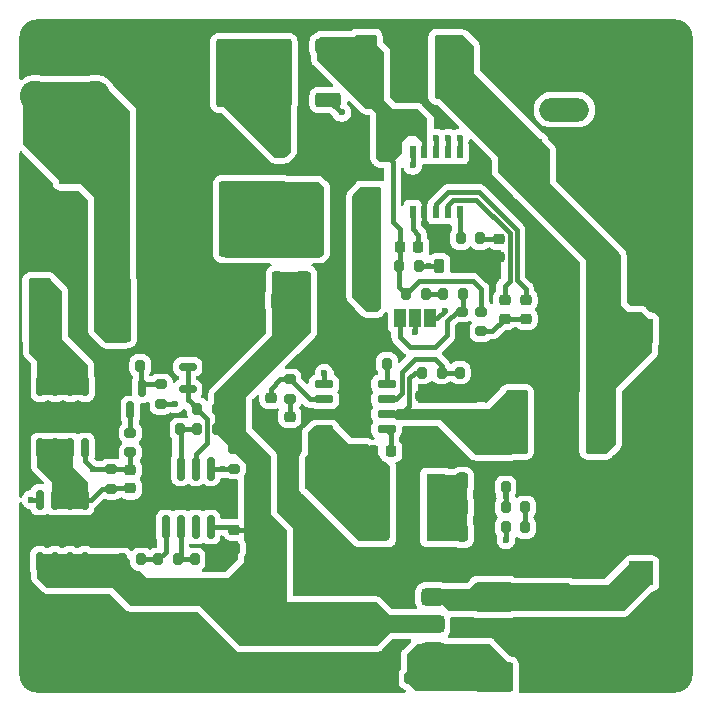
<source format=gbr>
%TF.GenerationSoftware,KiCad,Pcbnew,9.0.3*%
%TF.CreationDate,2025-08-25T20:13:08-03:00*%
%TF.ProjectId,ups_lead_acid_electgpl_v1.0,7570735f-6c65-4616-945f-616369645f65,rev?*%
%TF.SameCoordinates,Original*%
%TF.FileFunction,Copper,L1,Top*%
%TF.FilePolarity,Positive*%
%FSLAX46Y46*%
G04 Gerber Fmt 4.6, Leading zero omitted, Abs format (unit mm)*
G04 Created by KiCad (PCBNEW 9.0.3) date 2025-08-25 20:13:08*
%MOMM*%
%LPD*%
G01*
G04 APERTURE LIST*
G04 Aperture macros list*
%AMRoundRect*
0 Rectangle with rounded corners*
0 $1 Rounding radius*
0 $2 $3 $4 $5 $6 $7 $8 $9 X,Y pos of 4 corners*
0 Add a 4 corners polygon primitive as box body*
4,1,4,$2,$3,$4,$5,$6,$7,$8,$9,$2,$3,0*
0 Add four circle primitives for the rounded corners*
1,1,$1+$1,$2,$3*
1,1,$1+$1,$4,$5*
1,1,$1+$1,$6,$7*
1,1,$1+$1,$8,$9*
0 Add four rect primitives between the rounded corners*
20,1,$1+$1,$2,$3,$4,$5,0*
20,1,$1+$1,$4,$5,$6,$7,0*
20,1,$1+$1,$6,$7,$8,$9,0*
20,1,$1+$1,$8,$9,$2,$3,0*%
G04 Aperture macros list end*
%TA.AperFunction,SMDPad,CuDef*%
%ADD10RoundRect,0.200000X-0.275000X0.200000X-0.275000X-0.200000X0.275000X-0.200000X0.275000X0.200000X0*%
%TD*%
%TA.AperFunction,SMDPad,CuDef*%
%ADD11RoundRect,0.200000X-0.200000X-0.275000X0.200000X-0.275000X0.200000X0.275000X-0.200000X0.275000X0*%
%TD*%
%TA.AperFunction,SMDPad,CuDef*%
%ADD12RoundRect,0.225000X-0.250000X0.225000X-0.250000X-0.225000X0.250000X-0.225000X0.250000X0.225000X0*%
%TD*%
%TA.AperFunction,SMDPad,CuDef*%
%ADD13RoundRect,0.250000X-1.400000X-1.000000X1.400000X-1.000000X1.400000X1.000000X-1.400000X1.000000X0*%
%TD*%
%TA.AperFunction,SMDPad,CuDef*%
%ADD14RoundRect,0.200000X0.275000X-0.200000X0.275000X0.200000X-0.275000X0.200000X-0.275000X-0.200000X0*%
%TD*%
%TA.AperFunction,SMDPad,CuDef*%
%ADD15RoundRect,0.200000X0.200000X0.275000X-0.200000X0.275000X-0.200000X-0.275000X0.200000X-0.275000X0*%
%TD*%
%TA.AperFunction,SMDPad,CuDef*%
%ADD16RoundRect,0.250000X0.712500X2.475000X-0.712500X2.475000X-0.712500X-2.475000X0.712500X-2.475000X0*%
%TD*%
%TA.AperFunction,SMDPad,CuDef*%
%ADD17RoundRect,0.218750X-0.256250X0.218750X-0.256250X-0.218750X0.256250X-0.218750X0.256250X0.218750X0*%
%TD*%
%TA.AperFunction,SMDPad,CuDef*%
%ADD18RoundRect,0.150000X-0.150000X0.587500X-0.150000X-0.587500X0.150000X-0.587500X0.150000X0.587500X0*%
%TD*%
%TA.AperFunction,ComponentPad*%
%ADD19C,2.600000*%
%TD*%
%TA.AperFunction,ComponentPad*%
%ADD20C,0.800000*%
%TD*%
%TA.AperFunction,ComponentPad*%
%ADD21C,6.400000*%
%TD*%
%TA.AperFunction,SMDPad,CuDef*%
%ADD22R,0.510000X1.100000*%
%TD*%
%TA.AperFunction,SMDPad,CuDef*%
%ADD23RoundRect,0.150000X-0.150000X0.825000X-0.150000X-0.825000X0.150000X-0.825000X0.150000X0.825000X0*%
%TD*%
%TA.AperFunction,SMDPad,CuDef*%
%ADD24R,1.000000X1.500000*%
%TD*%
%TA.AperFunction,SMDPad,CuDef*%
%ADD25RoundRect,0.375000X0.625000X0.375000X-0.625000X0.375000X-0.625000X-0.375000X0.625000X-0.375000X0*%
%TD*%
%TA.AperFunction,SMDPad,CuDef*%
%ADD26RoundRect,0.500000X0.500000X1.400000X-0.500000X1.400000X-0.500000X-1.400000X0.500000X-1.400000X0*%
%TD*%
%TA.AperFunction,SMDPad,CuDef*%
%ADD27RoundRect,0.150000X0.650000X0.150000X-0.650000X0.150000X-0.650000X-0.150000X0.650000X-0.150000X0*%
%TD*%
%TA.AperFunction,HeatsinkPad*%
%ADD28C,0.500000*%
%TD*%
%TA.AperFunction,HeatsinkPad*%
%ADD29R,2.410000X3.100000*%
%TD*%
%TA.AperFunction,ComponentPad*%
%ADD30R,2.000000X4.600000*%
%TD*%
%TA.AperFunction,ComponentPad*%
%ADD31O,2.000000X4.200000*%
%TD*%
%TA.AperFunction,ComponentPad*%
%ADD32O,4.200000X2.000000*%
%TD*%
%TA.AperFunction,SMDPad,CuDef*%
%ADD33RoundRect,0.150000X-0.587500X-0.150000X0.587500X-0.150000X0.587500X0.150000X-0.587500X0.150000X0*%
%TD*%
%TA.AperFunction,SMDPad,CuDef*%
%ADD34RoundRect,0.250000X0.362500X1.425000X-0.362500X1.425000X-0.362500X-1.425000X0.362500X-1.425000X0*%
%TD*%
%TA.AperFunction,SMDPad,CuDef*%
%ADD35RoundRect,0.250000X0.250000X0.475000X-0.250000X0.475000X-0.250000X-0.475000X0.250000X-0.475000X0*%
%TD*%
%TA.AperFunction,SMDPad,CuDef*%
%ADD36RoundRect,0.150000X-0.150000X0.675000X-0.150000X-0.675000X0.150000X-0.675000X0.150000X0.675000X0*%
%TD*%
%TA.AperFunction,SMDPad,CuDef*%
%ADD37R,1.600000X5.700000*%
%TD*%
%TA.AperFunction,ComponentPad*%
%ADD38RoundRect,0.250001X0.799999X-0.799999X0.799999X0.799999X-0.799999X0.799999X-0.799999X-0.799999X0*%
%TD*%
%TA.AperFunction,ComponentPad*%
%ADD39C,2.100000*%
%TD*%
%TA.AperFunction,SMDPad,CuDef*%
%ADD40RoundRect,0.225000X-0.225000X-0.250000X0.225000X-0.250000X0.225000X0.250000X-0.225000X0.250000X0*%
%TD*%
%TA.AperFunction,SMDPad,CuDef*%
%ADD41RoundRect,0.250000X-0.350000X0.850000X-0.350000X-0.850000X0.350000X-0.850000X0.350000X0.850000X0*%
%TD*%
%TA.AperFunction,SMDPad,CuDef*%
%ADD42RoundRect,0.249997X-2.650003X2.950003X-2.650003X-2.950003X2.650003X-2.950003X2.650003X2.950003X0*%
%TD*%
%TA.AperFunction,SMDPad,CuDef*%
%ADD43RoundRect,0.225000X-0.225000X-0.375000X0.225000X-0.375000X0.225000X0.375000X-0.225000X0.375000X0*%
%TD*%
%TA.AperFunction,SMDPad,CuDef*%
%ADD44RoundRect,0.225000X0.225000X0.250000X-0.225000X0.250000X-0.225000X-0.250000X0.225000X-0.250000X0*%
%TD*%
%TA.AperFunction,SMDPad,CuDef*%
%ADD45RoundRect,0.250000X0.850000X0.350000X-0.850000X0.350000X-0.850000X-0.350000X0.850000X-0.350000X0*%
%TD*%
%TA.AperFunction,SMDPad,CuDef*%
%ADD46RoundRect,0.249997X2.950003X2.650003X-2.950003X2.650003X-2.950003X-2.650003X2.950003X-2.650003X0*%
%TD*%
%TA.AperFunction,SMDPad,CuDef*%
%ADD47RoundRect,0.150000X0.150000X-0.675000X0.150000X0.675000X-0.150000X0.675000X-0.150000X-0.675000X0*%
%TD*%
%TA.AperFunction,ComponentPad*%
%ADD48RoundRect,0.250001X-0.799999X0.799999X-0.799999X-0.799999X0.799999X-0.799999X0.799999X0.799999X0*%
%TD*%
%TA.AperFunction,ViaPad*%
%ADD49C,0.600000*%
%TD*%
%TA.AperFunction,Conductor*%
%ADD50C,0.406400*%
%TD*%
G04 APERTURE END LIST*
D10*
%TO.P,R11,1*%
%TO.N,Net-(JP1-A)*%
X157700000Y-99975000D03*
%TO.P,R11,2*%
%TO.N,GND*%
X157700000Y-101625000D03*
%TD*%
D11*
%TO.P,R8,1*%
%TO.N,Net-(Q1-S)*%
X152375000Y-96100000D03*
%TO.P,R8,2*%
%TO.N,Net-(D2-K)*%
X154025000Y-96100000D03*
%TD*%
D12*
%TO.P,C4,1*%
%TO.N,GND*%
X154200000Y-107092500D03*
%TO.P,C4,2*%
%TO.N,Net-(U1-VIN)*%
X154200000Y-108642500D03*
%TD*%
D13*
%TO.P,D6,1,K*%
%TO.N,/ByPass/OUTBP*%
X160350000Y-124142500D03*
%TO.P,D6,2,A*%
%TO.N,+12V*%
X160350000Y-130942500D03*
%TD*%
D12*
%TO.P,C2,1*%
%TO.N,GND*%
X157600000Y-107092500D03*
%TO.P,C2,2*%
%TO.N,Net-(U1-VIN)*%
X157600000Y-108642500D03*
%TD*%
D11*
%TO.P,R1,1*%
%TO.N,Net-(U1-VIN)*%
X154300000Y-105142500D03*
%TO.P,R1,2*%
%TO.N,Net-(U1-EN)*%
X155950000Y-105142500D03*
%TD*%
D14*
%TO.P,R25,1*%
%TO.N,Net-(Q4-G)*%
X129600000Y-111892500D03*
%TO.P,R25,2*%
%TO.N,Net-(Q3-D)*%
X129600000Y-110242500D03*
%TD*%
D11*
%TO.P,R13,1*%
%TO.N,Net-(U2-COM)*%
X157575000Y-93767500D03*
%TO.P,R13,2*%
%TO.N,Net-(C15-Pad1)*%
X159225000Y-93767500D03*
%TD*%
D15*
%TO.P,R21,1*%
%TO.N,Net-(U4A-+)*%
X133825000Y-109942500D03*
%TO.P,R21,2*%
%TO.N,GND*%
X132175000Y-109942500D03*
%TD*%
D16*
%TO.P,F1,1*%
%TO.N,/Buck/VIN*%
X169087500Y-109342500D03*
%TO.P,F1,2*%
%TO.N,Net-(U1-VIN)*%
X162312500Y-109342500D03*
%TD*%
D10*
%TO.P,R26,1*%
%TO.N,Net-(Q4-G)*%
X128000000Y-113342500D03*
%TO.P,R26,2*%
%TO.N,Net-(C19-Pad2)*%
X128000000Y-114992500D03*
%TD*%
D17*
%TO.P,D4,1,K*%
%TO.N,Net-(D4-K)*%
X163100000Y-99000000D03*
%TO.P,D4,2,A*%
%TO.N,Net-(D3-A)*%
X163100000Y-100575000D03*
%TD*%
D18*
%TO.P,Q3,1,G*%
%TO.N,Net-(Q3-G)*%
X130550000Y-106467500D03*
%TO.P,Q3,2,S*%
%TO.N,GND*%
X128650000Y-106467500D03*
%TO.P,Q3,3,D*%
%TO.N,Net-(Q3-D)*%
X129600000Y-108342500D03*
%TD*%
D19*
%TO.P,TP11,1,1*%
%TO.N,GND*%
X121560000Y-125742500D03*
X126640000Y-125742500D03*
%TD*%
D12*
%TO.P,C18,1*%
%TO.N,/Battery Protect/P+*%
X138400000Y-118467500D03*
%TO.P,C18,2*%
%TO.N,GND*%
X138400000Y-120017500D03*
%TD*%
D20*
%TO.P,H1,1,1*%
%TO.N,GND*%
X129702944Y-78445444D03*
X130405888Y-76748388D03*
X130405888Y-80142500D03*
X132102944Y-76045444D03*
D21*
X132102944Y-78445444D03*
D20*
X132102944Y-80845444D03*
X133800000Y-76748388D03*
X133800000Y-80142500D03*
X134502944Y-78445444D03*
%TD*%
D22*
%TO.P,U2,1,VG*%
%TO.N,Net-(U2-VG)*%
X153500000Y-91550000D03*
%TO.P,U2,2,GND*%
%TO.N,GND*%
X154500000Y-91550000D03*
%TO.P,U2,3,CHRG*%
%TO.N,Net-(D4-K)*%
X155500000Y-91550000D03*
%TO.P,U2,4,DONE*%
%TO.N,Net-(D3-K)*%
X156500000Y-91550000D03*
%TO.P,U2,5,COM*%
%TO.N,Net-(U2-COM)*%
X157500000Y-91550000D03*
%TO.P,U2,6,MPPT*%
%TO.N,Net-(JP1-C)*%
X157500000Y-86450000D03*
%TO.P,U2,7,BAT*%
%TO.N,/Battery Protect/P+*%
X156500000Y-86450000D03*
%TO.P,U2,8,CSP*%
%TO.N,Net-(U2-CSP)*%
X155500000Y-86450000D03*
%TO.P,U2,9,VCC*%
%TO.N,Net-(Q1-S)*%
X154500000Y-86450000D03*
%TO.P,U2,10,DRV*%
%TO.N,Net-(Q1-G)*%
X153500000Y-86450000D03*
%TD*%
D15*
%TO.P,R3,1*%
%TO.N,Net-(U1-RT{slash}CLK)*%
X151325000Y-104400000D03*
%TO.P,R3,2*%
%TO.N,GND*%
X149675000Y-104400000D03*
%TD*%
%TO.P,R6,1*%
%TO.N,Net-(R5-Pad2)*%
X163025000Y-116542500D03*
%TO.P,R6,2*%
%TO.N,Net-(U1-FB)*%
X161375000Y-116542500D03*
%TD*%
D17*
%TO.P,D3,1,K*%
%TO.N,Net-(D3-K)*%
X161300000Y-99000000D03*
%TO.P,D3,2,A*%
%TO.N,Net-(D3-A)*%
X161300000Y-100575000D03*
%TD*%
D12*
%TO.P,C1,1*%
%TO.N,GND*%
X159300000Y-107067500D03*
%TO.P,C1,2*%
%TO.N,Net-(U1-VIN)*%
X159300000Y-108617500D03*
%TD*%
D23*
%TO.P,U4,1*%
%TO.N,Net-(R22-Pad2)*%
X136405000Y-113267500D03*
%TO.P,U4,2,-*%
%TO.N,Net-(U3-K)*%
X135135000Y-113267500D03*
%TO.P,U4,3,+*%
%TO.N,Net-(U4A-+)*%
X133865000Y-113267500D03*
%TO.P,U4,4,V-*%
%TO.N,GND*%
X132595000Y-113267500D03*
%TO.P,U4,5,+*%
%TO.N,Net-(U4B-+)*%
X132595000Y-118217500D03*
%TO.P,U4,6,-*%
%TO.N,Net-(U4B--)*%
X133865000Y-118217500D03*
%TO.P,U4,7*%
%TO.N,unconnected-(U4-Pad7)*%
X135135000Y-118217500D03*
%TO.P,U4,8,V+*%
%TO.N,/Battery Protect/P+*%
X136405000Y-118217500D03*
%TD*%
D12*
%TO.P,C19,1*%
%TO.N,Net-(Q4-G)*%
X129600000Y-113392500D03*
%TO.P,C19,2*%
%TO.N,Net-(C19-Pad2)*%
X129600000Y-114942500D03*
%TD*%
D24*
%TO.P,JP1,1,A*%
%TO.N,Net-(JP1-A)*%
X152400000Y-100557500D03*
%TO.P,JP1,2,C*%
%TO.N,Net-(JP1-C)*%
X153700000Y-100557500D03*
%TO.P,JP1,3,B*%
%TO.N,Net-(D2-K)*%
X155000000Y-100557500D03*
%TD*%
D25*
%TO.P,Q2,1,G*%
%TO.N,+12V*%
X155200000Y-128742500D03*
%TO.P,Q2,2,D*%
%TO.N,/Battery Protect/P+*%
X155200000Y-126442500D03*
D26*
X148900000Y-126442500D03*
D25*
%TO.P,Q2,3,S*%
%TO.N,/ByPass/OUTBP*%
X155200000Y-124142500D03*
%TD*%
D13*
%TO.P,D1,1,K*%
%TO.N,Net-(D1-K)*%
X146000000Y-113842500D03*
%TO.P,D1,2,A*%
%TO.N,GND*%
X146000000Y-120642500D03*
%TD*%
D27*
%TO.P,U1,1,BOOT*%
%TO.N,Net-(U1-BOOT)*%
X151295000Y-109947500D03*
%TO.P,U1,2,VIN*%
%TO.N,Net-(U1-VIN)*%
X151295000Y-108677500D03*
%TO.P,U1,3,EN*%
%TO.N,Net-(U1-EN)*%
X151295000Y-107407500D03*
%TO.P,U1,4,RT/CLK*%
%TO.N,Net-(U1-RT{slash}CLK)*%
X151295000Y-106137500D03*
%TO.P,U1,5,FB*%
%TO.N,Net-(U1-FB)*%
X145995000Y-106137500D03*
%TO.P,U1,6,COMP*%
%TO.N,Net-(U1-COMP)*%
X145995000Y-107407500D03*
%TO.P,U1,7,GND*%
%TO.N,GND*%
X145995000Y-108677500D03*
%TO.P,U1,8,SW*%
%TO.N,Net-(D1-K)*%
X145995000Y-109947500D03*
D28*
%TO.P,U1,9,GNDPAD*%
%TO.N,GND*%
X149600000Y-109342500D03*
X149600000Y-108042500D03*
X149600000Y-106742500D03*
D29*
X148645000Y-108042500D03*
D28*
X147690000Y-109342500D03*
X147690000Y-108042500D03*
X147690000Y-106742500D03*
%TD*%
D30*
%TO.P,J1,1*%
%TO.N,/Buck/VIN*%
X163450000Y-87692500D03*
D31*
%TO.P,J1,2*%
%TO.N,GND*%
X169750000Y-87692500D03*
D32*
%TO.P,J1,3*%
%TO.N,unconnected-(J1-Pad3)*%
X166350000Y-82892500D03*
%TD*%
D33*
%TO.P,U3,1,K*%
%TO.N,Net-(U3-K)*%
X134462500Y-104650000D03*
%TO.P,U3,2,REF*%
X134462500Y-106550000D03*
%TO.P,U3,3,A*%
%TO.N,GND*%
X136337500Y-105600000D03*
%TD*%
D11*
%TO.P,R10,1*%
%TO.N,Net-(R10-Pad1)*%
X156075000Y-98500000D03*
%TO.P,R10,2*%
%TO.N,Net-(JP1-A)*%
X157725000Y-98500000D03*
%TD*%
D34*
%TO.P,R14,1*%
%TO.N,Net-(U2-CSP)*%
X150125000Y-98242500D03*
%TO.P,R14,2*%
%TO.N,/Battery Protect/P+*%
X144200000Y-98242500D03*
%TD*%
D12*
%TO.P,C6,1*%
%TO.N,Net-(C6-Pad1)*%
X143100000Y-108867500D03*
%TO.P,C6,2*%
%TO.N,GND*%
X143100000Y-110417500D03*
%TD*%
D11*
%TO.P,R19,1*%
%TO.N,Net-(U4B--)*%
X135050000Y-120942500D03*
%TO.P,R19,2*%
%TO.N,GND*%
X136700000Y-120942500D03*
%TD*%
D35*
%TO.P,C11,1*%
%TO.N,Net-(Q1-S)*%
X150900000Y-84242500D03*
%TO.P,C11,2*%
%TO.N,GND*%
X149000000Y-84242500D03*
%TD*%
D15*
%TO.P,R24,1*%
%TO.N,Net-(Q3-G)*%
X130425000Y-104567500D03*
%TO.P,R24,2*%
%TO.N,GND*%
X128775000Y-104567500D03*
%TD*%
D10*
%TO.P,R12,1*%
%TO.N,Net-(Q1-S)*%
X159300000Y-99975000D03*
%TO.P,R12,2*%
%TO.N,Net-(D3-A)*%
X159300000Y-101625000D03*
%TD*%
D36*
%TO.P,Q4,1,S*%
%TO.N,Net-(C19-Pad2)*%
X125735000Y-115917500D03*
%TO.P,Q4,2,S*%
X124465000Y-115917500D03*
%TO.P,Q4,3,S*%
X123195000Y-115917500D03*
%TO.P,Q4,4,G*%
%TO.N,Net-(Q4-G)*%
X121925000Y-115917500D03*
%TO.P,Q4,5,D*%
%TO.N,/Battery Protect/P+*%
X121925000Y-121167500D03*
%TO.P,Q4,6,D*%
X123195000Y-121167500D03*
%TO.P,Q4,7,D*%
X124465000Y-121167500D03*
%TO.P,Q4,8,D*%
X125735000Y-121167500D03*
%TD*%
D35*
%TO.P,C8,1*%
%TO.N,GND*%
X159600000Y-118762500D03*
%TO.P,C8,2*%
%TO.N,+12V*%
X157700000Y-118762500D03*
%TD*%
D19*
%TO.P,TP10,1,1*%
%TO.N,/Battery Protect/BAT+*%
X121560000Y-81742500D03*
X126640000Y-81742500D03*
%TD*%
D37*
%TO.P,L2,1,1*%
%TO.N,Net-(D5-K)*%
X145200000Y-92242500D03*
%TO.P,L2,2,2*%
%TO.N,Net-(U2-CSP)*%
X149900000Y-92242500D03*
%TD*%
D10*
%TO.P,R22,1*%
%TO.N,/Battery Protect/P+*%
X138400000Y-111617500D03*
%TO.P,R22,2*%
%TO.N,Net-(R22-Pad2)*%
X138400000Y-113267500D03*
%TD*%
D11*
%TO.P,R17,1*%
%TO.N,/Battery Protect/P+*%
X128850000Y-120942500D03*
%TO.P,R17,2*%
%TO.N,Net-(U4B-+)*%
X130500000Y-120942500D03*
%TD*%
D38*
%TO.P,J2,1,Pin_1*%
%TO.N,/Buck/VIN*%
X172842500Y-101587500D03*
D39*
%TO.P,J2,2,Pin_2*%
%TO.N,GND*%
X172842500Y-96507500D03*
%TD*%
D12*
%TO.P,C15,1*%
%TO.N,Net-(C15-Pad1)*%
X160800000Y-93792500D03*
%TO.P,C15,2*%
%TO.N,GND*%
X160800000Y-95342500D03*
%TD*%
D37*
%TO.P,L1,1,1*%
%TO.N,Net-(D1-K)*%
X150750000Y-116542500D03*
%TO.P,L1,2,2*%
%TO.N,+12V*%
X155450000Y-116542500D03*
%TD*%
D10*
%TO.P,R4,1*%
%TO.N,Net-(U1-COMP)*%
X143100000Y-105717500D03*
%TO.P,R4,2*%
%TO.N,Net-(C6-Pad1)*%
X143100000Y-107367500D03*
%TD*%
D35*
%TO.P,C17,1*%
%TO.N,/Battery Protect/P+*%
X142012500Y-99042500D03*
%TO.P,C17,2*%
%TO.N,GND*%
X140112500Y-99042500D03*
%TD*%
D11*
%TO.P,R15,1*%
%TO.N,GND*%
X151575000Y-131042500D03*
%TO.P,R15,2*%
%TO.N,+12V*%
X153225000Y-131042500D03*
%TD*%
D40*
%TO.P,C13,1*%
%TO.N,Net-(Q1-S)*%
X154325000Y-84000000D03*
%TO.P,C13,2*%
%TO.N,GND*%
X155875000Y-84000000D03*
%TD*%
D20*
%TO.P,H3,1,1*%
%TO.N,GND*%
X129700000Y-129042500D03*
X130402944Y-127345444D03*
X130402944Y-130739556D03*
X132100000Y-126642500D03*
D21*
X132100000Y-129042500D03*
D20*
X132100000Y-131442500D03*
X133797056Y-127345444D03*
X133797056Y-130739556D03*
X134500000Y-129042500D03*
%TD*%
D16*
%TO.P,F2,1*%
%TO.N,/Buck/VIN*%
X156287500Y-79242500D03*
%TO.P,F2,2*%
%TO.N,Net-(Q1-S)*%
X149512500Y-79242500D03*
%TD*%
D38*
%TO.P,J4,1,Pin_1*%
%TO.N,/ByPass/OUTBP*%
X172842500Y-122142500D03*
D39*
%TO.P,J4,2,Pin_2*%
%TO.N,GND*%
X172842500Y-117062500D03*
%TD*%
D20*
%TO.P,H4,1,1*%
%TO.N,GND*%
X171600000Y-129042500D03*
X172302944Y-127345444D03*
X172302944Y-130739556D03*
X174000000Y-126642500D03*
D21*
X174000000Y-129042500D03*
D20*
X174000000Y-131442500D03*
X175697056Y-127345444D03*
X175697056Y-130739556D03*
X176400000Y-129042500D03*
%TD*%
D41*
%TO.P,D5,1,A*%
%TO.N,Net-(Q1-D)*%
X142257500Y-85842500D03*
D42*
%TO.P,D5,2,K*%
%TO.N,Net-(D5-K)*%
X139977500Y-92142500D03*
D41*
%TO.P,D5,3,A*%
%TO.N,GND*%
X137697500Y-85842500D03*
%TD*%
D11*
%TO.P,R5,1*%
%TO.N,+12V*%
X161375000Y-118242500D03*
%TO.P,R5,2*%
%TO.N,Net-(R5-Pad2)*%
X163025000Y-118242500D03*
%TD*%
%TO.P,R7,1*%
%TO.N,Net-(U1-FB)*%
X161375000Y-114842500D03*
%TO.P,R7,2*%
%TO.N,GND*%
X163025000Y-114842500D03*
%TD*%
D35*
%TO.P,C12,1*%
%TO.N,Net-(Q1-S)*%
X150900000Y-86442500D03*
%TO.P,C12,2*%
%TO.N,GND*%
X149000000Y-86442500D03*
%TD*%
D11*
%TO.P,R2,1*%
%TO.N,Net-(U1-EN)*%
X157500000Y-105142500D03*
%TO.P,R2,2*%
%TO.N,GND*%
X159150000Y-105142500D03*
%TD*%
%TO.P,R9,1*%
%TO.N,Net-(Q1-S)*%
X152975000Y-98500000D03*
%TO.P,R9,2*%
%TO.N,Net-(R10-Pad1)*%
X154625000Y-98500000D03*
%TD*%
D15*
%TO.P,R20,1*%
%TO.N,/Battery Protect/P+*%
X136925000Y-109942500D03*
%TO.P,R20,2*%
%TO.N,Net-(U4A-+)*%
X135275000Y-109942500D03*
%TD*%
D43*
%TO.P,D2,1,K*%
%TO.N,Net-(D2-K)*%
X155750000Y-96100000D03*
%TO.P,D2,2,A*%
%TO.N,GND*%
X159050000Y-96100000D03*
%TD*%
D12*
%TO.P,C7,1*%
%TO.N,Net-(U1-COMP)*%
X141500000Y-107267500D03*
%TO.P,C7,2*%
%TO.N,GND*%
X141500000Y-108817500D03*
%TD*%
D15*
%TO.P,R16,1*%
%TO.N,/Battery Protect/P+*%
X136925000Y-108242500D03*
%TO.P,R16,2*%
%TO.N,Net-(U3-K)*%
X135275000Y-108242500D03*
%TD*%
D12*
%TO.P,C3,1*%
%TO.N,GND*%
X155900000Y-107092500D03*
%TO.P,C3,2*%
%TO.N,Net-(U1-VIN)*%
X155900000Y-108642500D03*
%TD*%
D40*
%TO.P,C14,1*%
%TO.N,Net-(Q1-S)*%
X152425000Y-94500000D03*
%TO.P,C14,2*%
%TO.N,Net-(U2-VG)*%
X153975000Y-94500000D03*
%TD*%
D20*
%TO.P,H2,1,1*%
%TO.N,GND*%
X171600000Y-78442500D03*
X172302944Y-76745444D03*
X172302944Y-80139556D03*
X174000000Y-76042500D03*
D21*
X174000000Y-78442500D03*
D20*
X174000000Y-80842500D03*
X175697056Y-76745444D03*
X175697056Y-80139556D03*
X176400000Y-78442500D03*
%TD*%
D44*
%TO.P,C16,1*%
%TO.N,/Battery Protect/P+*%
X142037500Y-97042500D03*
%TO.P,C16,2*%
%TO.N,GND*%
X140487500Y-97042500D03*
%TD*%
D35*
%TO.P,C10,1*%
%TO.N,GND*%
X159600000Y-114342500D03*
%TO.P,C10,2*%
%TO.N,+12V*%
X157700000Y-114342500D03*
%TD*%
D14*
%TO.P,R23,1*%
%TO.N,Net-(R22-Pad2)*%
X132200000Y-107792500D03*
%TO.P,R23,2*%
%TO.N,Net-(Q3-G)*%
X132200000Y-106142500D03*
%TD*%
D35*
%TO.P,C9,1*%
%TO.N,GND*%
X159600000Y-116562500D03*
%TO.P,C9,2*%
%TO.N,+12V*%
X157700000Y-116562500D03*
%TD*%
D16*
%TO.P,F3,1*%
%TO.N,/Battery Protect/BAT+*%
X128687500Y-99842500D03*
%TO.P,F3,2*%
%TO.N,Net-(F3-Pad2)*%
X121912500Y-99842500D03*
%TD*%
D45*
%TO.P,Q1,1,G*%
%TO.N,Net-(Q1-G)*%
X146357500Y-82050000D03*
D46*
%TO.P,Q1,2,D*%
%TO.N,Net-(Q1-D)*%
X140057500Y-79770000D03*
D45*
%TO.P,Q1,3,S*%
%TO.N,Net-(Q1-S)*%
X146357500Y-77490000D03*
%TD*%
D44*
%TO.P,C5,1*%
%TO.N,Net-(U1-BOOT)*%
X151675000Y-111800000D03*
%TO.P,C5,2*%
%TO.N,Net-(D1-K)*%
X150125000Y-111800000D03*
%TD*%
D47*
%TO.P,Q5,1,S*%
%TO.N,Net-(C19-Pad2)*%
X121960000Y-111542500D03*
%TO.P,Q5,2,S*%
X123230000Y-111542500D03*
%TO.P,Q5,3,S*%
X124500000Y-111542500D03*
%TO.P,Q5,4,G*%
%TO.N,Net-(Q4-G)*%
X125770000Y-111542500D03*
%TO.P,Q5,5,D*%
%TO.N,Net-(F3-Pad2)*%
X125770000Y-106292500D03*
%TO.P,Q5,6,D*%
X124500000Y-106292500D03*
%TO.P,Q5,7,D*%
X123230000Y-106292500D03*
%TO.P,Q5,8,D*%
X121960000Y-106292500D03*
%TD*%
D48*
%TO.P,J3,1,Pin_1*%
%TO.N,/Battery Protect/BAT+*%
X124557500Y-88197500D03*
D39*
%TO.P,J3,2,Pin_2*%
%TO.N,GND*%
X124557500Y-93277500D03*
%TD*%
D11*
%TO.P,R18,1*%
%TO.N,Net-(U4B-+)*%
X131950000Y-120942500D03*
%TO.P,R18,2*%
%TO.N,Net-(U4B--)*%
X133600000Y-120942500D03*
%TD*%
D49*
%TO.N,GND*%
X175600000Y-94692500D03*
X175600000Y-114692500D03*
X175600000Y-102692500D03*
X165600000Y-102692500D03*
X147600000Y-130692500D03*
X163600000Y-102692500D03*
X171600000Y-86692500D03*
X149600000Y-130692500D03*
X175600000Y-98692500D03*
X131600000Y-86692500D03*
X175600000Y-100692500D03*
X135600000Y-92692500D03*
X171600000Y-84692500D03*
X169600000Y-114692500D03*
X137600000Y-98692500D03*
X145900000Y-122900000D03*
X131600000Y-128692500D03*
X140700000Y-87800000D03*
X123600000Y-76692500D03*
X153600000Y-110692500D03*
X145600000Y-102692500D03*
X175600000Y-112692500D03*
X165600000Y-96692500D03*
X171600000Y-82692500D03*
X144900000Y-118300000D03*
X167600000Y-128692500D03*
X171600000Y-114692500D03*
X133600000Y-82692500D03*
X165600000Y-120692500D03*
X175600000Y-116692500D03*
X175600000Y-120692500D03*
X153600000Y-116692500D03*
X175600000Y-124692500D03*
X127600000Y-118692500D03*
X155600000Y-112692500D03*
X145600000Y-120692500D03*
X161600000Y-104692500D03*
X171600000Y-92692500D03*
X143000000Y-114700000D03*
X125600000Y-100692500D03*
X125600000Y-130692500D03*
X149600000Y-120692500D03*
X175600000Y-82692500D03*
X131600000Y-92692500D03*
X148700000Y-106300000D03*
X125600000Y-76692500D03*
X153600000Y-118692500D03*
X131600000Y-102692500D03*
X175600000Y-84692500D03*
X165600000Y-106692500D03*
X133600000Y-102692500D03*
X131600000Y-98692500D03*
X124800000Y-101800000D03*
X163600000Y-130692500D03*
X133600000Y-86692500D03*
X148200000Y-120800000D03*
X135600000Y-98692500D03*
X135600000Y-100692500D03*
X125600000Y-118692500D03*
X134500000Y-115700000D03*
X169600000Y-116692500D03*
X147300000Y-90600000D03*
X125600000Y-128692500D03*
X167600000Y-80692500D03*
X167600000Y-88692500D03*
X171600000Y-90692500D03*
X137600000Y-114692500D03*
X175600000Y-88692500D03*
X173600000Y-90692500D03*
X159600000Y-78692500D03*
X127600000Y-78692500D03*
X167600000Y-86692500D03*
X143000000Y-113000000D03*
X148645000Y-108042500D03*
X167600000Y-116692500D03*
X123600000Y-108692500D03*
X165600000Y-116692500D03*
X165600000Y-78692500D03*
X165600000Y-94692500D03*
X175600000Y-92692500D03*
X137600000Y-102692500D03*
X163600000Y-126692500D03*
X121600000Y-94692500D03*
X133600000Y-98692500D03*
X121600000Y-118692500D03*
X123600000Y-90692500D03*
X163600000Y-128692500D03*
X127600000Y-130692500D03*
X169600000Y-84692500D03*
X131600000Y-96692500D03*
X165600000Y-108692500D03*
X121600000Y-128692500D03*
X153600000Y-76692500D03*
X125600000Y-98692500D03*
X167600000Y-120692500D03*
X151600000Y-120692500D03*
X165600000Y-98692500D03*
X139600000Y-100692500D03*
X133600000Y-90692500D03*
X165600000Y-100692500D03*
X137700000Y-121200000D03*
X165600000Y-104692500D03*
X171600000Y-110692500D03*
X131600000Y-84692500D03*
X147600000Y-86692500D03*
X133000000Y-115700000D03*
X173600000Y-88692500D03*
X147600000Y-84692500D03*
X161600000Y-126692500D03*
X152100000Y-78700000D03*
X175600000Y-96692500D03*
X135600000Y-84692500D03*
X139600000Y-130692500D03*
X163600000Y-78692500D03*
X173600000Y-106692500D03*
X147300000Y-99100000D03*
X157600000Y-112692500D03*
X123600000Y-118692500D03*
X145600000Y-84692500D03*
X165600000Y-80692500D03*
X173600000Y-78692500D03*
X123600000Y-78692500D03*
X165600000Y-114692500D03*
X175600000Y-110692500D03*
X163600000Y-94692500D03*
X125600000Y-108692500D03*
X169600000Y-120692500D03*
X167600000Y-76692500D03*
X148700000Y-109800000D03*
X169600000Y-130692500D03*
X153600000Y-78692500D03*
X173600000Y-108692500D03*
X159600000Y-126692500D03*
X173600000Y-110692500D03*
X133600000Y-92692500D03*
X173600000Y-128692500D03*
X125600000Y-96692500D03*
X165600000Y-130692500D03*
X135600000Y-82692500D03*
X137600000Y-128692500D03*
X165600000Y-112692500D03*
X175600000Y-106692500D03*
X169600000Y-80692500D03*
X144800000Y-80200000D03*
X149600000Y-102692500D03*
X146100000Y-99100000D03*
X167600000Y-130692500D03*
X165600000Y-110692500D03*
X135600000Y-90692500D03*
X163600000Y-76692500D03*
X161600000Y-80692500D03*
X147300000Y-92700000D03*
X155600000Y-110692500D03*
X169600000Y-90692500D03*
X145600000Y-130692500D03*
X143600000Y-116692500D03*
X129600000Y-118692500D03*
X159600000Y-88692500D03*
X159600000Y-120692500D03*
X135600000Y-94692500D03*
X133600000Y-100692500D03*
X173600000Y-98692500D03*
X175600000Y-104692500D03*
X139600000Y-86692500D03*
X133600000Y-84692500D03*
X175600000Y-90692500D03*
X173600000Y-82692500D03*
X161600000Y-78692500D03*
X127600000Y-108692500D03*
X153600000Y-114692500D03*
X173600000Y-92692500D03*
X153600000Y-112692500D03*
X145600000Y-86692500D03*
X131600000Y-90692500D03*
X173600000Y-114692500D03*
X153600000Y-80692500D03*
X163600000Y-120692500D03*
X175600000Y-118692500D03*
X175600000Y-86692500D03*
X133600000Y-88692500D03*
X135600000Y-88692500D03*
X159600000Y-76692500D03*
X175600000Y-122692500D03*
X155600000Y-94692500D03*
X147300000Y-94600000D03*
X135600000Y-102692500D03*
X169600000Y-126692500D03*
X137600000Y-96692500D03*
X163600000Y-80692500D03*
X133600000Y-94692500D03*
X141600000Y-130692500D03*
X169600000Y-78692500D03*
X167600000Y-118692500D03*
X123600000Y-130692500D03*
X131600000Y-88692500D03*
X137600000Y-100692500D03*
X121600000Y-92692500D03*
X169600000Y-128692500D03*
X151600000Y-76692500D03*
X152100000Y-80700000D03*
X139600000Y-87800000D03*
X167600000Y-78692500D03*
X137300000Y-119900000D03*
X131600000Y-94692500D03*
X147600000Y-100692500D03*
X121600000Y-78692500D03*
X135600000Y-96692500D03*
X173600000Y-86692500D03*
X121600000Y-76692500D03*
X163600000Y-104692500D03*
X131600000Y-100692500D03*
X131600000Y-82692500D03*
X149600000Y-122692500D03*
X127600000Y-116692500D03*
X173600000Y-112692500D03*
X133600000Y-96692500D03*
X121600000Y-90692500D03*
X143600000Y-130692500D03*
X173600000Y-84692500D03*
X141600000Y-110692500D03*
X167600000Y-114692500D03*
X169600000Y-82692500D03*
X169600000Y-76692500D03*
X121600000Y-130692500D03*
X163600000Y-92692500D03*
X153600000Y-120692500D03*
X161600000Y-76692500D03*
X135600000Y-86692500D03*
X137600000Y-116692500D03*
X147600000Y-88692500D03*
X121600000Y-88692500D03*
X127600000Y-76692500D03*
X127600000Y-110692500D03*
X167600000Y-126692500D03*
X165600000Y-126692500D03*
X151600000Y-122692500D03*
X125600000Y-78692500D03*
X147600000Y-102692500D03*
X161600000Y-102692500D03*
X171600000Y-112692500D03*
X169600000Y-118692500D03*
X165600000Y-128692500D03*
X121600000Y-108692500D03*
X123600000Y-128692500D03*
X165600000Y-76692500D03*
X129600000Y-116692500D03*
X127600000Y-128692500D03*
X171600000Y-88692500D03*
X165600000Y-118692500D03*
X131600000Y-78692500D03*
X175600000Y-108692500D03*
X137600000Y-130692500D03*
X171600000Y-108692500D03*
%TO.N,+12V*%
X156700000Y-119100000D03*
X161400000Y-119300000D03*
X156700000Y-118400000D03*
X156700000Y-117000000D03*
X157500000Y-130100000D03*
X156700000Y-131700000D03*
X156700000Y-114900000D03*
X156700000Y-129300000D03*
X156700000Y-130900000D03*
X156700000Y-130100000D03*
X156700000Y-128500000D03*
X156700000Y-116300000D03*
X157500000Y-131700000D03*
X156700000Y-114200000D03*
X156700000Y-117700000D03*
X157500000Y-128500000D03*
X157500000Y-129300000D03*
X157500000Y-130900000D03*
X156700000Y-115600000D03*
%TO.N,/Battery Protect/P+*%
X143100000Y-96900000D03*
X156500000Y-85300000D03*
%TO.N,Net-(Q4-G)*%
X121200000Y-115900000D03*
X126442500Y-113342500D03*
%TO.N,Net-(D2-K)*%
X156200000Y-99900000D03*
X154900000Y-96100000D03*
%TO.N,Net-(JP1-C)*%
X153700000Y-101700000D03*
X157500000Y-85300000D03*
%TO.N,Net-(U2-CSP)*%
X150300000Y-95900000D03*
X155500000Y-85300000D03*
%TO.N,Net-(Q1-G)*%
X153500000Y-87600000D03*
X147500000Y-83100000D03*
%TO.N,Net-(U1-FB)*%
X146000000Y-105200000D03*
X161375000Y-115600000D03*
%TO.N,Net-(R22-Pad2)*%
X133400000Y-107800000D03*
X137400000Y-113267500D03*
%TD*%
D50*
%TO.N,Net-(U1-VIN)*%
X152500000Y-108700000D02*
X152477500Y-108677500D01*
X153657500Y-105142500D02*
X153207400Y-105592600D01*
X154300000Y-105142500D02*
X153657500Y-105142500D01*
X153207400Y-107992600D02*
X152500000Y-108700000D01*
X152477500Y-108677500D02*
X151295000Y-108677500D01*
X153207400Y-105592600D02*
X153207400Y-107992600D01*
%TO.N,Net-(U1-BOOT)*%
X151675000Y-110327500D02*
X151295000Y-109947500D01*
X151675000Y-111800000D02*
X151675000Y-110327500D01*
%TO.N,Net-(C6-Pad1)*%
X143100000Y-107367500D02*
X143100000Y-108867500D01*
%TO.N,Net-(U1-COMP)*%
X142282500Y-105717500D02*
X143100000Y-105717500D01*
X144807500Y-107407500D02*
X143117500Y-105717500D01*
X145995000Y-107407500D02*
X144807500Y-107407500D01*
X143117500Y-105717500D02*
X143100000Y-105717500D01*
X141500000Y-106500000D02*
X142282500Y-105717500D01*
X141500000Y-107267500D02*
X141500000Y-106500000D01*
%TO.N,+12V*%
X161375000Y-118242500D02*
X161375000Y-119275000D01*
X161375000Y-119275000D02*
X161400000Y-119300000D01*
%TO.N,Net-(Q1-S)*%
X152425000Y-94500000D02*
X152425000Y-96050000D01*
X154075000Y-97400000D02*
X152975000Y-98500000D01*
X152375000Y-97900000D02*
X152975000Y-98500000D01*
X159300000Y-99975000D02*
X159300000Y-98100000D01*
X152375000Y-96100000D02*
X152375000Y-97900000D01*
X152425000Y-96050000D02*
X152375000Y-96100000D01*
X151800000Y-92400000D02*
X151800000Y-87342500D01*
X151800000Y-87342500D02*
X150900000Y-86442500D01*
X159300000Y-98100000D02*
X158600000Y-97400000D01*
X152425000Y-93025000D02*
X151800000Y-92400000D01*
X152425000Y-94500000D02*
X152425000Y-93025000D01*
X158600000Y-97400000D02*
X154075000Y-97400000D01*
%TO.N,Net-(U2-VG)*%
X153975000Y-94500000D02*
X153975000Y-93475000D01*
X153500000Y-93000000D02*
X153500000Y-91550000D01*
X153975000Y-93475000D02*
X153500000Y-93000000D01*
%TO.N,Net-(C15-Pad1)*%
X159250000Y-93792500D02*
X159225000Y-93767500D01*
X160800000Y-93792500D02*
X159250000Y-93792500D01*
%TO.N,/Battery Protect/P+*%
X139800000Y-118467500D02*
X139800000Y-113017500D01*
X138150000Y-118217500D02*
X138400000Y-118467500D01*
X138400000Y-118467500D02*
X139800000Y-118467500D01*
X156500000Y-86450000D02*
X156500000Y-85300000D01*
X136405000Y-118217500D02*
X138150000Y-118217500D01*
X139800000Y-113017500D02*
X138400000Y-111617500D01*
%TO.N,Net-(C19-Pad2)*%
X126282500Y-115917500D02*
X125735000Y-115917500D01*
X128000000Y-114992500D02*
X127207500Y-114992500D01*
X129600000Y-114942500D02*
X128050000Y-114942500D01*
X127207500Y-114992500D02*
X126282500Y-115917500D01*
X128050000Y-114942500D02*
X128000000Y-114992500D01*
%TO.N,Net-(Q4-G)*%
X126442500Y-113342500D02*
X128000000Y-113342500D01*
X128000000Y-113342500D02*
X129550000Y-113342500D01*
X125770000Y-112670000D02*
X126442500Y-113342500D01*
X121217500Y-115917500D02*
X121200000Y-115900000D01*
X121925000Y-115917500D02*
X121217500Y-115917500D01*
X129600000Y-111892500D02*
X129600000Y-113392500D01*
X125770000Y-111542500D02*
X125770000Y-112670000D01*
X129550000Y-113342500D02*
X129600000Y-113392500D01*
%TO.N,Net-(D2-K)*%
X155000000Y-100557500D02*
X155542500Y-100557500D01*
X155750000Y-96100000D02*
X154900000Y-96100000D01*
X154900000Y-96100000D02*
X154025000Y-96100000D01*
X155542500Y-100557500D02*
X156200000Y-99900000D01*
%TO.N,Net-(D3-K)*%
X156936600Y-90500000D02*
X158878558Y-90500000D01*
X161700000Y-93321442D02*
X161700000Y-97400000D01*
X161300000Y-97800000D02*
X161300000Y-99000000D01*
X156500000Y-91550000D02*
X156500000Y-90936600D01*
X158878558Y-90500000D02*
X161700000Y-93321442D01*
X156500000Y-90936600D02*
X156936600Y-90500000D01*
X161700000Y-97400000D02*
X161300000Y-97800000D01*
%TO.N,Net-(D3-A)*%
X159300000Y-101625000D02*
X160250000Y-101625000D01*
X160250000Y-101625000D02*
X161300000Y-100575000D01*
X163100000Y-100575000D02*
X161300000Y-100575000D01*
%TO.N,Net-(D4-K)*%
X162307400Y-93069849D02*
X162307400Y-97307400D01*
X155500000Y-91550000D02*
X155500000Y-90900000D01*
X163100000Y-98100000D02*
X163100000Y-99000000D01*
X159130151Y-89892600D02*
X162307400Y-93069849D01*
X155500000Y-90900000D02*
X156507400Y-89892600D01*
X156507400Y-89892600D02*
X159130151Y-89892600D01*
X162307400Y-97307400D02*
X163100000Y-98100000D01*
%TO.N,Net-(JP1-A)*%
X157725000Y-98500000D02*
X157725000Y-99950000D01*
X157725000Y-99950000D02*
X157700000Y-99975000D01*
X157700000Y-99975000D02*
X157225000Y-99975000D01*
X153300000Y-103000000D02*
X152400000Y-102100000D01*
X157225000Y-99975000D02*
X156400000Y-100800000D01*
X156400000Y-100800000D02*
X156400000Y-102000000D01*
X152400000Y-102100000D02*
X152400000Y-100557500D01*
X156400000Y-102000000D02*
X155400000Y-103000000D01*
X155400000Y-103000000D02*
X153300000Y-103000000D01*
%TO.N,Net-(JP1-C)*%
X153700000Y-100557500D02*
X153700000Y-101700000D01*
X157500000Y-85300000D02*
X157500000Y-86450000D01*
%TO.N,Net-(U2-CSP)*%
X155500000Y-86450000D02*
X155500000Y-85300000D01*
%TO.N,Net-(Q1-G)*%
X147407500Y-83100000D02*
X146357500Y-82050000D01*
X147500000Y-83100000D02*
X147407500Y-83100000D01*
X153500000Y-86450000D02*
X153500000Y-87600000D01*
%TO.N,Net-(Q3-G)*%
X130500000Y-106467500D02*
X130500000Y-104642500D01*
X130825000Y-106142500D02*
X130500000Y-106467500D01*
X130500000Y-104642500D02*
X130425000Y-104567500D01*
X132200000Y-106142500D02*
X130825000Y-106142500D01*
%TO.N,Net-(Q3-D)*%
X129600000Y-108342500D02*
X129600000Y-110242500D01*
%TO.N,Net-(U1-EN)*%
X152600000Y-105100000D02*
X153700000Y-104000000D01*
X155400000Y-104000000D02*
X155950000Y-104550000D01*
X153700000Y-104000000D02*
X155400000Y-104000000D01*
X151295000Y-107407500D02*
X152092500Y-107407500D01*
X155950000Y-104550000D02*
X155950000Y-105142500D01*
X155950000Y-105142500D02*
X157500000Y-105142500D01*
X152092500Y-107407500D02*
X152600000Y-106900000D01*
X152600000Y-106900000D02*
X152600000Y-105100000D01*
%TO.N,Net-(U1-RT{slash}CLK)*%
X151295000Y-106137500D02*
X151295000Y-104430000D01*
X151295000Y-104430000D02*
X151325000Y-104400000D01*
%TO.N,Net-(R5-Pad2)*%
X163025000Y-118242500D02*
X163025000Y-116542500D01*
%TO.N,Net-(U1-FB)*%
X146000000Y-106132500D02*
X145995000Y-106137500D01*
X161375000Y-114842500D02*
X161375000Y-115600000D01*
X161375000Y-115600000D02*
X161375000Y-116542500D01*
X146000000Y-105200000D02*
X146000000Y-106132500D01*
%TO.N,Net-(R10-Pad1)*%
X154625000Y-98500000D02*
X156075000Y-98500000D01*
%TO.N,Net-(U2-COM)*%
X157500000Y-91550000D02*
X157500000Y-93692500D01*
X157500000Y-93692500D02*
X157575000Y-93767500D01*
%TO.N,Net-(U3-K)*%
X134532500Y-107500000D02*
X134500000Y-107500000D01*
X135135000Y-113267500D02*
X135135000Y-112065000D01*
X134500000Y-107500000D02*
X134462500Y-107462500D01*
X135135000Y-112065000D02*
X136100000Y-111100000D01*
X135275000Y-108242500D02*
X134532500Y-107500000D01*
X134462500Y-104650000D02*
X134462500Y-106550000D01*
X136100000Y-111100000D02*
X136100000Y-109067500D01*
X136100000Y-109067500D02*
X135275000Y-108242500D01*
X134462500Y-107462500D02*
X134462500Y-106550000D01*
%TO.N,Net-(U4B-+)*%
X132595000Y-118217500D02*
X132595000Y-120297500D01*
X130500000Y-120942500D02*
X131950000Y-120942500D01*
X132595000Y-120297500D02*
X131950000Y-120942500D01*
%TO.N,Net-(U4B--)*%
X133865000Y-120677500D02*
X133600000Y-120942500D01*
X135050000Y-120942500D02*
X133600000Y-120942500D01*
X133865000Y-118217500D02*
X133865000Y-120677500D01*
%TO.N,Net-(U4A-+)*%
X133865000Y-109982500D02*
X133825000Y-109942500D01*
X133865000Y-113267500D02*
X133865000Y-109982500D01*
X135275000Y-109942500D02*
X133825000Y-109942500D01*
%TO.N,Net-(R22-Pad2)*%
X132207500Y-107800000D02*
X132200000Y-107792500D01*
X138400000Y-113267500D02*
X137400000Y-113267500D01*
X133400000Y-107800000D02*
X132207500Y-107800000D01*
X136405000Y-113267500D02*
X137400000Y-113267500D01*
%TD*%
%TA.AperFunction,Conductor*%
%TO.N,/Battery Protect/BAT+*%
G36*
X127115677Y-80519685D02*
G01*
X127136319Y-80536319D01*
X129563681Y-82963681D01*
X129597166Y-83025004D01*
X129600000Y-83051362D01*
X129600000Y-102248638D01*
X129580315Y-102315677D01*
X129563681Y-102336319D01*
X129336319Y-102563681D01*
X129274996Y-102597166D01*
X129248638Y-102600000D01*
X127551362Y-102600000D01*
X127484323Y-102580315D01*
X127463681Y-102563681D01*
X126536319Y-101636319D01*
X126502834Y-101574996D01*
X126500000Y-101548638D01*
X126500000Y-90300000D01*
X125400000Y-89200000D01*
X123951362Y-89200000D01*
X123884323Y-89180315D01*
X123863681Y-89163681D01*
X120536319Y-85836319D01*
X120502834Y-85774996D01*
X120500000Y-85748638D01*
X120500000Y-81151362D01*
X120519685Y-81084323D01*
X120536319Y-81063681D01*
X121063681Y-80536319D01*
X121125004Y-80502834D01*
X121151362Y-80500000D01*
X127048638Y-80500000D01*
X127115677Y-80519685D01*
G37*
%TD.AperFunction*%
%TD*%
%TA.AperFunction,Conductor*%
%TO.N,/ByPass/OUTBP*%
G36*
X173715677Y-121219685D02*
G01*
X173736319Y-121236319D01*
X173763681Y-121263681D01*
X173797166Y-121325004D01*
X173800000Y-121351362D01*
X173800000Y-122891138D01*
X173780315Y-122958177D01*
X173763681Y-122978819D01*
X171478819Y-125263681D01*
X171417496Y-125297166D01*
X171391138Y-125300000D01*
X156551362Y-125300000D01*
X156484323Y-125280315D01*
X156463681Y-125263681D01*
X156000000Y-124800000D01*
X154651362Y-124800000D01*
X154621921Y-124791355D01*
X154591935Y-124784832D01*
X154586919Y-124781077D01*
X154584323Y-124780315D01*
X154563681Y-124763681D01*
X154536319Y-124736319D01*
X154502834Y-124674996D01*
X154500000Y-124648638D01*
X154500000Y-123624000D01*
X154519685Y-123556961D01*
X154572489Y-123511206D01*
X154624000Y-123500000D01*
X158300000Y-123500000D01*
X158763681Y-123036319D01*
X158825004Y-123002834D01*
X158851362Y-123000000D01*
X166748638Y-123000000D01*
X166815677Y-123019685D01*
X166836319Y-123036319D01*
X166900000Y-123100000D01*
X170000000Y-123100000D01*
X171863681Y-121236319D01*
X171925004Y-121202834D01*
X171951362Y-121200000D01*
X173648638Y-121200000D01*
X173715677Y-121219685D01*
G37*
%TD.AperFunction*%
%TD*%
%TA.AperFunction,Conductor*%
%TO.N,Net-(D1-K)*%
G36*
X146643039Y-109719685D02*
G01*
X146688794Y-109772489D01*
X146689882Y-109777493D01*
X146690561Y-109777212D01*
X146700000Y-109800000D01*
X148100000Y-111200000D01*
X149648638Y-111200000D01*
X149715677Y-111219685D01*
X149736319Y-111236319D01*
X150732177Y-112232177D01*
X150762202Y-112280853D01*
X150785566Y-112351362D01*
X150787997Y-112358696D01*
X150788001Y-112358705D01*
X150877029Y-112503040D01*
X150877032Y-112503044D01*
X150996955Y-112622967D01*
X150996959Y-112622970D01*
X151141294Y-112711998D01*
X151141297Y-112711999D01*
X151141303Y-112712003D01*
X151219144Y-112737796D01*
X151267821Y-112767821D01*
X151563681Y-113063681D01*
X151597166Y-113125004D01*
X151600000Y-113151362D01*
X151600000Y-118948638D01*
X151580315Y-119015677D01*
X151563681Y-119036319D01*
X151236319Y-119363681D01*
X151174996Y-119397166D01*
X151148638Y-119400000D01*
X148951362Y-119400000D01*
X148884323Y-119380315D01*
X148863681Y-119363681D01*
X144436319Y-114936319D01*
X144402834Y-114874996D01*
X144400000Y-114848638D01*
X144400000Y-112351362D01*
X144419685Y-112284323D01*
X144436319Y-112263681D01*
X144467823Y-112232177D01*
X144600000Y-112100000D01*
X144600000Y-110251362D01*
X144619685Y-110184323D01*
X144636319Y-110163681D01*
X145063681Y-109736319D01*
X145125004Y-109702834D01*
X145151362Y-109700000D01*
X146576000Y-109700000D01*
X146643039Y-109719685D01*
G37*
%TD.AperFunction*%
%TD*%
%TA.AperFunction,Conductor*%
%TO.N,Net-(C19-Pad2)*%
G36*
X124643039Y-110819685D02*
G01*
X124688794Y-110872489D01*
X124700000Y-110924000D01*
X124700000Y-113100000D01*
X125963681Y-114363681D01*
X125997166Y-114425004D01*
X126000000Y-114451362D01*
X126000000Y-116576000D01*
X125980315Y-116643039D01*
X125927511Y-116688794D01*
X125876000Y-116700000D01*
X123124000Y-116700000D01*
X123056961Y-116680315D01*
X123011206Y-116627511D01*
X123000000Y-116576000D01*
X123000000Y-114400000D01*
X121736319Y-113136319D01*
X121702834Y-113074996D01*
X121700000Y-113048638D01*
X121700000Y-110924000D01*
X121719685Y-110856961D01*
X121772489Y-110811206D01*
X121824000Y-110800000D01*
X124576000Y-110800000D01*
X124643039Y-110819685D01*
G37*
%TD.AperFunction*%
%TD*%
%TA.AperFunction,Conductor*%
%TO.N,Net-(U1-VIN)*%
G36*
X163143039Y-106719685D02*
G01*
X163188794Y-106772489D01*
X163200000Y-106824000D01*
X163200000Y-110748638D01*
X163180315Y-110815677D01*
X163163681Y-110836319D01*
X161936319Y-112063681D01*
X161874996Y-112097166D01*
X161848638Y-112100000D01*
X158851362Y-112100000D01*
X158784323Y-112080315D01*
X158763681Y-112063681D01*
X155900000Y-109200000D01*
X152251362Y-109200000D01*
X152184323Y-109180315D01*
X152163681Y-109163681D01*
X152000000Y-109000000D01*
X150724000Y-109000000D01*
X150656961Y-108980315D01*
X150611206Y-108927511D01*
X150600000Y-108876000D01*
X150600000Y-108524000D01*
X150619685Y-108456961D01*
X150672489Y-108411206D01*
X150724000Y-108400000D01*
X152000000Y-108400000D01*
X152163681Y-108236319D01*
X152225004Y-108202834D01*
X152251362Y-108200000D01*
X160000000Y-108200000D01*
X161463681Y-106736319D01*
X161525004Y-106702834D01*
X161551362Y-106700000D01*
X163076000Y-106700000D01*
X163143039Y-106719685D01*
G37*
%TD.AperFunction*%
%TD*%
%TA.AperFunction,Conductor*%
%TO.N,Net-(F3-Pad2)*%
G36*
X122715677Y-97119685D02*
G01*
X122736319Y-97136319D01*
X123763681Y-98163681D01*
X123797166Y-98225004D01*
X123800000Y-98251362D01*
X123800000Y-102300000D01*
X125963681Y-104463681D01*
X125997166Y-104525004D01*
X126000000Y-104551362D01*
X126000000Y-106748638D01*
X125991355Y-106778078D01*
X125984832Y-106808065D01*
X125981077Y-106813080D01*
X125980315Y-106815677D01*
X125963681Y-106836319D01*
X125836319Y-106963681D01*
X125774996Y-106997166D01*
X125748638Y-107000000D01*
X121824000Y-107000000D01*
X121756961Y-106980315D01*
X121711206Y-106927511D01*
X121700000Y-106876000D01*
X121700000Y-104200000D01*
X121036319Y-103536319D01*
X121002834Y-103474996D01*
X121000000Y-103448638D01*
X121000000Y-97351362D01*
X121008644Y-97321921D01*
X121015168Y-97291935D01*
X121018922Y-97286919D01*
X121019685Y-97284323D01*
X121036319Y-97263681D01*
X121163681Y-97136319D01*
X121225004Y-97102834D01*
X121251362Y-97100000D01*
X122648638Y-97100000D01*
X122715677Y-97119685D01*
G37*
%TD.AperFunction*%
%TD*%
%TA.AperFunction,Conductor*%
%TO.N,Net-(D5-K)*%
G36*
X145515677Y-89019685D02*
G01*
X145536319Y-89036319D01*
X145963681Y-89463681D01*
X145997166Y-89525004D01*
X146000000Y-89551362D01*
X146000000Y-95048638D01*
X145980315Y-95115677D01*
X145963681Y-95136319D01*
X145736319Y-95363681D01*
X145674996Y-95397166D01*
X145648638Y-95400000D01*
X137651362Y-95400000D01*
X137584323Y-95380315D01*
X137563681Y-95363681D01*
X137136319Y-94936319D01*
X137102834Y-94874996D01*
X137100000Y-94848638D01*
X137100000Y-89151362D01*
X137108644Y-89121921D01*
X137115168Y-89091935D01*
X137118922Y-89086919D01*
X137119685Y-89084323D01*
X137136319Y-89063681D01*
X137163681Y-89036319D01*
X137225004Y-89002834D01*
X137251362Y-89000000D01*
X145448638Y-89000000D01*
X145515677Y-89019685D01*
G37*
%TD.AperFunction*%
%TD*%
%TA.AperFunction,Conductor*%
%TO.N,Net-(Q1-S)*%
G36*
X150400000Y-77300000D02*
G01*
X151063681Y-77963681D01*
X151097166Y-78025004D01*
X151100000Y-78051362D01*
X151100000Y-82100000D01*
X151800000Y-82800000D01*
X153848638Y-82800000D01*
X153915677Y-82819685D01*
X153936319Y-82836319D01*
X154663681Y-83563681D01*
X154697166Y-83625004D01*
X154700000Y-83651362D01*
X154700000Y-85218644D01*
X154699500Y-85221158D01*
X154699500Y-85378842D01*
X154700000Y-85381355D01*
X154700000Y-86776000D01*
X154680315Y-86843039D01*
X154627511Y-86888794D01*
X154576000Y-86900000D01*
X154424000Y-86900000D01*
X154356961Y-86880315D01*
X154311206Y-86827511D01*
X154300000Y-86776000D01*
X154300000Y-85600000D01*
X153800000Y-85100000D01*
X153100000Y-85100000D01*
X153099999Y-85100000D01*
X152600000Y-85599999D01*
X152600000Y-86548638D01*
X152580315Y-86615677D01*
X152563681Y-86636319D01*
X151936319Y-87263681D01*
X151874996Y-87297166D01*
X151848638Y-87300000D01*
X150751362Y-87300000D01*
X150684323Y-87280315D01*
X150663681Y-87263681D01*
X150436319Y-87036319D01*
X150402834Y-86974996D01*
X150400000Y-86948638D01*
X150400000Y-83200000D01*
X150000000Y-82800000D01*
X149551362Y-82800000D01*
X149484323Y-82780315D01*
X149463681Y-82763681D01*
X148300000Y-81600000D01*
X148300000Y-77600000D01*
X149200000Y-76700000D01*
X149800000Y-76700000D01*
X150400000Y-77300000D01*
G37*
%TD.AperFunction*%
%TD*%
%TA.AperFunction,Conductor*%
%TO.N,/Battery Protect/P+*%
G36*
X144843039Y-96619685D02*
G01*
X144888794Y-96672489D01*
X144900000Y-96724000D01*
X144900000Y-101648638D01*
X144880315Y-101715677D01*
X144863681Y-101736319D01*
X139400000Y-107199999D01*
X139400000Y-110100000D01*
X141463681Y-112163681D01*
X141497166Y-112225004D01*
X141500000Y-112251362D01*
X141500000Y-117100000D01*
X142863681Y-118463681D01*
X142897166Y-118525004D01*
X142900000Y-118551362D01*
X142900000Y-124600000D01*
X141300000Y-126200000D01*
X139900000Y-126200000D01*
X137900000Y-124200000D01*
X137900000Y-122500000D01*
X139200000Y-121200000D01*
X139200000Y-120767692D01*
X139219349Y-120701797D01*
X139219177Y-120701691D01*
X139219564Y-120701062D01*
X139219685Y-120700653D01*
X139220655Y-120699293D01*
X139222966Y-120695545D01*
X139222968Y-120695544D01*
X139312003Y-120551197D01*
X139365349Y-120390208D01*
X139375500Y-120290845D01*
X139375499Y-119744156D01*
X139365349Y-119644792D01*
X139312003Y-119483803D01*
X139311999Y-119483797D01*
X139311998Y-119483794D01*
X139219177Y-119333309D01*
X139221696Y-119331755D01*
X139200588Y-119279372D01*
X139200000Y-119267307D01*
X139200000Y-113984369D01*
X139219685Y-113917330D01*
X139226389Y-113907896D01*
X139230467Y-113902689D01*
X139230472Y-113902685D01*
X139318478Y-113757106D01*
X139369086Y-113594696D01*
X139375500Y-113524116D01*
X139375500Y-113010884D01*
X139369086Y-112940304D01*
X139318478Y-112777894D01*
X139230472Y-112632315D01*
X139218742Y-112620585D01*
X139215033Y-112615033D01*
X136840019Y-110240019D01*
X136806534Y-110178696D01*
X136803700Y-110152338D01*
X136803700Y-109142942D01*
X136803701Y-109142921D01*
X136803701Y-108998188D01*
X136776658Y-108862243D01*
X136776657Y-108862239D01*
X136723612Y-108734176D01*
X136723611Y-108734173D01*
X136720895Y-108730108D01*
X136700020Y-108663430D01*
X136700000Y-108661221D01*
X136700000Y-106951362D01*
X136719685Y-106884323D01*
X136736319Y-106863681D01*
X141600000Y-102000000D01*
X141600000Y-96751362D01*
X141608644Y-96721921D01*
X141615168Y-96691935D01*
X141618922Y-96686919D01*
X141619685Y-96684323D01*
X141636319Y-96663681D01*
X141663681Y-96636319D01*
X141725004Y-96602834D01*
X141751362Y-96600000D01*
X144776000Y-96600000D01*
X144843039Y-96619685D01*
G37*
%TD.AperFunction*%
%TD*%
%TA.AperFunction,Conductor*%
%TO.N,/Buck/VIN*%
G36*
X157815677Y-76619685D02*
G01*
X157836319Y-76636319D01*
X158663681Y-77463681D01*
X158697166Y-77525004D01*
X158700000Y-77551362D01*
X158700000Y-79800000D01*
X164400000Y-85500000D01*
X164400000Y-89900000D01*
X164300000Y-90000000D01*
X162600000Y-90000000D01*
X160736319Y-88136319D01*
X160702834Y-88074996D01*
X160700000Y-88048638D01*
X160700000Y-86900000D01*
X155436319Y-81636319D01*
X155402834Y-81574996D01*
X155400000Y-81548638D01*
X155400000Y-76851362D01*
X155408644Y-76821921D01*
X155415168Y-76791935D01*
X155418922Y-76786919D01*
X155419685Y-76784323D01*
X155436319Y-76763681D01*
X155563681Y-76636319D01*
X155625004Y-76602834D01*
X155651362Y-76600000D01*
X157748638Y-76600000D01*
X157815677Y-76619685D01*
G37*
%TD.AperFunction*%
%TD*%
%TA.AperFunction,Conductor*%
%TO.N,Net-(Q1-D)*%
G36*
X143015677Y-76919685D02*
G01*
X143036319Y-76936319D01*
X143163681Y-77063681D01*
X143197166Y-77125004D01*
X143200000Y-77151362D01*
X143200000Y-86348638D01*
X143180315Y-86415677D01*
X143163681Y-86436319D01*
X142736319Y-86863681D01*
X142674996Y-86897166D01*
X142648638Y-86900000D01*
X141851362Y-86900000D01*
X141784323Y-86880315D01*
X141763681Y-86863681D01*
X137136319Y-82236319D01*
X137102834Y-82174996D01*
X137100000Y-82148638D01*
X137100000Y-77024000D01*
X137119685Y-76956961D01*
X137172489Y-76911206D01*
X137224000Y-76900000D01*
X142948638Y-76900000D01*
X143015677Y-76919685D01*
G37*
%TD.AperFunction*%
%TD*%
%TA.AperFunction,Conductor*%
%TO.N,Net-(Q1-S)*%
G36*
X150343039Y-76719685D02*
G01*
X150388794Y-76772489D01*
X150400000Y-76824000D01*
X150400000Y-81800000D01*
X150300000Y-81900000D01*
X148600000Y-81900000D01*
X145436319Y-78736319D01*
X145402834Y-78674996D01*
X145400000Y-78648638D01*
X145400000Y-77051362D01*
X145419685Y-76984323D01*
X145436319Y-76963681D01*
X145663681Y-76736319D01*
X145725004Y-76702834D01*
X145751362Y-76700000D01*
X150276000Y-76700000D01*
X150343039Y-76719685D01*
G37*
%TD.AperFunction*%
%TD*%
%TA.AperFunction,Conductor*%
%TO.N,/Buck/VIN*%
G36*
X165063681Y-86163681D02*
G01*
X165097166Y-86225004D01*
X165100000Y-86251362D01*
X165100000Y-89100000D01*
X171063681Y-95063681D01*
X171097166Y-95125004D01*
X171100000Y-95151362D01*
X171100000Y-99400000D01*
X171700000Y-100000000D01*
X172848638Y-100000000D01*
X172915677Y-100019685D01*
X172936319Y-100036319D01*
X173500000Y-100600000D01*
X169300000Y-100600000D01*
X168200000Y-101700000D01*
X168200000Y-95600000D01*
X162600000Y-90000000D01*
X162600000Y-85600000D01*
X162700000Y-85500000D01*
X164400000Y-85500000D01*
X165063681Y-86163681D01*
G37*
%TD.AperFunction*%
%TD*%
%TA.AperFunction,Conductor*%
%TO.N,+12V*%
G36*
X160015677Y-128119685D02*
G01*
X160036319Y-128136319D01*
X161863681Y-129963681D01*
X161897166Y-130025004D01*
X161900000Y-130051362D01*
X161900000Y-131948638D01*
X161891355Y-131978078D01*
X161884832Y-132008065D01*
X161881077Y-132013080D01*
X161880315Y-132015677D01*
X161863681Y-132036319D01*
X161836319Y-132063681D01*
X161774996Y-132097166D01*
X161748638Y-132100000D01*
X153851362Y-132100000D01*
X153784323Y-132080315D01*
X153763681Y-132063681D01*
X153036319Y-131336319D01*
X153002834Y-131274996D01*
X153000000Y-131248638D01*
X153000000Y-129051362D01*
X153019685Y-128984323D01*
X153036319Y-128963681D01*
X153863681Y-128136319D01*
X153925004Y-128102834D01*
X153951362Y-128100000D01*
X159948638Y-128100000D01*
X160015677Y-128119685D01*
G37*
%TD.AperFunction*%
%TD*%
%TA.AperFunction,Conductor*%
%TO.N,+12V*%
G36*
X158043039Y-113819685D02*
G01*
X158088794Y-113872489D01*
X158100000Y-113924000D01*
X158100000Y-119276000D01*
X158080315Y-119343039D01*
X158027511Y-119388794D01*
X157976000Y-119400000D01*
X154824000Y-119400000D01*
X154756961Y-119380315D01*
X154711206Y-119327511D01*
X154700000Y-119276000D01*
X154700000Y-113924000D01*
X154719685Y-113856961D01*
X154772489Y-113811206D01*
X154824000Y-113800000D01*
X157976000Y-113800000D01*
X158043039Y-113819685D01*
G37*
%TD.AperFunction*%
%TD*%
%TA.AperFunction,Conductor*%
%TO.N,/Battery Protect/P+*%
G36*
X129015677Y-120519685D02*
G01*
X129036319Y-120536319D01*
X129563181Y-121063181D01*
X129596666Y-121124504D01*
X129599500Y-121150862D01*
X129599500Y-121274116D01*
X129601423Y-121295278D01*
X129605913Y-121344692D01*
X129605913Y-121344694D01*
X129605914Y-121344696D01*
X129656522Y-121507106D01*
X129744530Y-121652688D01*
X129864811Y-121772969D01*
X129864813Y-121772970D01*
X129864815Y-121772972D01*
X130010394Y-121860978D01*
X130172804Y-121911586D01*
X130243384Y-121918000D01*
X130243387Y-121918000D01*
X130366638Y-121918000D01*
X130433677Y-121937685D01*
X130454319Y-121954319D01*
X131000000Y-122500000D01*
X137900000Y-122500000D01*
X140000000Y-124600000D01*
X142900000Y-124600000D01*
X150448638Y-124600000D01*
X150515677Y-124619685D01*
X150536319Y-124636319D01*
X151600000Y-125700000D01*
X155848638Y-125700000D01*
X155878078Y-125708644D01*
X155908065Y-125715168D01*
X155913080Y-125718922D01*
X155915677Y-125719685D01*
X155936319Y-125736319D01*
X155963681Y-125763681D01*
X155997166Y-125825004D01*
X156000000Y-125851362D01*
X156000000Y-126948638D01*
X155980315Y-127015677D01*
X155963681Y-127036319D01*
X155836319Y-127163681D01*
X155774996Y-127197166D01*
X155748638Y-127200000D01*
X151599999Y-127200000D01*
X150536319Y-128263681D01*
X150474996Y-128297166D01*
X150448638Y-128300000D01*
X138951362Y-128300000D01*
X138884323Y-128280315D01*
X138863681Y-128263681D01*
X135500000Y-124900000D01*
X129651362Y-124900000D01*
X129584323Y-124880315D01*
X129563681Y-124863681D01*
X128100000Y-123400000D01*
X122651362Y-123400000D01*
X122584323Y-123380315D01*
X122563681Y-123363681D01*
X121736319Y-122536319D01*
X121702834Y-122474996D01*
X121700000Y-122448638D01*
X121700000Y-120624000D01*
X121719685Y-120556961D01*
X121772489Y-120511206D01*
X121824000Y-120500000D01*
X128948638Y-120500000D01*
X129015677Y-120519685D01*
G37*
%TD.AperFunction*%
%TD*%
%TA.AperFunction,Conductor*%
%TO.N,Net-(U2-CSP)*%
G36*
X150715677Y-89419685D02*
G01*
X150736319Y-89436319D01*
X150763681Y-89463681D01*
X150797166Y-89525004D01*
X150800000Y-89551362D01*
X150800000Y-99648638D01*
X150780315Y-99715677D01*
X150763681Y-99736319D01*
X150536319Y-99963681D01*
X150474996Y-99997166D01*
X150448638Y-100000000D01*
X149651362Y-100000000D01*
X149584323Y-99980315D01*
X149563681Y-99963681D01*
X148436319Y-98836319D01*
X148402834Y-98774996D01*
X148400000Y-98748638D01*
X148400000Y-90151362D01*
X148419685Y-90084323D01*
X148436319Y-90063681D01*
X149063681Y-89436319D01*
X149125004Y-89402834D01*
X149151362Y-89400000D01*
X150648638Y-89400000D01*
X150715677Y-89419685D01*
G37*
%TD.AperFunction*%
%TD*%
%TA.AperFunction,Conductor*%
%TO.N,/Buck/VIN*%
G36*
X173763681Y-100863681D02*
G01*
X173797166Y-100925004D01*
X173800000Y-100951362D01*
X173800000Y-103348638D01*
X173780315Y-103415677D01*
X173763681Y-103436319D01*
X170700000Y-106499999D01*
X170700000Y-111148638D01*
X170680315Y-111215677D01*
X170663681Y-111236319D01*
X169936319Y-111963681D01*
X169874996Y-111997166D01*
X169848638Y-112000000D01*
X168551362Y-112000000D01*
X168484323Y-111980315D01*
X168463681Y-111963681D01*
X168236319Y-111736319D01*
X168202834Y-111674996D01*
X168200000Y-111648638D01*
X168200000Y-101700000D01*
X169300000Y-100600000D01*
X173500000Y-100600000D01*
X173763681Y-100863681D01*
G37*
%TD.AperFunction*%
%TD*%
%TA.AperFunction,Conductor*%
%TO.N,GND*%
G36*
X131171365Y-107616194D02*
G01*
X131215129Y-107670660D01*
X131224500Y-107717949D01*
X131224500Y-108049113D01*
X131230913Y-108119692D01*
X131230913Y-108119694D01*
X131230914Y-108119696D01*
X131261312Y-108217247D01*
X131281522Y-108282106D01*
X131369530Y-108427688D01*
X131489811Y-108547969D01*
X131489813Y-108547970D01*
X131489815Y-108547972D01*
X131635394Y-108635978D01*
X131797804Y-108686586D01*
X131868384Y-108693000D01*
X131868387Y-108693000D01*
X132531613Y-108693000D01*
X132531616Y-108693000D01*
X132602196Y-108686586D01*
X132764606Y-108635978D01*
X132910185Y-108547972D01*
X132911275Y-108546882D01*
X132912270Y-108546338D01*
X132916094Y-108543343D01*
X132916591Y-108543978D01*
X132972595Y-108513392D01*
X133042287Y-108518371D01*
X133046381Y-108519981D01*
X133166503Y-108569737D01*
X133289220Y-108594147D01*
X133321153Y-108600499D01*
X133321156Y-108600500D01*
X133321158Y-108600500D01*
X133478844Y-108600500D01*
X133478845Y-108600499D01*
X133633497Y-108569737D01*
X133753586Y-108519995D01*
X133779172Y-108509397D01*
X133779172Y-108509396D01*
X133779179Y-108509394D01*
X133910289Y-108421789D01*
X133910291Y-108421787D01*
X133910294Y-108421785D01*
X134021786Y-108310292D01*
X134021787Y-108310291D01*
X134021789Y-108310289D01*
X134068350Y-108240604D01*
X134084516Y-108227093D01*
X134097142Y-108210229D01*
X134110784Y-108205140D01*
X134121961Y-108195800D01*
X134142867Y-108193174D01*
X134162606Y-108185812D01*
X134176836Y-108188907D01*
X134191286Y-108187093D01*
X134210290Y-108196185D01*
X134230879Y-108200664D01*
X134250759Y-108215546D01*
X134254314Y-108217247D01*
X134259133Y-108221815D01*
X134338181Y-108300863D01*
X134371666Y-108362186D01*
X134374500Y-108388544D01*
X134374500Y-108574113D01*
X134380913Y-108644692D01*
X134431523Y-108807108D01*
X134451074Y-108839450D01*
X134468910Y-108907005D01*
X134447392Y-108973478D01*
X134393351Y-109017766D01*
X134323945Y-109025806D01*
X134308075Y-109021987D01*
X134152196Y-108973414D01*
X134152194Y-108973413D01*
X134152192Y-108973413D01*
X134102778Y-108968923D01*
X134081616Y-108967000D01*
X133568384Y-108967000D01*
X133549145Y-108968748D01*
X133497807Y-108973413D01*
X133335393Y-109024022D01*
X133189811Y-109112030D01*
X133069530Y-109232311D01*
X132981522Y-109377893D01*
X132930913Y-109540307D01*
X132924500Y-109610886D01*
X132924500Y-110274113D01*
X132930913Y-110344692D01*
X132930913Y-110344694D01*
X132930914Y-110344696D01*
X132981522Y-110507106D01*
X133069528Y-110652685D01*
X133124982Y-110708139D01*
X133158466Y-110769460D01*
X133161300Y-110795819D01*
X133161300Y-112066941D01*
X133144032Y-112130061D01*
X133113257Y-112182099D01*
X133113254Y-112182106D01*
X133067402Y-112339926D01*
X133067401Y-112339932D01*
X133064500Y-112376798D01*
X133064500Y-114158201D01*
X133067401Y-114195067D01*
X133067402Y-114195073D01*
X133113254Y-114352893D01*
X133113255Y-114352896D01*
X133113256Y-114352898D01*
X133139528Y-114397321D01*
X133196917Y-114494362D01*
X133196923Y-114494370D01*
X133313129Y-114610576D01*
X133313133Y-114610579D01*
X133313135Y-114610581D01*
X133454602Y-114694244D01*
X133496224Y-114706336D01*
X133612426Y-114740097D01*
X133612429Y-114740097D01*
X133612431Y-114740098D01*
X133649306Y-114743000D01*
X133649314Y-114743000D01*
X134080686Y-114743000D01*
X134080694Y-114743000D01*
X134117569Y-114740098D01*
X134117571Y-114740097D01*
X134117573Y-114740097D01*
X134171543Y-114724417D01*
X134275398Y-114694244D01*
X134416865Y-114610581D01*
X134416870Y-114610575D01*
X134423031Y-114605798D01*
X134424933Y-114608250D01*
X134473579Y-114581655D01*
X134543274Y-114586604D01*
X134575695Y-114607440D01*
X134576969Y-114605798D01*
X134583132Y-114610578D01*
X134583135Y-114610581D01*
X134724602Y-114694244D01*
X134766224Y-114706336D01*
X134882426Y-114740097D01*
X134882429Y-114740097D01*
X134882431Y-114740098D01*
X134919306Y-114743000D01*
X134919314Y-114743000D01*
X135350686Y-114743000D01*
X135350694Y-114743000D01*
X135387569Y-114740098D01*
X135387571Y-114740097D01*
X135387573Y-114740097D01*
X135441543Y-114724417D01*
X135545398Y-114694244D01*
X135686865Y-114610581D01*
X135686870Y-114610575D01*
X135693031Y-114605798D01*
X135694933Y-114608250D01*
X135743579Y-114581655D01*
X135813274Y-114586604D01*
X135845695Y-114607440D01*
X135846969Y-114605798D01*
X135853132Y-114610578D01*
X135853135Y-114610581D01*
X135994602Y-114694244D01*
X136036224Y-114706336D01*
X136152426Y-114740097D01*
X136152429Y-114740097D01*
X136152431Y-114740098D01*
X136189306Y-114743000D01*
X136189314Y-114743000D01*
X136620686Y-114743000D01*
X136620694Y-114743000D01*
X136657569Y-114740098D01*
X136657571Y-114740097D01*
X136657573Y-114740097D01*
X136711543Y-114724417D01*
X136815398Y-114694244D01*
X136956865Y-114610581D01*
X137073081Y-114494365D01*
X137156744Y-114352898D01*
X137202598Y-114195069D01*
X137203605Y-114182272D01*
X137228488Y-114116984D01*
X137284718Y-114075512D01*
X137327223Y-114068000D01*
X137478844Y-114068000D01*
X137478845Y-114067999D01*
X137540985Y-114055639D01*
X137633480Y-114037241D01*
X137633485Y-114037239D01*
X137633497Y-114037237D01*
X137633507Y-114037232D01*
X137633823Y-114037137D01*
X137634011Y-114037135D01*
X137639473Y-114036049D01*
X137639678Y-114037083D01*
X137703689Y-114036502D01*
X137733984Y-114049673D01*
X137835394Y-114110978D01*
X137997804Y-114161586D01*
X138068384Y-114168000D01*
X138570500Y-114168000D01*
X138637539Y-114187685D01*
X138683294Y-114240489D01*
X138694500Y-114292000D01*
X138694500Y-117393000D01*
X138674815Y-117460039D01*
X138622011Y-117505794D01*
X138570500Y-117517000D01*
X138247614Y-117517000D01*
X138245321Y-117516979D01*
X138234269Y-117516774D01*
X138219308Y-117513799D01*
X138080692Y-117513799D01*
X138080687Y-117513800D01*
X137329500Y-117513800D01*
X137262461Y-117494115D01*
X137216706Y-117441311D01*
X137205500Y-117389800D01*
X137205500Y-117326813D01*
X137205499Y-117326798D01*
X137203769Y-117304819D01*
X137202598Y-117289931D01*
X137156744Y-117132102D01*
X137073081Y-116990635D01*
X137073079Y-116990633D01*
X137073076Y-116990629D01*
X136956870Y-116874423D01*
X136956862Y-116874417D01*
X136815396Y-116790755D01*
X136815393Y-116790754D01*
X136657573Y-116744902D01*
X136657567Y-116744901D01*
X136620701Y-116742000D01*
X136620694Y-116742000D01*
X136189306Y-116742000D01*
X136189298Y-116742000D01*
X136152432Y-116744901D01*
X136152426Y-116744902D01*
X135994606Y-116790754D01*
X135994603Y-116790755D01*
X135853137Y-116874417D01*
X135846969Y-116879202D01*
X135845072Y-116876756D01*
X135796358Y-116903357D01*
X135726666Y-116898373D01*
X135694296Y-116877569D01*
X135693031Y-116879202D01*
X135686862Y-116874417D01*
X135545396Y-116790755D01*
X135545393Y-116790754D01*
X135387573Y-116744902D01*
X135387567Y-116744901D01*
X135350701Y-116742000D01*
X135350694Y-116742000D01*
X134919306Y-116742000D01*
X134919298Y-116742000D01*
X134882432Y-116744901D01*
X134882426Y-116744902D01*
X134724606Y-116790754D01*
X134724603Y-116790755D01*
X134583137Y-116874417D01*
X134576969Y-116879202D01*
X134575072Y-116876756D01*
X134526358Y-116903357D01*
X134456666Y-116898373D01*
X134424296Y-116877569D01*
X134423031Y-116879202D01*
X134416862Y-116874417D01*
X134275396Y-116790755D01*
X134275393Y-116790754D01*
X134117573Y-116744902D01*
X134117567Y-116744901D01*
X134080701Y-116742000D01*
X134080694Y-116742000D01*
X133649306Y-116742000D01*
X133649298Y-116742000D01*
X133612432Y-116744901D01*
X133612426Y-116744902D01*
X133454606Y-116790754D01*
X133454603Y-116790755D01*
X133313137Y-116874417D01*
X133306969Y-116879202D01*
X133305072Y-116876756D01*
X133256358Y-116903357D01*
X133186666Y-116898373D01*
X133154296Y-116877569D01*
X133153031Y-116879202D01*
X133146862Y-116874417D01*
X133005396Y-116790755D01*
X133005393Y-116790754D01*
X132847573Y-116744902D01*
X132847567Y-116744901D01*
X132810701Y-116742000D01*
X132810694Y-116742000D01*
X132379306Y-116742000D01*
X132379298Y-116742000D01*
X132342432Y-116744901D01*
X132342426Y-116744902D01*
X132184606Y-116790754D01*
X132184603Y-116790755D01*
X132043137Y-116874417D01*
X132043129Y-116874423D01*
X131926923Y-116990629D01*
X131926917Y-116990637D01*
X131843255Y-117132103D01*
X131843254Y-117132106D01*
X131797402Y-117289926D01*
X131797401Y-117289932D01*
X131794500Y-117326798D01*
X131794500Y-119108201D01*
X131797401Y-119145067D01*
X131797402Y-119145073D01*
X131843254Y-119302893D01*
X131843255Y-119302896D01*
X131874032Y-119354937D01*
X131891300Y-119418058D01*
X131891300Y-119843000D01*
X131871615Y-119910039D01*
X131818811Y-119955794D01*
X131767300Y-119967000D01*
X131693384Y-119967000D01*
X131674145Y-119968748D01*
X131622807Y-119973413D01*
X131460393Y-120024022D01*
X131314811Y-120112030D01*
X131314810Y-120112031D01*
X131312681Y-120114161D01*
X131310737Y-120115222D01*
X131308906Y-120116657D01*
X131308667Y-120116352D01*
X131251358Y-120147646D01*
X131181666Y-120142662D01*
X131141130Y-120116610D01*
X131141094Y-120116657D01*
X131140597Y-120116267D01*
X131137319Y-120114161D01*
X131135188Y-120112030D01*
X130989606Y-120024022D01*
X130942649Y-120009390D01*
X130827196Y-119973414D01*
X130827194Y-119973413D01*
X130827192Y-119973413D01*
X130777778Y-119968923D01*
X130756616Y-119967000D01*
X130243384Y-119967000D01*
X130224145Y-119968748D01*
X130172807Y-119973413D01*
X130010393Y-120024022D01*
X129864811Y-120112030D01*
X129864810Y-120112031D01*
X129762681Y-120214161D01*
X129701358Y-120247646D01*
X129631666Y-120242662D01*
X129587319Y-120214161D01*
X129485188Y-120112030D01*
X129339606Y-120024022D01*
X129292649Y-120009390D01*
X129177196Y-119973414D01*
X129177194Y-119973413D01*
X129177192Y-119973413D01*
X129127778Y-119968923D01*
X129106616Y-119967000D01*
X128593384Y-119967000D01*
X128540449Y-119971810D01*
X128522803Y-119973414D01*
X128473150Y-119988886D01*
X128436262Y-119994500D01*
X126354743Y-119994500D01*
X126291622Y-119977232D01*
X126198760Y-119922314D01*
X126145398Y-119890756D01*
X126145397Y-119890755D01*
X126145396Y-119890755D01*
X126145393Y-119890754D01*
X125987573Y-119844902D01*
X125987567Y-119844901D01*
X125950701Y-119842000D01*
X125950694Y-119842000D01*
X125519306Y-119842000D01*
X125519298Y-119842000D01*
X125482432Y-119844901D01*
X125482426Y-119844902D01*
X125324606Y-119890754D01*
X125324603Y-119890755D01*
X125178378Y-119977232D01*
X125162476Y-119981582D01*
X125150192Y-119989477D01*
X125115257Y-119994500D01*
X125084743Y-119994500D01*
X125021622Y-119977232D01*
X124928760Y-119922314D01*
X124875398Y-119890756D01*
X124875397Y-119890755D01*
X124875396Y-119890755D01*
X124875393Y-119890754D01*
X124717573Y-119844902D01*
X124717567Y-119844901D01*
X124680701Y-119842000D01*
X124680694Y-119842000D01*
X124249306Y-119842000D01*
X124249298Y-119842000D01*
X124212432Y-119844901D01*
X124212426Y-119844902D01*
X124054606Y-119890754D01*
X124054603Y-119890755D01*
X123908378Y-119977232D01*
X123892476Y-119981582D01*
X123880192Y-119989477D01*
X123845257Y-119994500D01*
X123814743Y-119994500D01*
X123751622Y-119977232D01*
X123658760Y-119922314D01*
X123605398Y-119890756D01*
X123605397Y-119890755D01*
X123605396Y-119890755D01*
X123605393Y-119890754D01*
X123447573Y-119844902D01*
X123447567Y-119844901D01*
X123410701Y-119842000D01*
X123410694Y-119842000D01*
X122979306Y-119842000D01*
X122979298Y-119842000D01*
X122942432Y-119844901D01*
X122942426Y-119844902D01*
X122784606Y-119890754D01*
X122784603Y-119890755D01*
X122638378Y-119977232D01*
X122622476Y-119981582D01*
X122610192Y-119989477D01*
X122575257Y-119994500D01*
X122544743Y-119994500D01*
X122481622Y-119977232D01*
X122388760Y-119922314D01*
X122335398Y-119890756D01*
X122335397Y-119890755D01*
X122335396Y-119890755D01*
X122335393Y-119890754D01*
X122177573Y-119844902D01*
X122177567Y-119844901D01*
X122140701Y-119842000D01*
X122140694Y-119842000D01*
X121709306Y-119842000D01*
X121709298Y-119842000D01*
X121672432Y-119844901D01*
X121672426Y-119844902D01*
X121514606Y-119890754D01*
X121514603Y-119890755D01*
X121373137Y-119974417D01*
X121373129Y-119974423D01*
X121256923Y-120090629D01*
X121256917Y-120090637D01*
X121173255Y-120232103D01*
X121173254Y-120232106D01*
X121127402Y-120389926D01*
X121127401Y-120389932D01*
X121124500Y-120426798D01*
X121124500Y-121908201D01*
X121127401Y-121945067D01*
X121127402Y-121945073D01*
X121173254Y-122102893D01*
X121173255Y-122102897D01*
X121177231Y-122109619D01*
X121194500Y-122172742D01*
X121194500Y-122448640D01*
X121197397Y-122502688D01*
X121197397Y-122502689D01*
X121200229Y-122529022D01*
X121200232Y-122529049D01*
X121208885Y-122582445D01*
X121208885Y-122582447D01*
X121259166Y-122717252D01*
X121259168Y-122717257D01*
X121292653Y-122778580D01*
X121378877Y-122893761D01*
X121378881Y-122893765D01*
X121378886Y-122893771D01*
X121896267Y-123411151D01*
X122206239Y-123721123D01*
X122206255Y-123721137D01*
X122206262Y-123721144D01*
X122246480Y-123757271D01*
X122246492Y-123757281D01*
X122246500Y-123757288D01*
X122267142Y-123773922D01*
X122311026Y-123805567D01*
X122441903Y-123865338D01*
X122508942Y-123885023D01*
X122508946Y-123885024D01*
X122651362Y-123905500D01*
X127839254Y-123905500D01*
X127906293Y-123925185D01*
X127926935Y-123941819D01*
X129206239Y-125221123D01*
X129206255Y-125221137D01*
X129206262Y-125221144D01*
X129246480Y-125257271D01*
X129246492Y-125257281D01*
X129246500Y-125257288D01*
X129267142Y-125273922D01*
X129311026Y-125305567D01*
X129441903Y-125365338D01*
X129508942Y-125385023D01*
X129508946Y-125385024D01*
X129651362Y-125405500D01*
X135239254Y-125405500D01*
X135306293Y-125425185D01*
X135326935Y-125441819D01*
X138506239Y-128621123D01*
X138506246Y-128621129D01*
X138506262Y-128621144D01*
X138546480Y-128657271D01*
X138546492Y-128657281D01*
X138546500Y-128657288D01*
X138567142Y-128673922D01*
X138611026Y-128705567D01*
X138741903Y-128765338D01*
X138808942Y-128785023D01*
X138808946Y-128785024D01*
X138951362Y-128805500D01*
X148111228Y-128805500D01*
X148145338Y-128810283D01*
X148222582Y-128832386D01*
X148341963Y-128843000D01*
X149458036Y-128842999D01*
X149577418Y-128832386D01*
X149654661Y-128810284D01*
X149688772Y-128805500D01*
X150448640Y-128805500D01*
X150458786Y-128804955D01*
X150502678Y-128802603D01*
X150502686Y-128802602D01*
X150502688Y-128802602D01*
X150502689Y-128802602D01*
X150509682Y-128801849D01*
X150529036Y-128799769D01*
X150529046Y-128799767D01*
X150529049Y-128799767D01*
X150538648Y-128798211D01*
X150582448Y-128791114D01*
X150717257Y-128740832D01*
X150778580Y-128707347D01*
X150893762Y-128621123D01*
X151773065Y-127741818D01*
X151834388Y-127708334D01*
X151860746Y-127705500D01*
X153280253Y-127705500D01*
X153347292Y-127725185D01*
X153393047Y-127777989D01*
X153402991Y-127847147D01*
X153373966Y-127910703D01*
X153367934Y-127917181D01*
X152678892Y-128606223D01*
X152678855Y-128606262D01*
X152642728Y-128646480D01*
X152642718Y-128646492D01*
X152626076Y-128667143D01*
X152594433Y-128711025D01*
X152534663Y-128841899D01*
X152514976Y-128908944D01*
X152494500Y-129051363D01*
X152494500Y-130257650D01*
X152474815Y-130324689D01*
X152470283Y-130331065D01*
X152381522Y-130477893D01*
X152330913Y-130640307D01*
X152324500Y-130710886D01*
X152324500Y-131374113D01*
X152330913Y-131444692D01*
X152330913Y-131444694D01*
X152330914Y-131444696D01*
X152381522Y-131607106D01*
X152448177Y-131717367D01*
X152469530Y-131752688D01*
X152589811Y-131872969D01*
X152589813Y-131872970D01*
X152589815Y-131872972D01*
X152735394Y-131960978D01*
X152859387Y-131999615D01*
X152917534Y-132038352D01*
X152945508Y-132102377D01*
X152934427Y-132171362D01*
X152887808Y-132223405D01*
X152822496Y-132242000D01*
X121704428Y-132242000D01*
X121695582Y-132241684D01*
X121673622Y-132240113D01*
X121495442Y-132227369D01*
X121477931Y-132224851D01*
X121286212Y-132183146D01*
X121269236Y-132178162D01*
X121085390Y-132109590D01*
X121069298Y-132102240D01*
X120897095Y-132008211D01*
X120882210Y-131998646D01*
X120874021Y-131992516D01*
X120725132Y-131881058D01*
X120711762Y-131869472D01*
X120573027Y-131730737D01*
X120561441Y-131717367D01*
X120478900Y-131607106D01*
X120443849Y-131560284D01*
X120434288Y-131545404D01*
X120340259Y-131373201D01*
X120332909Y-131357109D01*
X120272091Y-131194051D01*
X120264334Y-131173255D01*
X120259355Y-131156297D01*
X120217647Y-130964563D01*
X120215130Y-130947056D01*
X120200816Y-130746918D01*
X120200500Y-130738072D01*
X120200500Y-116202190D01*
X120220185Y-116135151D01*
X120272989Y-116089396D01*
X120342147Y-116079452D01*
X120405703Y-116108477D01*
X120439061Y-116154738D01*
X120490602Y-116279172D01*
X120490609Y-116279185D01*
X120578210Y-116410288D01*
X120578213Y-116410292D01*
X120689707Y-116521786D01*
X120689711Y-116521789D01*
X120820814Y-116609390D01*
X120820827Y-116609397D01*
X120938652Y-116658201D01*
X120966503Y-116669737D01*
X121055587Y-116687457D01*
X121117498Y-116719841D01*
X121150472Y-116774478D01*
X121173254Y-116852895D01*
X121173255Y-116852896D01*
X121173256Y-116852898D01*
X121185986Y-116874423D01*
X121256917Y-116994362D01*
X121256923Y-116994370D01*
X121373129Y-117110576D01*
X121373133Y-117110579D01*
X121373135Y-117110581D01*
X121514602Y-117194244D01*
X121553345Y-117205500D01*
X121672426Y-117240097D01*
X121672429Y-117240097D01*
X121672431Y-117240098D01*
X121709306Y-117243000D01*
X121709314Y-117243000D01*
X122140686Y-117243000D01*
X122140694Y-117243000D01*
X122177569Y-117240098D01*
X122177571Y-117240097D01*
X122177573Y-117240097D01*
X122219191Y-117228005D01*
X122335398Y-117194244D01*
X122476865Y-117110581D01*
X122476870Y-117110575D01*
X122483031Y-117105798D01*
X122484933Y-117108250D01*
X122533579Y-117081655D01*
X122603274Y-117086604D01*
X122635695Y-117107440D01*
X122636969Y-117105798D01*
X122643132Y-117110578D01*
X122643135Y-117110581D01*
X122784602Y-117194244D01*
X122823345Y-117205500D01*
X122942426Y-117240097D01*
X122942429Y-117240097D01*
X122942431Y-117240098D01*
X122979306Y-117243000D01*
X122979314Y-117243000D01*
X123410686Y-117243000D01*
X123410694Y-117243000D01*
X123447569Y-117240098D01*
X123549707Y-117210423D01*
X123584302Y-117205500D01*
X124075698Y-117205500D01*
X124110292Y-117210423D01*
X124212431Y-117240098D01*
X124249306Y-117243000D01*
X124249314Y-117243000D01*
X124680686Y-117243000D01*
X124680694Y-117243000D01*
X124717569Y-117240098D01*
X124819707Y-117210423D01*
X124854302Y-117205500D01*
X125345698Y-117205500D01*
X125380292Y-117210423D01*
X125482431Y-117240098D01*
X125519306Y-117243000D01*
X125519314Y-117243000D01*
X125950686Y-117243000D01*
X125950694Y-117243000D01*
X125987569Y-117240098D01*
X125987571Y-117240097D01*
X125987573Y-117240097D01*
X126029191Y-117228005D01*
X126145398Y-117194244D01*
X126286865Y-117110581D01*
X126403081Y-116994365D01*
X126486744Y-116852898D01*
X126532598Y-116695069D01*
X126535500Y-116658194D01*
X126535500Y-116657237D01*
X126535543Y-116657090D01*
X126535595Y-116655766D01*
X126535690Y-116655769D01*
X126535691Y-116655767D01*
X126535761Y-116655772D01*
X126535928Y-116655779D01*
X126538725Y-116646251D01*
X126537535Y-116634866D01*
X126548391Y-116613333D01*
X126555185Y-116590198D01*
X126564646Y-116581094D01*
X126568991Y-116572478D01*
X126585420Y-116561106D01*
X126596536Y-116550412D01*
X126604015Y-116546003D01*
X126615827Y-116541111D01*
X126639189Y-116525501D01*
X126731083Y-116464100D01*
X126829100Y-116366083D01*
X126829100Y-116366081D01*
X126839308Y-116355874D01*
X126839310Y-116355871D01*
X127324301Y-115870879D01*
X127385622Y-115837396D01*
X127448865Y-115840175D01*
X127597804Y-115886586D01*
X127668384Y-115893000D01*
X127668387Y-115893000D01*
X128331613Y-115893000D01*
X128331616Y-115893000D01*
X128402196Y-115886586D01*
X128564606Y-115835978D01*
X128710185Y-115747972D01*
X128719636Y-115738519D01*
X128780956Y-115705032D01*
X128850648Y-115710011D01*
X128891219Y-115736083D01*
X128891293Y-115735990D01*
X128892243Y-115736741D01*
X128895003Y-115738515D01*
X128896955Y-115740467D01*
X128896959Y-115740470D01*
X129041294Y-115829498D01*
X129041297Y-115829499D01*
X129041303Y-115829503D01*
X129202292Y-115882849D01*
X129301655Y-115893000D01*
X129898344Y-115892999D01*
X129898352Y-115892998D01*
X129898355Y-115892998D01*
X129961124Y-115886586D01*
X129997708Y-115882849D01*
X130158697Y-115829503D01*
X130303044Y-115740468D01*
X130422968Y-115620544D01*
X130512003Y-115476197D01*
X130565349Y-115315208D01*
X130575500Y-115215845D01*
X130575499Y-114669156D01*
X130569277Y-114608250D01*
X130565349Y-114569792D01*
X130565348Y-114569789D01*
X130550939Y-114526305D01*
X130512003Y-114408803D01*
X130511999Y-114408797D01*
X130511998Y-114408794D01*
X130422970Y-114264459D01*
X130422967Y-114264455D01*
X130413693Y-114255181D01*
X130380208Y-114193858D01*
X130385192Y-114124166D01*
X130413693Y-114079819D01*
X130418000Y-114075512D01*
X130422968Y-114070544D01*
X130512003Y-113926197D01*
X130565349Y-113765208D01*
X130575500Y-113665845D01*
X130575499Y-113119156D01*
X130573267Y-113097310D01*
X130565349Y-113019792D01*
X130565348Y-113019789D01*
X130525937Y-112900854D01*
X130512003Y-112858803D01*
X130511999Y-112858797D01*
X130511998Y-112858794D01*
X130422970Y-112714459D01*
X130422967Y-112714455D01*
X130421015Y-112712503D01*
X130420103Y-112710833D01*
X130418490Y-112708793D01*
X130418838Y-112708517D01*
X130387530Y-112651180D01*
X130392514Y-112581488D01*
X130421019Y-112537137D01*
X130430472Y-112527685D01*
X130518478Y-112382106D01*
X130569086Y-112219696D01*
X130575500Y-112149116D01*
X130575500Y-111635884D01*
X130569086Y-111565304D01*
X130518478Y-111402894D01*
X130430472Y-111257315D01*
X130430470Y-111257313D01*
X130430469Y-111257311D01*
X130328339Y-111155181D01*
X130294854Y-111093858D01*
X130299838Y-111024166D01*
X130328339Y-110979819D01*
X130430468Y-110877689D01*
X130430469Y-110877688D01*
X130430472Y-110877685D01*
X130518478Y-110732106D01*
X130569086Y-110569696D01*
X130575500Y-110499116D01*
X130575500Y-109985884D01*
X130569086Y-109915304D01*
X130518478Y-109752894D01*
X130430472Y-109607315D01*
X130430470Y-109607313D01*
X130430469Y-109607311D01*
X130340019Y-109516861D01*
X130325315Y-109489933D01*
X130308723Y-109464115D01*
X130307831Y-109457914D01*
X130306534Y-109455538D01*
X130303700Y-109429180D01*
X130303700Y-109305558D01*
X130320968Y-109242437D01*
X130326954Y-109232315D01*
X130351744Y-109190398D01*
X130397598Y-109032569D01*
X130400500Y-108995694D01*
X130400500Y-107829500D01*
X130420185Y-107762461D01*
X130472989Y-107716706D01*
X130524500Y-107705500D01*
X130765686Y-107705500D01*
X130765694Y-107705500D01*
X130802569Y-107702598D01*
X130802571Y-107702597D01*
X130802573Y-107702597D01*
X130890157Y-107677151D01*
X130960398Y-107656744D01*
X131037381Y-107611216D01*
X131105102Y-107594034D01*
X131171365Y-107616194D01*
G37*
%TD.AperFunction*%
%TA.AperFunction,Conductor*%
G36*
X175704418Y-75243316D02*
G01*
X175904561Y-75257630D01*
X175922063Y-75260147D01*
X176113797Y-75301855D01*
X176130755Y-75306834D01*
X176314609Y-75375409D01*
X176330701Y-75382759D01*
X176502904Y-75476788D01*
X176517784Y-75486349D01*
X176674867Y-75603941D01*
X176688237Y-75615527D01*
X176826972Y-75754262D01*
X176838558Y-75767632D01*
X176956146Y-75924710D01*
X176965711Y-75939595D01*
X177059740Y-76111798D01*
X177067090Y-76127890D01*
X177135662Y-76311736D01*
X177140646Y-76328712D01*
X177182351Y-76520431D01*
X177184869Y-76537942D01*
X177199184Y-76738080D01*
X177199500Y-76746927D01*
X177199500Y-130738072D01*
X177199184Y-130746918D01*
X177199184Y-130746919D01*
X177184869Y-130947057D01*
X177182351Y-130964568D01*
X177140646Y-131156287D01*
X177135662Y-131173263D01*
X177067090Y-131357109D01*
X177059740Y-131373201D01*
X176965711Y-131545404D01*
X176956146Y-131560289D01*
X176838558Y-131717367D01*
X176826972Y-131730737D01*
X176688237Y-131869472D01*
X176674867Y-131881058D01*
X176517789Y-131998646D01*
X176502904Y-132008211D01*
X176330701Y-132102240D01*
X176314609Y-132109590D01*
X176130763Y-132178162D01*
X176113787Y-132183146D01*
X175922068Y-132224851D01*
X175904557Y-132227369D01*
X175723779Y-132240299D01*
X175704417Y-132241684D01*
X175695572Y-132242000D01*
X162611948Y-132242000D01*
X162544909Y-132222315D01*
X162499154Y-132169511D01*
X162489453Y-132102046D01*
X162489311Y-132102032D01*
X162489369Y-132101461D01*
X162489210Y-132100353D01*
X162489845Y-132096798D01*
X162489998Y-132095299D01*
X162489999Y-132095297D01*
X162500500Y-131992509D01*
X162500499Y-129892492D01*
X162489999Y-129789703D01*
X162434814Y-129623166D01*
X162342712Y-129473844D01*
X162218656Y-129349788D01*
X162069334Y-129257686D01*
X162069331Y-129257685D01*
X161902798Y-129202501D01*
X161902790Y-129202500D01*
X161851550Y-129197265D01*
X161786858Y-129170868D01*
X161776472Y-129161588D01*
X160393776Y-127778892D01*
X160393761Y-127778877D01*
X160393737Y-127778855D01*
X160353519Y-127742728D01*
X160353507Y-127742718D01*
X160352391Y-127741819D01*
X160332858Y-127726078D01*
X160332856Y-127726076D01*
X160288974Y-127694433D01*
X160158100Y-127634663D01*
X160091055Y-127614976D01*
X160043582Y-127608150D01*
X159948638Y-127594500D01*
X159948636Y-127594500D01*
X156582477Y-127594500D01*
X156515438Y-127574815D01*
X156469683Y-127522011D01*
X156459739Y-127452853D01*
X156485830Y-127392813D01*
X156567030Y-127291796D01*
X156651641Y-127121193D01*
X156697600Y-126936389D01*
X156700500Y-126893623D01*
X156700499Y-125991378D01*
X156697600Y-125948611D01*
X156697231Y-125943162D01*
X156698354Y-125943085D01*
X156706671Y-125879444D01*
X156751743Y-125826056D01*
X156818523Y-125805510D01*
X156820119Y-125805500D01*
X158560134Y-125805500D01*
X158625231Y-125823961D01*
X158630666Y-125827314D01*
X158797203Y-125882499D01*
X158899991Y-125893000D01*
X161800008Y-125892999D01*
X161902797Y-125882499D01*
X162069334Y-125827314D01*
X162074768Y-125823961D01*
X162139866Y-125805500D01*
X171391140Y-125805500D01*
X171401286Y-125804955D01*
X171445178Y-125802603D01*
X171445186Y-125802602D01*
X171445188Y-125802602D01*
X171445189Y-125802602D01*
X171452182Y-125801849D01*
X171471536Y-125799769D01*
X171471546Y-125799767D01*
X171471549Y-125799767D01*
X171481148Y-125798211D01*
X171524948Y-125791114D01*
X171659757Y-125740832D01*
X171721080Y-125707347D01*
X171836261Y-125621123D01*
X173743987Y-123713395D01*
X173792662Y-123683372D01*
X173795297Y-123682499D01*
X173961834Y-123627314D01*
X174111155Y-123535211D01*
X174235211Y-123411155D01*
X174327314Y-123261834D01*
X174382499Y-123095297D01*
X174393000Y-122992508D01*
X174393000Y-121292492D01*
X174382499Y-121189703D01*
X174327314Y-121023166D01*
X174235211Y-120873845D01*
X174111155Y-120749789D01*
X174111151Y-120749786D01*
X173961837Y-120657687D01*
X173961835Y-120657686D01*
X173820601Y-120610886D01*
X173795297Y-120602501D01*
X173795295Y-120602500D01*
X173692515Y-120592000D01*
X173692508Y-120592000D01*
X171992492Y-120592000D01*
X171992484Y-120592000D01*
X171889704Y-120602500D01*
X171889703Y-120602501D01*
X171723164Y-120657686D01*
X171723162Y-120657687D01*
X171573848Y-120749786D01*
X171573844Y-120749789D01*
X171449788Y-120873845D01*
X171358430Y-121021958D01*
X171340573Y-121044541D01*
X169826935Y-122558181D01*
X169765612Y-122591666D01*
X169739254Y-122594500D01*
X167116096Y-122594500D01*
X167064584Y-122583294D01*
X166991218Y-122549788D01*
X166958100Y-122534663D01*
X166891055Y-122514976D01*
X166843582Y-122508150D01*
X166748638Y-122494500D01*
X166748636Y-122494500D01*
X162164186Y-122494500D01*
X162099090Y-122476039D01*
X162069340Y-122457690D01*
X162069334Y-122457686D01*
X161902797Y-122402501D01*
X161902795Y-122402500D01*
X161800010Y-122392000D01*
X158899998Y-122392000D01*
X158899981Y-122392001D01*
X158797203Y-122402500D01*
X158797200Y-122402501D01*
X158630668Y-122457685D01*
X158630663Y-122457687D01*
X158481342Y-122549789D01*
X158357287Y-122673844D01*
X158278000Y-122802388D01*
X158260143Y-122824971D01*
X158126933Y-122958182D01*
X158065613Y-122991666D01*
X158039254Y-122994500D01*
X156265910Y-122994500D01*
X156210816Y-122981588D01*
X156128695Y-122940860D01*
X156128693Y-122940859D01*
X156054308Y-122922360D01*
X155943892Y-122894900D01*
X155922506Y-122893450D01*
X155901123Y-122892000D01*
X155901120Y-122892000D01*
X154498877Y-122892000D01*
X154498874Y-122892001D01*
X154456113Y-122894899D01*
X154456112Y-122894899D01*
X154271303Y-122940860D01*
X154100707Y-123025467D01*
X154100704Y-123025469D01*
X153952278Y-123144777D01*
X153952277Y-123144778D01*
X153832969Y-123293204D01*
X153832967Y-123293207D01*
X153748360Y-123463802D01*
X153702400Y-123648607D01*
X153699500Y-123691379D01*
X153699500Y-124593622D01*
X153699501Y-124593625D01*
X153702399Y-124636386D01*
X153702399Y-124636387D01*
X153748360Y-124821196D01*
X153832966Y-124991789D01*
X153832967Y-124991790D01*
X153832970Y-124991796D01*
X153833786Y-124992811D01*
X153834091Y-124993550D01*
X153836588Y-124997456D01*
X153835888Y-124997903D01*
X153860446Y-125057391D01*
X153847959Y-125126136D01*
X153800288Y-125177217D01*
X153737141Y-125194500D01*
X151860746Y-125194500D01*
X151793707Y-125174815D01*
X151773065Y-125158181D01*
X150893776Y-124278892D01*
X150893761Y-124278877D01*
X150893737Y-124278855D01*
X150853519Y-124242728D01*
X150853507Y-124242718D01*
X150832856Y-124226076D01*
X150788974Y-124194433D01*
X150658100Y-124134663D01*
X150591055Y-124114976D01*
X150543582Y-124108150D01*
X150448638Y-124094500D01*
X150448636Y-124094500D01*
X149741195Y-124094500D01*
X149707084Y-124089716D01*
X149688737Y-124084466D01*
X149577418Y-124052614D01*
X149577415Y-124052613D01*
X149577413Y-124052613D01*
X149511102Y-124046717D01*
X149458037Y-124042000D01*
X149458032Y-124042000D01*
X148341971Y-124042000D01*
X148341965Y-124042000D01*
X148341964Y-124042001D01*
X148330316Y-124043036D01*
X148222584Y-124052613D01*
X148092916Y-124089716D01*
X148058805Y-124094500D01*
X143529500Y-124094500D01*
X143462461Y-124074815D01*
X143416706Y-124022011D01*
X143405500Y-123970500D01*
X143405500Y-118551359D01*
X143402602Y-118497311D01*
X143402602Y-118497310D01*
X143399770Y-118470977D01*
X143399767Y-118470950D01*
X143391114Y-118417554D01*
X143391114Y-118417552D01*
X143340833Y-118282747D01*
X143340832Y-118282743D01*
X143307347Y-118221420D01*
X143221123Y-118106239D01*
X143221118Y-118106234D01*
X143221113Y-118106228D01*
X142041819Y-116926934D01*
X142008334Y-116865611D01*
X142005500Y-116839253D01*
X142005500Y-112792491D01*
X143849500Y-112792491D01*
X143849500Y-112801679D01*
X143849500Y-112801680D01*
X143849500Y-114892501D01*
X143849501Y-114892518D01*
X143860000Y-114995296D01*
X143860001Y-114995299D01*
X143915185Y-115161831D01*
X143915187Y-115161836D01*
X143932934Y-115190609D01*
X144007288Y-115311156D01*
X144131344Y-115435212D01*
X144270685Y-115521158D01*
X144280668Y-115527315D01*
X144292819Y-115531341D01*
X144300271Y-115533810D01*
X144348952Y-115563836D01*
X148506239Y-119721123D01*
X148506255Y-119721137D01*
X148506262Y-119721144D01*
X148546480Y-119757271D01*
X148546492Y-119757281D01*
X148546500Y-119757288D01*
X148567142Y-119773922D01*
X148611026Y-119805567D01*
X148741903Y-119865338D01*
X148808942Y-119885023D01*
X148808946Y-119885024D01*
X148951362Y-119905500D01*
X148951365Y-119905500D01*
X151148640Y-119905500D01*
X151158786Y-119904955D01*
X151202678Y-119902603D01*
X151202686Y-119902602D01*
X151202688Y-119902602D01*
X151202689Y-119902602D01*
X151208991Y-119901924D01*
X151229036Y-119899769D01*
X151260959Y-119894596D01*
X151280795Y-119892999D01*
X151597871Y-119892999D01*
X151597872Y-119892999D01*
X151657483Y-119886591D01*
X151792331Y-119836296D01*
X151907546Y-119750046D01*
X151993796Y-119634831D01*
X152044091Y-119499983D01*
X152050500Y-119440373D01*
X152050499Y-119217562D01*
X152061708Y-119166044D01*
X152064022Y-119160978D01*
X152065338Y-119158097D01*
X152085023Y-119091058D01*
X152085024Y-119091054D01*
X152105500Y-118948638D01*
X152105500Y-113644635D01*
X154149500Y-113644635D01*
X154149500Y-119440370D01*
X154149501Y-119440376D01*
X154155908Y-119499983D01*
X154206202Y-119634828D01*
X154206206Y-119634835D01*
X154292452Y-119750044D01*
X154292455Y-119750047D01*
X154407664Y-119836293D01*
X154407671Y-119836297D01*
X154422962Y-119842000D01*
X154542517Y-119886591D01*
X154602127Y-119893000D01*
X154728186Y-119892999D01*
X154745834Y-119894261D01*
X154754268Y-119895473D01*
X154824000Y-119905500D01*
X157068240Y-119905500D01*
X157123258Y-119921103D01*
X157124118Y-119919260D01*
X157130659Y-119922310D01*
X157130666Y-119922314D01*
X157297203Y-119977499D01*
X157399991Y-119988000D01*
X158000008Y-119987999D01*
X158000016Y-119987998D01*
X158000019Y-119987998D01*
X158062827Y-119981582D01*
X158102797Y-119977499D01*
X158269334Y-119922314D01*
X158418656Y-119830212D01*
X158542712Y-119706156D01*
X158634814Y-119556834D01*
X158689999Y-119390297D01*
X158700500Y-119287509D01*
X158700499Y-118237492D01*
X158698857Y-118221422D01*
X158689999Y-118134703D01*
X158689998Y-118134700D01*
X158680563Y-118106228D01*
X158634814Y-117968166D01*
X158623961Y-117950570D01*
X158605500Y-117885474D01*
X158605500Y-117439525D01*
X158623962Y-117374427D01*
X158634814Y-117356834D01*
X158689999Y-117190297D01*
X158700500Y-117087509D01*
X158700499Y-116037492D01*
X158689999Y-115934703D01*
X158634814Y-115768166D01*
X158623961Y-115750570D01*
X158605500Y-115685474D01*
X158605500Y-115219525D01*
X158623962Y-115154427D01*
X158634814Y-115136834D01*
X158689999Y-114970297D01*
X158700500Y-114867509D01*
X158700499Y-114510886D01*
X160474500Y-114510886D01*
X160474500Y-115174113D01*
X160480913Y-115244692D01*
X160480913Y-115244694D01*
X160480914Y-115244696D01*
X160526100Y-115389707D01*
X160531523Y-115407108D01*
X160556811Y-115448940D01*
X160574270Y-115515067D01*
X160574500Y-115515067D01*
X160574500Y-115515937D01*
X160574647Y-115516494D01*
X160574500Y-115518840D01*
X160574500Y-115521158D01*
X160574500Y-115678842D01*
X160574500Y-115678844D01*
X160574499Y-115678844D01*
X160599233Y-115803184D01*
X160593006Y-115872776D01*
X160583733Y-115891525D01*
X160531523Y-115977891D01*
X160480913Y-116140307D01*
X160479602Y-116154738D01*
X160474500Y-116210884D01*
X160474500Y-116874116D01*
X160476423Y-116895278D01*
X160480913Y-116944692D01*
X160480913Y-116944694D01*
X160480914Y-116944696D01*
X160523591Y-117081655D01*
X160531522Y-117107106D01*
X160619530Y-117252688D01*
X160671661Y-117304819D01*
X160705146Y-117366142D01*
X160700162Y-117435834D01*
X160671661Y-117480181D01*
X160619531Y-117532310D01*
X160619530Y-117532311D01*
X160531522Y-117677893D01*
X160480913Y-117840307D01*
X160474500Y-117910886D01*
X160474500Y-118574113D01*
X160480913Y-118644692D01*
X160480913Y-118644694D01*
X160480914Y-118644696D01*
X160531522Y-118807106D01*
X160617081Y-118948638D01*
X160621432Y-118955834D01*
X160639268Y-119023389D01*
X160631362Y-119060477D01*
X160632030Y-119060680D01*
X160630260Y-119066511D01*
X160599500Y-119221153D01*
X160599500Y-119378846D01*
X160630261Y-119533489D01*
X160630264Y-119533501D01*
X160690602Y-119679172D01*
X160690609Y-119679185D01*
X160778210Y-119810288D01*
X160778213Y-119810292D01*
X160889707Y-119921786D01*
X160889711Y-119921789D01*
X161020814Y-120009390D01*
X161020827Y-120009397D01*
X161166498Y-120069735D01*
X161166503Y-120069737D01*
X161271564Y-120090635D01*
X161321153Y-120100499D01*
X161321156Y-120100500D01*
X161321158Y-120100500D01*
X161478844Y-120100500D01*
X161478845Y-120100499D01*
X161633497Y-120069737D01*
X161779179Y-120009394D01*
X161910289Y-119921789D01*
X162021789Y-119810289D01*
X162109394Y-119679179D01*
X162169737Y-119533497D01*
X162200500Y-119378842D01*
X162200500Y-119221158D01*
X162195903Y-119198048D01*
X162202129Y-119128458D01*
X162244991Y-119073280D01*
X162310880Y-119050034D01*
X162378878Y-119066101D01*
X162383377Y-119069120D01*
X162383396Y-119069091D01*
X162389813Y-119072970D01*
X162389815Y-119072972D01*
X162535394Y-119160978D01*
X162697804Y-119211586D01*
X162768384Y-119218000D01*
X162768387Y-119218000D01*
X163281613Y-119218000D01*
X163281616Y-119218000D01*
X163352196Y-119211586D01*
X163514606Y-119160978D01*
X163660185Y-119072972D01*
X163780472Y-118952685D01*
X163868478Y-118807106D01*
X163919086Y-118644696D01*
X163925500Y-118574116D01*
X163925500Y-117910884D01*
X163919086Y-117840304D01*
X163868478Y-117677894D01*
X163780472Y-117532315D01*
X163780470Y-117532313D01*
X163780469Y-117532311D01*
X163765019Y-117516861D01*
X163750315Y-117489933D01*
X163733723Y-117464115D01*
X163732831Y-117457914D01*
X163731534Y-117455538D01*
X163728700Y-117429180D01*
X163728700Y-117355819D01*
X163748385Y-117288780D01*
X163765021Y-117268136D01*
X163780469Y-117252688D01*
X163780472Y-117252685D01*
X163868478Y-117107106D01*
X163919086Y-116944696D01*
X163925500Y-116874116D01*
X163925500Y-116210884D01*
X163919086Y-116140304D01*
X163868478Y-115977894D01*
X163780472Y-115832315D01*
X163780470Y-115832313D01*
X163780469Y-115832311D01*
X163660188Y-115712030D01*
X163616259Y-115685474D01*
X163514606Y-115624022D01*
X163352196Y-115573414D01*
X163352194Y-115573413D01*
X163352192Y-115573413D01*
X163302778Y-115568923D01*
X163281616Y-115567000D01*
X162768384Y-115567000D01*
X162749145Y-115568748D01*
X162697807Y-115573413D01*
X162535393Y-115624022D01*
X162389811Y-115712030D01*
X162389810Y-115712031D01*
X162387181Y-115714661D01*
X162384781Y-115715971D01*
X162383906Y-115716657D01*
X162383792Y-115716511D01*
X162367838Y-115725222D01*
X162351205Y-115739686D01*
X162337770Y-115741641D01*
X162325858Y-115748146D01*
X162303874Y-115746573D01*
X162282063Y-115749748D01*
X162269706Y-115744130D01*
X162256166Y-115743162D01*
X162238521Y-115729953D01*
X162218458Y-115720832D01*
X162211099Y-115709424D01*
X162200233Y-115701290D01*
X162192530Y-115680639D01*
X162180583Y-115662118D01*
X162177390Y-115640046D01*
X162175816Y-115635826D01*
X162175500Y-115627192D01*
X162175500Y-115521158D01*
X162175316Y-115520237D01*
X162175305Y-115513301D01*
X162183480Y-115485282D01*
X162188913Y-115456613D01*
X162193180Y-115448952D01*
X162218478Y-115407106D01*
X162269086Y-115244696D01*
X162275500Y-115174116D01*
X162275500Y-114510884D01*
X162269086Y-114440304D01*
X162218478Y-114277894D01*
X162130472Y-114132315D01*
X162130470Y-114132313D01*
X162130469Y-114132311D01*
X162010188Y-114012030D01*
X161864606Y-113924022D01*
X161702196Y-113873414D01*
X161702194Y-113873413D01*
X161702192Y-113873413D01*
X161652778Y-113868923D01*
X161631616Y-113867000D01*
X161118384Y-113867000D01*
X161099145Y-113868748D01*
X161047807Y-113873413D01*
X160885393Y-113924022D01*
X160739811Y-114012030D01*
X160619530Y-114132311D01*
X160531522Y-114277893D01*
X160480913Y-114440307D01*
X160479909Y-114451362D01*
X160474756Y-114508074D01*
X160474500Y-114510886D01*
X158700499Y-114510886D01*
X158700499Y-114317552D01*
X158700499Y-113817498D01*
X158700498Y-113817480D01*
X158689999Y-113714703D01*
X158689998Y-113714700D01*
X158673809Y-113665845D01*
X158634814Y-113548166D01*
X158542712Y-113398844D01*
X158418656Y-113274788D01*
X158284436Y-113192001D01*
X158269336Y-113182687D01*
X158269331Y-113182685D01*
X158267862Y-113182198D01*
X158102797Y-113127501D01*
X158102795Y-113127500D01*
X158000010Y-113117000D01*
X157399998Y-113117000D01*
X157399980Y-113117001D01*
X157297203Y-113127500D01*
X157297200Y-113127501D01*
X157130668Y-113182685D01*
X157130663Y-113182687D01*
X157049930Y-113232483D01*
X156981344Y-113274788D01*
X156981342Y-113274789D01*
X156979317Y-113276039D01*
X156914220Y-113294500D01*
X156594777Y-113294500D01*
X156527738Y-113274815D01*
X156520483Y-113269779D01*
X156492331Y-113248704D01*
X156492328Y-113248703D01*
X156492327Y-113248702D01*
X156357482Y-113198408D01*
X156357483Y-113198408D01*
X156297883Y-113192001D01*
X156297881Y-113192000D01*
X156297873Y-113192000D01*
X156297864Y-113192000D01*
X154602129Y-113192000D01*
X154602123Y-113192001D01*
X154542516Y-113198408D01*
X154407671Y-113248702D01*
X154407664Y-113248706D01*
X154292455Y-113334952D01*
X154292452Y-113334955D01*
X154206206Y-113450164D01*
X154206202Y-113450171D01*
X154155908Y-113585017D01*
X154149501Y-113644616D01*
X154149500Y-113644635D01*
X152105500Y-113644635D01*
X152105500Y-113151362D01*
X152102603Y-113097322D01*
X152099769Y-113070964D01*
X152091114Y-113017552D01*
X152091111Y-113017543D01*
X152047588Y-112900854D01*
X152042603Y-112831163D01*
X152076087Y-112769839D01*
X152124763Y-112739815D01*
X152208697Y-112712003D01*
X152353044Y-112622968D01*
X152472968Y-112503044D01*
X152562003Y-112358697D01*
X152615349Y-112197708D01*
X152625500Y-112098345D01*
X152625499Y-111501656D01*
X152621031Y-111457921D01*
X152615349Y-111402292D01*
X152615348Y-111402289D01*
X152600704Y-111358097D01*
X152562003Y-111241303D01*
X152561999Y-111241297D01*
X152561998Y-111241294D01*
X152472970Y-111096959D01*
X152472967Y-111096955D01*
X152415019Y-111039007D01*
X152381534Y-110977684D01*
X152378700Y-110951326D01*
X152378700Y-110635108D01*
X152398385Y-110568069D01*
X152415020Y-110547426D01*
X152463076Y-110499370D01*
X152463081Y-110499365D01*
X152546744Y-110357898D01*
X152592598Y-110200069D01*
X152595500Y-110163194D01*
X152595500Y-109829500D01*
X152615185Y-109762461D01*
X152667989Y-109716706D01*
X152719500Y-109705500D01*
X155639254Y-109705500D01*
X155706293Y-109725185D01*
X155726935Y-109741819D01*
X158406239Y-112421123D01*
X158406255Y-112421137D01*
X158406262Y-112421144D01*
X158446480Y-112457271D01*
X158446492Y-112457281D01*
X158446500Y-112457288D01*
X158467142Y-112473922D01*
X158511026Y-112505567D01*
X158641903Y-112565338D01*
X158708942Y-112585023D01*
X158708946Y-112585024D01*
X158851362Y-112605500D01*
X158851365Y-112605500D01*
X161848640Y-112605500D01*
X161858786Y-112604955D01*
X161902678Y-112602603D01*
X161902686Y-112602602D01*
X161902688Y-112602602D01*
X161902689Y-112602602D01*
X161909682Y-112601849D01*
X161929036Y-112599769D01*
X161982448Y-112591114D01*
X162008255Y-112581488D01*
X162023457Y-112575818D01*
X162066792Y-112567999D01*
X163075002Y-112567999D01*
X163075008Y-112567999D01*
X163177797Y-112557499D01*
X163344334Y-112502314D01*
X163493656Y-112410212D01*
X163617712Y-112286156D01*
X163709814Y-112136834D01*
X163764999Y-111970297D01*
X163775500Y-111867509D01*
X163775499Y-106817492D01*
X163773974Y-106802567D01*
X163764999Y-106714703D01*
X163764998Y-106714700D01*
X163756602Y-106689362D01*
X163709814Y-106548166D01*
X163617712Y-106398844D01*
X163493656Y-106274788D01*
X163344334Y-106182686D01*
X163177797Y-106127501D01*
X163177795Y-106127500D01*
X163075010Y-106117000D01*
X161549998Y-106117000D01*
X161549981Y-106117001D01*
X161447203Y-106127500D01*
X161447200Y-106127501D01*
X161280668Y-106182685D01*
X161280663Y-106182687D01*
X161131342Y-106274789D01*
X161007289Y-106398842D01*
X160915186Y-106548165D01*
X160915185Y-106548166D01*
X160913641Y-106552827D01*
X160883619Y-106601495D01*
X159834605Y-107650510D01*
X159773282Y-107683995D01*
X159707918Y-107680534D01*
X159697710Y-107677151D01*
X159598346Y-107667000D01*
X159001662Y-107667000D01*
X159001644Y-107667001D01*
X158902292Y-107677150D01*
X158881638Y-107683995D01*
X158868929Y-107688206D01*
X158829926Y-107694500D01*
X157929134Y-107694500D01*
X157916533Y-107693858D01*
X157898345Y-107692000D01*
X157898344Y-107692000D01*
X157301662Y-107692000D01*
X157301646Y-107692001D01*
X157283477Y-107693858D01*
X157270875Y-107694500D01*
X156229134Y-107694500D01*
X156216533Y-107693858D01*
X156198345Y-107692000D01*
X156198344Y-107692000D01*
X155601662Y-107692000D01*
X155601646Y-107692001D01*
X155583477Y-107693858D01*
X155570875Y-107694500D01*
X154529134Y-107694500D01*
X154516533Y-107693858D01*
X154510786Y-107693271D01*
X154498349Y-107692000D01*
X154498345Y-107692000D01*
X154035100Y-107692000D01*
X153968061Y-107672315D01*
X153922306Y-107619511D01*
X153911100Y-107568000D01*
X153911100Y-106241751D01*
X153930785Y-106174712D01*
X153983589Y-106128957D01*
X154040735Y-106117879D01*
X154043372Y-106117998D01*
X154043384Y-106118000D01*
X154043395Y-106118000D01*
X154556613Y-106118000D01*
X154556616Y-106118000D01*
X154627196Y-106111586D01*
X154789606Y-106060978D01*
X154935185Y-105972972D01*
X154953531Y-105954626D01*
X155037319Y-105870839D01*
X155098642Y-105837354D01*
X155168334Y-105842338D01*
X155212681Y-105870839D01*
X155314811Y-105972969D01*
X155314813Y-105972970D01*
X155314815Y-105972972D01*
X155460394Y-106060978D01*
X155622804Y-106111586D01*
X155693384Y-106118000D01*
X155693387Y-106118000D01*
X156206613Y-106118000D01*
X156206616Y-106118000D01*
X156277196Y-106111586D01*
X156439606Y-106060978D01*
X156585185Y-105972972D01*
X156603531Y-105954626D01*
X156637319Y-105920839D01*
X156698642Y-105887354D01*
X156768334Y-105892338D01*
X156812681Y-105920839D01*
X156864811Y-105972969D01*
X156864813Y-105972970D01*
X156864815Y-105972972D01*
X157010394Y-106060978D01*
X157172804Y-106111586D01*
X157243384Y-106118000D01*
X157243387Y-106118000D01*
X157756613Y-106118000D01*
X157756616Y-106118000D01*
X157827196Y-106111586D01*
X157989606Y-106060978D01*
X158135185Y-105972972D01*
X158255472Y-105852685D01*
X158343478Y-105707106D01*
X158394086Y-105544696D01*
X158400500Y-105474116D01*
X158400500Y-104810884D01*
X158394086Y-104740304D01*
X158343478Y-104577894D01*
X158255472Y-104432315D01*
X158255470Y-104432313D01*
X158255469Y-104432311D01*
X158135188Y-104312030D01*
X158117142Y-104301121D01*
X157989606Y-104224022D01*
X157827196Y-104173414D01*
X157827194Y-104173413D01*
X157827192Y-104173413D01*
X157777778Y-104168923D01*
X157756616Y-104167000D01*
X157243384Y-104167000D01*
X157224145Y-104168748D01*
X157172807Y-104173413D01*
X157010393Y-104224022D01*
X156864811Y-104312030D01*
X156818054Y-104358787D01*
X156792786Y-104372583D01*
X156769069Y-104388913D01*
X156762498Y-104389121D01*
X156756731Y-104392271D01*
X156728014Y-104390216D01*
X156699235Y-104391131D01*
X156693595Y-104387754D01*
X156687039Y-104387286D01*
X156663991Y-104370032D01*
X156639287Y-104355243D01*
X156634737Y-104348132D01*
X156631106Y-104345414D01*
X156619272Y-104326172D01*
X156617414Y-104322423D01*
X156573611Y-104216673D01*
X156544706Y-104173414D01*
X156496600Y-104101417D01*
X156496598Y-104101415D01*
X156496596Y-104101412D01*
X156395487Y-104000303D01*
X156395456Y-104000274D01*
X155982862Y-103587680D01*
X155949377Y-103526357D01*
X155954361Y-103456665D01*
X155982860Y-103412321D01*
X156946600Y-102448583D01*
X156972785Y-102409394D01*
X157023611Y-102333327D01*
X157053907Y-102260185D01*
X157076658Y-102205261D01*
X157086725Y-102154653D01*
X157103701Y-102069310D01*
X157103701Y-101925581D01*
X157103700Y-101925555D01*
X157103700Y-101142843D01*
X157112344Y-101113402D01*
X157118868Y-101083416D01*
X157122622Y-101078400D01*
X157123385Y-101075804D01*
X157140015Y-101055166D01*
X157283362Y-100911818D01*
X157344685Y-100878334D01*
X157371043Y-100875500D01*
X158031613Y-100875500D01*
X158031616Y-100875500D01*
X158102196Y-100869086D01*
X158264606Y-100818478D01*
X158342056Y-100771657D01*
X158409609Y-100753821D01*
X158476083Y-100775338D01*
X158520371Y-100829378D01*
X158528412Y-100898783D01*
X158497654Y-100961518D01*
X158493888Y-100965454D01*
X158469529Y-100989813D01*
X158381522Y-101135393D01*
X158330913Y-101297807D01*
X158324500Y-101368386D01*
X158324500Y-101881613D01*
X158330913Y-101952192D01*
X158330913Y-101952194D01*
X158330914Y-101952196D01*
X158381522Y-102114606D01*
X158469528Y-102260185D01*
X158469530Y-102260187D01*
X158469531Y-102260189D01*
X158589811Y-102380469D01*
X158589813Y-102380470D01*
X158589815Y-102380472D01*
X158735394Y-102468478D01*
X158897804Y-102519086D01*
X158968384Y-102525500D01*
X158968387Y-102525500D01*
X159631613Y-102525500D01*
X159631616Y-102525500D01*
X159702196Y-102519086D01*
X159864606Y-102468478D01*
X160010185Y-102380472D01*
X160010189Y-102380468D01*
X160025639Y-102365019D01*
X160052566Y-102350315D01*
X160078385Y-102333723D01*
X160084585Y-102332831D01*
X160086962Y-102331534D01*
X160113320Y-102328700D01*
X160174558Y-102328700D01*
X160174578Y-102328701D01*
X160180692Y-102328701D01*
X160319310Y-102328701D01*
X160437139Y-102305262D01*
X160455262Y-102301657D01*
X160555877Y-102259981D01*
X160583320Y-102248614D01*
X160583320Y-102248613D01*
X160583327Y-102248611D01*
X160640680Y-102210289D01*
X160698583Y-102171600D01*
X160796600Y-102073583D01*
X160796602Y-102073579D01*
X161320863Y-101549319D01*
X161382186Y-101515834D01*
X161408544Y-101513000D01*
X161604169Y-101513000D01*
X161604174Y-101513000D01*
X161702685Y-101502936D01*
X161862287Y-101450049D01*
X162005391Y-101361781D01*
X162052153Y-101315019D01*
X162079080Y-101300315D01*
X162104899Y-101283723D01*
X162111099Y-101282831D01*
X162113476Y-101281534D01*
X162139834Y-101278700D01*
X162260166Y-101278700D01*
X162327205Y-101298385D01*
X162347847Y-101315019D01*
X162394608Y-101361780D01*
X162394612Y-101361783D01*
X162537704Y-101450044D01*
X162537707Y-101450045D01*
X162537713Y-101450049D01*
X162697315Y-101502936D01*
X162795826Y-101513000D01*
X162795831Y-101513000D01*
X163404169Y-101513000D01*
X163404174Y-101513000D01*
X163502685Y-101502936D01*
X163662287Y-101450049D01*
X163805391Y-101361781D01*
X163924281Y-101242891D01*
X164012549Y-101099787D01*
X164065436Y-100940185D01*
X164075500Y-100841674D01*
X164075500Y-100308326D01*
X164065436Y-100209815D01*
X164012549Y-100050213D01*
X164012545Y-100050207D01*
X164012544Y-100050204D01*
X163924283Y-99907112D01*
X163924280Y-99907108D01*
X163892353Y-99875181D01*
X163858868Y-99813858D01*
X163863852Y-99744166D01*
X163892353Y-99699819D01*
X163924281Y-99667891D01*
X164012549Y-99524787D01*
X164065436Y-99365185D01*
X164075500Y-99266674D01*
X164075500Y-98733326D01*
X164065436Y-98634815D01*
X164012549Y-98475213D01*
X164012545Y-98475207D01*
X164012544Y-98475204D01*
X163924283Y-98332112D01*
X163924282Y-98332111D01*
X163924281Y-98332109D01*
X163840018Y-98247846D01*
X163806535Y-98186523D01*
X163803701Y-98160166D01*
X163803701Y-98030689D01*
X163803700Y-98030687D01*
X163791491Y-97969308D01*
X163776658Y-97894738D01*
X163725940Y-97772298D01*
X163724293Y-97767695D01*
X163723611Y-97766674D01*
X163723611Y-97766673D01*
X163646600Y-97651417D01*
X163646598Y-97651414D01*
X163545487Y-97550303D01*
X163545456Y-97550274D01*
X163047419Y-97052237D01*
X163013934Y-96990914D01*
X163011100Y-96964556D01*
X163011100Y-93145292D01*
X163011101Y-93145271D01*
X163011101Y-93000538D01*
X163011100Y-93000536D01*
X162999515Y-92942295D01*
X162984058Y-92864587D01*
X162933340Y-92742147D01*
X162931693Y-92737544D01*
X162931011Y-92736523D01*
X162931011Y-92736522D01*
X162854000Y-92621266D01*
X162853998Y-92621263D01*
X162752887Y-92520152D01*
X162752856Y-92520123D01*
X159681091Y-89448358D01*
X159681071Y-89448336D01*
X159578736Y-89346001D01*
X159521106Y-89307494D01*
X159463478Y-89268989D01*
X159463476Y-89268988D01*
X159335416Y-89215944D01*
X159335407Y-89215941D01*
X159335345Y-89215929D01*
X159335345Y-89215928D01*
X159199461Y-89188899D01*
X159199459Y-89188899D01*
X159060843Y-89188899D01*
X159054729Y-89188899D01*
X159054709Y-89188900D01*
X156582843Y-89188900D01*
X156582823Y-89188899D01*
X156576709Y-89188899D01*
X156438092Y-89188899D01*
X156438089Y-89188899D01*
X156302145Y-89215940D01*
X156302137Y-89215942D01*
X156224744Y-89248000D01*
X156174074Y-89268987D01*
X156058816Y-89346000D01*
X156009808Y-89395008D01*
X155960800Y-89444017D01*
X155960797Y-89444020D01*
X155051420Y-90353397D01*
X155051417Y-90353400D01*
X154968524Y-90436293D01*
X154953398Y-90451419D01*
X154953396Y-90451421D01*
X154883384Y-90556201D01*
X154883385Y-90556202D01*
X154876393Y-90566666D01*
X154876387Y-90566676D01*
X154823342Y-90694739D01*
X154823340Y-90694745D01*
X154819793Y-90712577D01*
X154803610Y-90748879D01*
X154805454Y-90749886D01*
X154801203Y-90757670D01*
X154750908Y-90892517D01*
X154750047Y-90900530D01*
X154744501Y-90952123D01*
X154744500Y-90952135D01*
X154744500Y-92147870D01*
X154744501Y-92147876D01*
X154750908Y-92207483D01*
X154801202Y-92342328D01*
X154801206Y-92342335D01*
X154887452Y-92457544D01*
X154887455Y-92457547D01*
X155002664Y-92543793D01*
X155002671Y-92543797D01*
X155029968Y-92553978D01*
X155137517Y-92594091D01*
X155197127Y-92600500D01*
X155802872Y-92600499D01*
X155862483Y-92594091D01*
X155956669Y-92558961D01*
X156026358Y-92553978D01*
X156043320Y-92558958D01*
X156127920Y-92590511D01*
X156137511Y-92594089D01*
X156137517Y-92594091D01*
X156197127Y-92600500D01*
X156672300Y-92600499D01*
X156739339Y-92620183D01*
X156785094Y-92672987D01*
X156796300Y-92724499D01*
X156796300Y-93061170D01*
X156778417Y-93125319D01*
X156731523Y-93202891D01*
X156680913Y-93365307D01*
X156677244Y-93405687D01*
X156674500Y-93435884D01*
X156674500Y-94099116D01*
X156674789Y-94102292D01*
X156680913Y-94169692D01*
X156731522Y-94332106D01*
X156819530Y-94477688D01*
X156939811Y-94597969D01*
X156939813Y-94597970D01*
X156939815Y-94597972D01*
X157085394Y-94685978D01*
X157247804Y-94736586D01*
X157318384Y-94743000D01*
X157318387Y-94743000D01*
X157831613Y-94743000D01*
X157831616Y-94743000D01*
X157902196Y-94736586D01*
X158064606Y-94685978D01*
X158210185Y-94597972D01*
X158244642Y-94563515D01*
X158312319Y-94495839D01*
X158373642Y-94462354D01*
X158443334Y-94467338D01*
X158487681Y-94495839D01*
X158589811Y-94597969D01*
X158589813Y-94597970D01*
X158589815Y-94597972D01*
X158735394Y-94685978D01*
X158897804Y-94736586D01*
X158968384Y-94743000D01*
X158968387Y-94743000D01*
X159481613Y-94743000D01*
X159481616Y-94743000D01*
X159552196Y-94736586D01*
X159714606Y-94685978D01*
X159860185Y-94597972D01*
X159894641Y-94563515D01*
X159955961Y-94530030D01*
X160025653Y-94535013D01*
X160070003Y-94563515D01*
X160096955Y-94590467D01*
X160096959Y-94590470D01*
X160241294Y-94679498D01*
X160241297Y-94679499D01*
X160241303Y-94679503D01*
X160402292Y-94732849D01*
X160501655Y-94743000D01*
X160872300Y-94742999D01*
X160939339Y-94762683D01*
X160985094Y-94815487D01*
X160996300Y-94866999D01*
X160996300Y-97057155D01*
X160987655Y-97086595D01*
X160981132Y-97116582D01*
X160977377Y-97121597D01*
X160976615Y-97124194D01*
X160959981Y-97144836D01*
X160890117Y-97214700D01*
X160851420Y-97253397D01*
X160851417Y-97253400D01*
X160787336Y-97317481D01*
X160753398Y-97351419D01*
X160753396Y-97351421D01*
X160705340Y-97423342D01*
X160705341Y-97423343D01*
X160676387Y-97466676D01*
X160623343Y-97594735D01*
X160623341Y-97594743D01*
X160596299Y-97730689D01*
X160596299Y-97875421D01*
X160596300Y-97875442D01*
X160596300Y-98160165D01*
X160576615Y-98227204D01*
X160559982Y-98247846D01*
X160475716Y-98332112D01*
X160387455Y-98475204D01*
X160387451Y-98475213D01*
X160334564Y-98634815D01*
X160334564Y-98634816D01*
X160334563Y-98634816D01*
X160324500Y-98733318D01*
X160324500Y-99234480D01*
X160318261Y-99255725D01*
X160316682Y-99277814D01*
X160308609Y-99288597D01*
X160304815Y-99301519D01*
X160288081Y-99316018D01*
X160274810Y-99333747D01*
X160262189Y-99338454D01*
X160252011Y-99347274D01*
X160230093Y-99350425D01*
X160209346Y-99358164D01*
X160196185Y-99355301D01*
X160182853Y-99357218D01*
X160162709Y-99348018D01*
X160141073Y-99343312D01*
X160123347Y-99330043D01*
X160119297Y-99328193D01*
X160112819Y-99322161D01*
X160040019Y-99249361D01*
X160006534Y-99188038D01*
X160003700Y-99161680D01*
X160003700Y-98030696D01*
X160003700Y-98030692D01*
X160002291Y-98023611D01*
X159976657Y-97894738D01*
X159939995Y-97806228D01*
X159923613Y-97766677D01*
X159923612Y-97766675D01*
X159899569Y-97730692D01*
X159899568Y-97730691D01*
X159899567Y-97730689D01*
X159846600Y-97651417D01*
X159846597Y-97651414D01*
X159846596Y-97651412D01*
X159745487Y-97550303D01*
X159745456Y-97550274D01*
X159150940Y-96955758D01*
X159150920Y-96955736D01*
X159048585Y-96853401D01*
X158933323Y-96776386D01*
X158805264Y-96723343D01*
X158805260Y-96723342D01*
X158799431Y-96722183D01*
X158797450Y-96721789D01*
X158669310Y-96696299D01*
X158669308Y-96696299D01*
X158530692Y-96696299D01*
X158524578Y-96696299D01*
X158524558Y-96696300D01*
X156820144Y-96696300D01*
X156753105Y-96676615D01*
X156707350Y-96623811D01*
X156696786Y-96559697D01*
X156700499Y-96523351D01*
X156700500Y-96523345D01*
X156700499Y-95676656D01*
X156690349Y-95577292D01*
X156637003Y-95416303D01*
X156636999Y-95416297D01*
X156636998Y-95416294D01*
X156547970Y-95271959D01*
X156547967Y-95271955D01*
X156428044Y-95152032D01*
X156428040Y-95152029D01*
X156283705Y-95063001D01*
X156283699Y-95062998D01*
X156283697Y-95062997D01*
X156169886Y-95025284D01*
X156122709Y-95009651D01*
X156023346Y-94999500D01*
X155476662Y-94999500D01*
X155476644Y-94999501D01*
X155377292Y-95009650D01*
X155377289Y-95009651D01*
X155216305Y-95062996D01*
X155216294Y-95063001D01*
X155071961Y-95152027D01*
X155070449Y-95153224D01*
X155069216Y-95153721D01*
X155065809Y-95155823D01*
X155065449Y-95155240D01*
X155005652Y-95179361D01*
X154937011Y-95166318D01*
X154886318Y-95118235D01*
X154869667Y-95050378D01*
X154875836Y-95016950D01*
X154878255Y-95009650D01*
X154915349Y-94897708D01*
X154925500Y-94798345D01*
X154925499Y-94201656D01*
X154915349Y-94102292D01*
X154862003Y-93941303D01*
X154861999Y-93941297D01*
X154861998Y-93941294D01*
X154772970Y-93796959D01*
X154772967Y-93796955D01*
X154715019Y-93739007D01*
X154681534Y-93677684D01*
X154678700Y-93651326D01*
X154678700Y-93405689D01*
X154678699Y-93405687D01*
X154651657Y-93269738D01*
X154651655Y-93269733D01*
X154598613Y-93141676D01*
X154521598Y-93026414D01*
X154420487Y-92925303D01*
X154420456Y-92925274D01*
X154240019Y-92744837D01*
X154206534Y-92683514D01*
X154203700Y-92657156D01*
X154203700Y-92351554D01*
X154211518Y-92308220D01*
X154249091Y-92207483D01*
X154255500Y-92147873D01*
X154255499Y-90952128D01*
X154249091Y-90892517D01*
X154198796Y-90757669D01*
X154198795Y-90757668D01*
X154198793Y-90757664D01*
X154112547Y-90642455D01*
X154112544Y-90642452D01*
X153997335Y-90556206D01*
X153997328Y-90556202D01*
X153862486Y-90505910D01*
X153862485Y-90505909D01*
X153862483Y-90505909D01*
X153802873Y-90499500D01*
X153802863Y-90499500D01*
X153197129Y-90499500D01*
X153197123Y-90499501D01*
X153137516Y-90505908D01*
X153002671Y-90556202D01*
X153002664Y-90556206D01*
X152887455Y-90642452D01*
X152887452Y-90642455D01*
X152801206Y-90757664D01*
X152801202Y-90757671D01*
X152750908Y-90892517D01*
X152749126Y-90900062D01*
X152747694Y-90899723D01*
X152724251Y-90956322D01*
X152666858Y-90996170D01*
X152597033Y-90998663D01*
X152536944Y-90963010D01*
X152505670Y-90900530D01*
X152503700Y-90878515D01*
X152503700Y-87909915D01*
X152523385Y-87842876D01*
X152576189Y-87797121D01*
X152645347Y-87787177D01*
X152708903Y-87816202D01*
X152742261Y-87862463D01*
X152790602Y-87979172D01*
X152790609Y-87979185D01*
X152878210Y-88110288D01*
X152878213Y-88110292D01*
X152989707Y-88221786D01*
X152989711Y-88221789D01*
X153120814Y-88309390D01*
X153120827Y-88309397D01*
X153266498Y-88369735D01*
X153266503Y-88369737D01*
X153421153Y-88400499D01*
X153421156Y-88400500D01*
X153421158Y-88400500D01*
X153578844Y-88400500D01*
X153578845Y-88400499D01*
X153733497Y-88369737D01*
X153879179Y-88309394D01*
X154010289Y-88221789D01*
X154121789Y-88110289D01*
X154209394Y-87979179D01*
X154269737Y-87833497D01*
X154300500Y-87678842D01*
X154300500Y-87624499D01*
X154320185Y-87557460D01*
X154372989Y-87511705D01*
X154424500Y-87500499D01*
X154802871Y-87500499D01*
X154802872Y-87500499D01*
X154862483Y-87494091D01*
X154956669Y-87458961D01*
X155026358Y-87453978D01*
X155043320Y-87458958D01*
X155137517Y-87494091D01*
X155197127Y-87500500D01*
X155802872Y-87500499D01*
X155862483Y-87494091D01*
X155956669Y-87458961D01*
X156026358Y-87453978D01*
X156043320Y-87458958D01*
X156137517Y-87494091D01*
X156197127Y-87500500D01*
X156802872Y-87500499D01*
X156862483Y-87494091D01*
X156956669Y-87458961D01*
X157026358Y-87453978D01*
X157043320Y-87458958D01*
X157137517Y-87494091D01*
X157197127Y-87500500D01*
X157802872Y-87500499D01*
X157862483Y-87494091D01*
X157997331Y-87443796D01*
X158112546Y-87357546D01*
X158198796Y-87242331D01*
X158249091Y-87107483D01*
X158255500Y-87047873D01*
X158255499Y-85852128D01*
X158249091Y-85792517D01*
X158225088Y-85728161D01*
X158223370Y-85704143D01*
X158217334Y-85680831D01*
X158220615Y-85665620D01*
X158220104Y-85658469D01*
X158223481Y-85646076D01*
X158224930Y-85641670D01*
X158269737Y-85533497D01*
X158283832Y-85462634D01*
X158286189Y-85455472D01*
X158301905Y-85432668D01*
X158314745Y-85408122D01*
X158321457Y-85404299D01*
X158325839Y-85397942D01*
X158351391Y-85387254D01*
X158375461Y-85373548D01*
X158383171Y-85373961D01*
X158390297Y-85370981D01*
X158417572Y-85375804D01*
X158445230Y-85377287D01*
X158452751Y-85382026D01*
X158459099Y-85383149D01*
X158468869Y-85392182D01*
X158491659Y-85406543D01*
X160158181Y-87073065D01*
X160191666Y-87134388D01*
X160194500Y-87160746D01*
X160194500Y-88048640D01*
X160197397Y-88102688D01*
X160197397Y-88102689D01*
X160200229Y-88129022D01*
X160200232Y-88129049D01*
X160208885Y-88182445D01*
X160208885Y-88182447D01*
X160256234Y-88309390D01*
X160259168Y-88317257D01*
X160292653Y-88378580D01*
X160378877Y-88493761D01*
X160378881Y-88493765D01*
X160378886Y-88493771D01*
X161921979Y-90036863D01*
X161953138Y-90092737D01*
X161953198Y-90092715D01*
X161953342Y-90093103D01*
X161954976Y-90096032D01*
X161955910Y-90099988D01*
X162006202Y-90234828D01*
X162006206Y-90234835D01*
X162092452Y-90350044D01*
X162092455Y-90350047D01*
X162207664Y-90436293D01*
X162207671Y-90436297D01*
X162342514Y-90486590D01*
X162342517Y-90486591D01*
X162342519Y-90486591D01*
X162346459Y-90487522D01*
X162349380Y-90489151D01*
X162349785Y-90489302D01*
X162349761Y-90489363D01*
X162405636Y-90520520D01*
X167658181Y-95773065D01*
X167691666Y-95834388D01*
X167694500Y-95860746D01*
X167694500Y-106515136D01*
X167688206Y-106554139D01*
X167635001Y-106714700D01*
X167635000Y-106714704D01*
X167624500Y-106817483D01*
X167624500Y-111867501D01*
X167624501Y-111867518D01*
X167635000Y-111970296D01*
X167635001Y-111970299D01*
X167690185Y-112136831D01*
X167690187Y-112136836D01*
X167718107Y-112182102D01*
X167782288Y-112286156D01*
X167906344Y-112410212D01*
X168055666Y-112502314D01*
X168222203Y-112557499D01*
X168324991Y-112568000D01*
X169850008Y-112567999D01*
X169952797Y-112557499D01*
X170119334Y-112502314D01*
X170268656Y-112410212D01*
X170392712Y-112286156D01*
X170484814Y-112136834D01*
X170484815Y-112136831D01*
X170488095Y-112131514D01*
X170505949Y-112108933D01*
X171021123Y-111593761D01*
X171057288Y-111553500D01*
X171073922Y-111532858D01*
X171105567Y-111488974D01*
X171165338Y-111358097D01*
X171185023Y-111291058D01*
X171185024Y-111291054D01*
X171205500Y-111148638D01*
X171205500Y-106760746D01*
X171225185Y-106693707D01*
X171241819Y-106673065D01*
X172655612Y-105259272D01*
X174121123Y-103793762D01*
X174157288Y-103753500D01*
X174173922Y-103732858D01*
X174205567Y-103688974D01*
X174265338Y-103558097D01*
X174285023Y-103491058D01*
X174285024Y-103491054D01*
X174305500Y-103348638D01*
X174305500Y-102777365D01*
X174323963Y-102712266D01*
X174327314Y-102706834D01*
X174382499Y-102540297D01*
X174393000Y-102437508D01*
X174393000Y-100737492D01*
X174382499Y-100634703D01*
X174327314Y-100468166D01*
X174325568Y-100465336D01*
X174235213Y-100318848D01*
X174235210Y-100318844D01*
X174111155Y-100194789D01*
X174111151Y-100194786D01*
X173961837Y-100102687D01*
X173961835Y-100102686D01*
X173878565Y-100075093D01*
X173795297Y-100047501D01*
X173795295Y-100047500D01*
X173795294Y-100047500D01*
X173691145Y-100036860D01*
X173626453Y-100010463D01*
X173616067Y-100001183D01*
X173293776Y-99678892D01*
X173293761Y-99678877D01*
X173293737Y-99678855D01*
X173253519Y-99642728D01*
X173253507Y-99642718D01*
X173232856Y-99626076D01*
X173188974Y-99594433D01*
X173058100Y-99534663D01*
X172991055Y-99514976D01*
X172943582Y-99508150D01*
X172848638Y-99494500D01*
X172848636Y-99494500D01*
X171960746Y-99494500D01*
X171893707Y-99474815D01*
X171873065Y-99458181D01*
X171641819Y-99226935D01*
X171608334Y-99165612D01*
X171605500Y-99139254D01*
X171605500Y-95151359D01*
X171602602Y-95097311D01*
X171602602Y-95097310D01*
X171599770Y-95070977D01*
X171599767Y-95070950D01*
X171591114Y-95017554D01*
X171591114Y-95017552D01*
X171546414Y-94897709D01*
X171540832Y-94882743D01*
X171507347Y-94821420D01*
X171421123Y-94706239D01*
X171421118Y-94706234D01*
X171421113Y-94706228D01*
X165641819Y-88926934D01*
X165608334Y-88865611D01*
X165605500Y-88839253D01*
X165605500Y-86251359D01*
X165602602Y-86197311D01*
X165602602Y-86197310D01*
X165599770Y-86170977D01*
X165599767Y-86170950D01*
X165591114Y-86117554D01*
X165591114Y-86117552D01*
X165540833Y-85982747D01*
X165540832Y-85982743D01*
X165507347Y-85921420D01*
X165421123Y-85806239D01*
X165421118Y-85806234D01*
X165421113Y-85806228D01*
X164980346Y-85365462D01*
X164946861Y-85304139D01*
X164944737Y-85291027D01*
X164944091Y-85285019D01*
X164944090Y-85285015D01*
X164893797Y-85150171D01*
X164893793Y-85150164D01*
X164807547Y-85034955D01*
X164807544Y-85034952D01*
X164692335Y-84948706D01*
X164692328Y-84948702D01*
X164557484Y-84898409D01*
X164551459Y-84897761D01*
X164486909Y-84871021D01*
X164477037Y-84862153D01*
X162389286Y-82774402D01*
X163749500Y-82774402D01*
X163749500Y-83010597D01*
X163786446Y-83243868D01*
X163859433Y-83468496D01*
X163966657Y-83678933D01*
X164105483Y-83870010D01*
X164272490Y-84037017D01*
X164463567Y-84175843D01*
X164562991Y-84226502D01*
X164674003Y-84283066D01*
X164674005Y-84283066D01*
X164674008Y-84283068D01*
X164751787Y-84308340D01*
X164898631Y-84356053D01*
X165131903Y-84393000D01*
X165131908Y-84393000D01*
X167568097Y-84393000D01*
X167801368Y-84356053D01*
X168025992Y-84283068D01*
X168236433Y-84175843D01*
X168427510Y-84037017D01*
X168594517Y-83870010D01*
X168733343Y-83678933D01*
X168840568Y-83468492D01*
X168913553Y-83243868D01*
X168919619Y-83205567D01*
X168950500Y-83010597D01*
X168950500Y-82774402D01*
X168913553Y-82541131D01*
X168868448Y-82402314D01*
X168840568Y-82316508D01*
X168840566Y-82316505D01*
X168840566Y-82316503D01*
X168733342Y-82106066D01*
X168594517Y-81914990D01*
X168427510Y-81747983D01*
X168236433Y-81609157D01*
X168025996Y-81501933D01*
X167801368Y-81428946D01*
X167568097Y-81392000D01*
X167568092Y-81392000D01*
X165131908Y-81392000D01*
X165131903Y-81392000D01*
X164898631Y-81428946D01*
X164674003Y-81501933D01*
X164463566Y-81609157D01*
X164407375Y-81649983D01*
X164272490Y-81747983D01*
X164272488Y-81747985D01*
X164272487Y-81747985D01*
X164105485Y-81914987D01*
X164105485Y-81914988D01*
X164105483Y-81914990D01*
X164063421Y-81972883D01*
X163966657Y-82106066D01*
X163859433Y-82316503D01*
X163786446Y-82541131D01*
X163749500Y-82774402D01*
X162389286Y-82774402D01*
X159241819Y-79626935D01*
X159208334Y-79565612D01*
X159205500Y-79539254D01*
X159205500Y-77551359D01*
X159202602Y-77497311D01*
X159202602Y-77497310D01*
X159199770Y-77470977D01*
X159199767Y-77470950D01*
X159191114Y-77417554D01*
X159191114Y-77417552D01*
X159140833Y-77282747D01*
X159140832Y-77282743D01*
X159107347Y-77221420D01*
X159021123Y-77106239D01*
X159021118Y-77106234D01*
X159021113Y-77106228D01*
X158193776Y-76278892D01*
X158193761Y-76278877D01*
X158193737Y-76278855D01*
X158153519Y-76242728D01*
X158153507Y-76242718D01*
X158132856Y-76226076D01*
X158088974Y-76194433D01*
X157958100Y-76134663D01*
X157891055Y-76114976D01*
X157843582Y-76108150D01*
X157748638Y-76094500D01*
X157748636Y-76094500D01*
X157372158Y-76094500D01*
X157326389Y-76084352D01*
X157326189Y-76084958D01*
X157320264Y-76082994D01*
X157319751Y-76082881D01*
X157319337Y-76082687D01*
X157319334Y-76082686D01*
X157152797Y-76027501D01*
X157152795Y-76027500D01*
X157050010Y-76017000D01*
X155524998Y-76017000D01*
X155524981Y-76017001D01*
X155422203Y-76027500D01*
X155422200Y-76027501D01*
X155255668Y-76082685D01*
X155255663Y-76082687D01*
X155106342Y-76174789D01*
X154982289Y-76298842D01*
X154890187Y-76448163D01*
X154890185Y-76448168D01*
X154863367Y-76529099D01*
X154835001Y-76614703D01*
X154835001Y-76614704D01*
X154835000Y-76614704D01*
X154824500Y-76717483D01*
X154824500Y-81767501D01*
X154824501Y-81767518D01*
X154835000Y-81870296D01*
X154835001Y-81870299D01*
X154890185Y-82036831D01*
X154890186Y-82036834D01*
X154982288Y-82186156D01*
X155106344Y-82310212D01*
X155255666Y-82402314D01*
X155422203Y-82457499D01*
X155512431Y-82466716D01*
X155577121Y-82493111D01*
X155587509Y-82502393D01*
X157393456Y-84308340D01*
X157426941Y-84369663D01*
X157421957Y-84439355D01*
X157380085Y-84495288D01*
X157329968Y-84517638D01*
X157266507Y-84530261D01*
X157266498Y-84530264D01*
X157120827Y-84590602D01*
X157120814Y-84590609D01*
X157068891Y-84625304D01*
X157002214Y-84646182D01*
X156934833Y-84627698D01*
X156931109Y-84625304D01*
X156879185Y-84590609D01*
X156879172Y-84590602D01*
X156733501Y-84530264D01*
X156733489Y-84530261D01*
X156578845Y-84499500D01*
X156578842Y-84499500D01*
X156421158Y-84499500D01*
X156421155Y-84499500D01*
X156266510Y-84530261D01*
X156266498Y-84530264D01*
X156120827Y-84590602D01*
X156120814Y-84590609D01*
X156068891Y-84625304D01*
X156002214Y-84646182D01*
X155934833Y-84627698D01*
X155931109Y-84625304D01*
X155879185Y-84590609D01*
X155879172Y-84590602D01*
X155733501Y-84530264D01*
X155733489Y-84530261D01*
X155578845Y-84499500D01*
X155578842Y-84499500D01*
X155421158Y-84499500D01*
X155421153Y-84499500D01*
X155416100Y-84500505D01*
X155346508Y-84494273D01*
X155291334Y-84451406D01*
X155268094Y-84385514D01*
X155268559Y-84366283D01*
X155269605Y-84356053D01*
X155275500Y-84298345D01*
X155275499Y-83701656D01*
X155265349Y-83602292D01*
X155212003Y-83441303D01*
X155211999Y-83441297D01*
X155211998Y-83441294D01*
X155122970Y-83296959D01*
X155122969Y-83296958D01*
X155122968Y-83296956D01*
X155003044Y-83177032D01*
X154986332Y-83166724D01*
X154963753Y-83148869D01*
X154293776Y-82478892D01*
X154293761Y-82478877D01*
X154293020Y-82478211D01*
X154253519Y-82442728D01*
X154253507Y-82442718D01*
X154232856Y-82426076D01*
X154188974Y-82394433D01*
X154058100Y-82334663D01*
X153991055Y-82314976D01*
X153943582Y-82308150D01*
X153848638Y-82294500D01*
X153848636Y-82294500D01*
X152060746Y-82294500D01*
X151993707Y-82274815D01*
X151973065Y-82258181D01*
X151641819Y-81926935D01*
X151608334Y-81865612D01*
X151605500Y-81839254D01*
X151605500Y-78051359D01*
X151602602Y-77997311D01*
X151602602Y-77997310D01*
X151599770Y-77970977D01*
X151599767Y-77970950D01*
X151591114Y-77917554D01*
X151591114Y-77917552D01*
X151540832Y-77782743D01*
X151507347Y-77721420D01*
X151421123Y-77606239D01*
X151421118Y-77606234D01*
X151421113Y-77606228D01*
X151011818Y-77196933D01*
X150978333Y-77135610D01*
X150975499Y-77109252D01*
X150975499Y-76717498D01*
X150975498Y-76717481D01*
X150964999Y-76614703D01*
X150964998Y-76614700D01*
X150939563Y-76537942D01*
X150909814Y-76448166D01*
X150817712Y-76298844D01*
X150693656Y-76174788D01*
X150547035Y-76084352D01*
X150544336Y-76082687D01*
X150544331Y-76082685D01*
X150542862Y-76082198D01*
X150377797Y-76027501D01*
X150377795Y-76027500D01*
X150275010Y-76017000D01*
X148749998Y-76017000D01*
X148749981Y-76017001D01*
X148647203Y-76027500D01*
X148647200Y-76027501D01*
X148480668Y-76082685D01*
X148480663Y-76082687D01*
X148407378Y-76127890D01*
X148331344Y-76174788D01*
X148331342Y-76174789D01*
X148329317Y-76176039D01*
X148264220Y-76194500D01*
X145751360Y-76194500D01*
X145697311Y-76197397D01*
X145697310Y-76197397D01*
X145670977Y-76200229D01*
X145670950Y-76200232D01*
X145617554Y-76208885D01*
X145617552Y-76208885D01*
X145482747Y-76259166D01*
X145421422Y-76292651D01*
X145306244Y-76378873D01*
X145306238Y-76378878D01*
X145271406Y-76413709D01*
X145222735Y-76443730D01*
X145188166Y-76455185D01*
X145038842Y-76547289D01*
X144914789Y-76671342D01*
X144822687Y-76820663D01*
X144822686Y-76820666D01*
X144767501Y-76987203D01*
X144767501Y-76987204D01*
X144767500Y-76987204D01*
X144757000Y-77089983D01*
X144757000Y-77890001D01*
X144757001Y-77890019D01*
X144767500Y-77992796D01*
X144767501Y-77992799D01*
X144822685Y-78159331D01*
X144822686Y-78159334D01*
X144876039Y-78245833D01*
X144894500Y-78310929D01*
X144894500Y-78648640D01*
X144897397Y-78702688D01*
X144897397Y-78702689D01*
X144900229Y-78729022D01*
X144900232Y-78729049D01*
X144908885Y-78782445D01*
X144908885Y-78782447D01*
X144959166Y-78917252D01*
X144959168Y-78917257D01*
X144992653Y-78978580D01*
X145078877Y-79093761D01*
X145078881Y-79093765D01*
X145078886Y-79093771D01*
X146722935Y-80737819D01*
X146756420Y-80799142D01*
X146751436Y-80868834D01*
X146709564Y-80924767D01*
X146644100Y-80949184D01*
X146635254Y-80949500D01*
X145457498Y-80949500D01*
X145457481Y-80949501D01*
X145354703Y-80960000D01*
X145354700Y-80960001D01*
X145188168Y-81015185D01*
X145188163Y-81015187D01*
X145038842Y-81107289D01*
X144914789Y-81231342D01*
X144822687Y-81380663D01*
X144822685Y-81380668D01*
X144806687Y-81428947D01*
X144767501Y-81547203D01*
X144767501Y-81547204D01*
X144767500Y-81547204D01*
X144757000Y-81649983D01*
X144757000Y-82450001D01*
X144757001Y-82450019D01*
X144767500Y-82552796D01*
X144767501Y-82552799D01*
X144822685Y-82719331D01*
X144822687Y-82719336D01*
X144823974Y-82721422D01*
X144914788Y-82868656D01*
X145038844Y-82992712D01*
X145188166Y-83084814D01*
X145354703Y-83139999D01*
X145457491Y-83150500D01*
X146411455Y-83150499D01*
X146478494Y-83170183D01*
X146499136Y-83186818D01*
X146780174Y-83467856D01*
X146795595Y-83486646D01*
X146878210Y-83610288D01*
X146878213Y-83610292D01*
X146989707Y-83721786D01*
X146989711Y-83721789D01*
X147120814Y-83809390D01*
X147120827Y-83809397D01*
X147266498Y-83869735D01*
X147266503Y-83869737D01*
X147421153Y-83900499D01*
X147421156Y-83900500D01*
X147421158Y-83900500D01*
X147578844Y-83900500D01*
X147578845Y-83900499D01*
X147733497Y-83869737D01*
X147879179Y-83809394D01*
X148010289Y-83721789D01*
X148121789Y-83610289D01*
X148209394Y-83479179D01*
X148210025Y-83477657D01*
X148238304Y-83409384D01*
X148269737Y-83333497D01*
X148300500Y-83178842D01*
X148300500Y-83021158D01*
X148300500Y-83021155D01*
X148300499Y-83021153D01*
X148295759Y-82997322D01*
X148269737Y-82866503D01*
X148269735Y-82866498D01*
X148209397Y-82720827D01*
X148209390Y-82720814D01*
X148121789Y-82589711D01*
X148121786Y-82589707D01*
X148010292Y-82478213D01*
X148005581Y-82474347D01*
X148006929Y-82472703D01*
X147968299Y-82426473D01*
X147957999Y-82376992D01*
X147957999Y-82272245D01*
X147977684Y-82205206D01*
X148030488Y-82159451D01*
X148099646Y-82149507D01*
X148163202Y-82178532D01*
X148169680Y-82184564D01*
X149106239Y-83121123D01*
X149106255Y-83121137D01*
X149106262Y-83121144D01*
X149146480Y-83157271D01*
X149146492Y-83157281D01*
X149146500Y-83157288D01*
X149158212Y-83166726D01*
X149167143Y-83173923D01*
X149173970Y-83178846D01*
X149211026Y-83205567D01*
X149341903Y-83265338D01*
X149408942Y-83285023D01*
X149408946Y-83285024D01*
X149551362Y-83305500D01*
X149739254Y-83305500D01*
X149768694Y-83314144D01*
X149798681Y-83320668D01*
X149803696Y-83324422D01*
X149806293Y-83325185D01*
X149826935Y-83341819D01*
X149858181Y-83373065D01*
X149891666Y-83434388D01*
X149894500Y-83460746D01*
X149894500Y-86948640D01*
X149897397Y-87002688D01*
X149897397Y-87002689D01*
X149900229Y-87029022D01*
X149900232Y-87029049D01*
X149908884Y-87082443D01*
X149954163Y-87203841D01*
X149955686Y-87208167D01*
X149965184Y-87236829D01*
X149965187Y-87236836D01*
X149968579Y-87242335D01*
X150051834Y-87377314D01*
X150057289Y-87386157D01*
X150181345Y-87510213D01*
X150205498Y-87525110D01*
X150228085Y-87542969D01*
X150306239Y-87621123D01*
X150306255Y-87621137D01*
X150306262Y-87621144D01*
X150346480Y-87657271D01*
X150346492Y-87657281D01*
X150346500Y-87657288D01*
X150361778Y-87669600D01*
X150367143Y-87673923D01*
X150373970Y-87678846D01*
X150411026Y-87705567D01*
X150541903Y-87765338D01*
X150608942Y-87785023D01*
X150608946Y-87785024D01*
X150751362Y-87805500D01*
X150972300Y-87805500D01*
X151039339Y-87825185D01*
X151085094Y-87877989D01*
X151096300Y-87929500D01*
X151096300Y-88827537D01*
X151076615Y-88894576D01*
X151023811Y-88940331D01*
X150954653Y-88950275D01*
X150928967Y-88943719D01*
X150807482Y-88898408D01*
X150807483Y-88898408D01*
X150747883Y-88892001D01*
X150747881Y-88892000D01*
X150747873Y-88892000D01*
X150747864Y-88892000D01*
X149052129Y-88892000D01*
X149052123Y-88892001D01*
X148992516Y-88898408D01*
X148857671Y-88948702D01*
X148857664Y-88948706D01*
X148742455Y-89034952D01*
X148742453Y-89034954D01*
X148723715Y-89059984D01*
X148709199Y-89075576D01*
X148709369Y-89075746D01*
X148078892Y-89706223D01*
X148078855Y-89706262D01*
X148042728Y-89746480D01*
X148042718Y-89746492D01*
X148026076Y-89767143D01*
X147994433Y-89811025D01*
X147934663Y-89941899D01*
X147914976Y-90008944D01*
X147894500Y-90151363D01*
X147894500Y-98748640D01*
X147897397Y-98802688D01*
X147897397Y-98802689D01*
X147900229Y-98829022D01*
X147900232Y-98829049D01*
X147908885Y-98882445D01*
X147908885Y-98882447D01*
X147943526Y-98975320D01*
X147959168Y-99017257D01*
X147981555Y-99058256D01*
X147985022Y-99064606D01*
X147992653Y-99078580D01*
X148078877Y-99193761D01*
X148078881Y-99193765D01*
X148078886Y-99193771D01*
X148644743Y-99759627D01*
X149206239Y-100321123D01*
X149206255Y-100321137D01*
X149206262Y-100321144D01*
X149246480Y-100357271D01*
X149246492Y-100357281D01*
X149246500Y-100357288D01*
X149267142Y-100373922D01*
X149311026Y-100405567D01*
X149441903Y-100465338D01*
X149508942Y-100485023D01*
X149508946Y-100485024D01*
X149651362Y-100505500D01*
X149651365Y-100505500D01*
X150448640Y-100505500D01*
X150458786Y-100504955D01*
X150502678Y-100502603D01*
X150502686Y-100502602D01*
X150502688Y-100502602D01*
X150502689Y-100502602D01*
X150509682Y-100501849D01*
X150529036Y-100499769D01*
X150529046Y-100499767D01*
X150529049Y-100499767D01*
X150538648Y-100498211D01*
X150582448Y-100491114D01*
X150717257Y-100440832D01*
X150778580Y-100407347D01*
X150893761Y-100321123D01*
X150952283Y-100262600D01*
X150956156Y-100260212D01*
X151080212Y-100136156D01*
X151082600Y-100132283D01*
X151121123Y-100093761D01*
X151157288Y-100053500D01*
X151173922Y-100032858D01*
X151174914Y-100031481D01*
X151230086Y-99988613D01*
X151299677Y-99982377D01*
X151361592Y-100014754D01*
X151396173Y-100075466D01*
X151399500Y-100103997D01*
X151399500Y-101355370D01*
X151399501Y-101355376D01*
X151405908Y-101414983D01*
X151456202Y-101549828D01*
X151456206Y-101549835D01*
X151525358Y-101642209D01*
X151542454Y-101665046D01*
X151646612Y-101743019D01*
X151649348Y-101746673D01*
X151653503Y-101748571D01*
X151670093Y-101774385D01*
X151688482Y-101798951D01*
X151689497Y-101804580D01*
X151691277Y-101807349D01*
X151696300Y-101842284D01*
X151696300Y-102025556D01*
X151696299Y-102025582D01*
X151696299Y-102030692D01*
X151696299Y-102169308D01*
X151717615Y-102276465D01*
X151722626Y-102301656D01*
X151723343Y-102305262D01*
X151723343Y-102305263D01*
X151768446Y-102414151D01*
X151776389Y-102433327D01*
X151827729Y-102510164D01*
X151853401Y-102548585D01*
X151955736Y-102650920D01*
X151955758Y-102650940D01*
X152753397Y-103448579D01*
X152753400Y-103448583D01*
X152851417Y-103546600D01*
X152916328Y-103589972D01*
X152922336Y-103595214D01*
X152937007Y-103618217D01*
X152954505Y-103639155D01*
X152955521Y-103647247D01*
X152959906Y-103654122D01*
X152959811Y-103681408D01*
X152963212Y-103708480D01*
X152959693Y-103715835D01*
X152959665Y-103723991D01*
X152944833Y-103746894D01*
X152933058Y-103771507D01*
X152928490Y-103776326D01*
X152437181Y-104267636D01*
X152375858Y-104301121D01*
X152306167Y-104296137D01*
X152250233Y-104254266D01*
X152225816Y-104188801D01*
X152225500Y-104179955D01*
X152225500Y-104068386D01*
X152225500Y-104068384D01*
X152219086Y-103997804D01*
X152168478Y-103835394D01*
X152080472Y-103689815D01*
X152080470Y-103689813D01*
X152080469Y-103689811D01*
X151960188Y-103569530D01*
X151922257Y-103546600D01*
X151814606Y-103481522D01*
X151652196Y-103430914D01*
X151652194Y-103430913D01*
X151652192Y-103430913D01*
X151602778Y-103426423D01*
X151581616Y-103424500D01*
X151068384Y-103424500D01*
X151049145Y-103426248D01*
X150997807Y-103430913D01*
X150835393Y-103481522D01*
X150689811Y-103569530D01*
X150569530Y-103689811D01*
X150481522Y-103835393D01*
X150430913Y-103997807D01*
X150424500Y-104068386D01*
X150424500Y-104731613D01*
X150430913Y-104802192D01*
X150430913Y-104802194D01*
X150430914Y-104802196D01*
X150481522Y-104964606D01*
X150569528Y-105110185D01*
X150569529Y-105110186D01*
X150573409Y-105116604D01*
X150570342Y-105118457D01*
X150573261Y-105125576D01*
X150586277Y-105145829D01*
X150588820Y-105163521D01*
X150590636Y-105167948D01*
X150591299Y-105180754D01*
X150591300Y-105180764D01*
X150591300Y-105232602D01*
X150571615Y-105299641D01*
X150518811Y-105345396D01*
X150501895Y-105351678D01*
X150384606Y-105385753D01*
X150384603Y-105385755D01*
X150243137Y-105469417D01*
X150243129Y-105469423D01*
X150126923Y-105585629D01*
X150126917Y-105585637D01*
X150043255Y-105727103D01*
X150043254Y-105727106D01*
X149997402Y-105884926D01*
X149997401Y-105884932D01*
X149994500Y-105921798D01*
X149994500Y-106353201D01*
X149997401Y-106390067D01*
X149997402Y-106390073D01*
X150043254Y-106547893D01*
X150043255Y-106547896D01*
X150043256Y-106547898D01*
X150074953Y-106601495D01*
X150126917Y-106689362D01*
X150131702Y-106695531D01*
X150129256Y-106697427D01*
X150155857Y-106746142D01*
X150150873Y-106815834D01*
X150130069Y-106848203D01*
X150131702Y-106849469D01*
X150126917Y-106855637D01*
X150043255Y-106997103D01*
X150043254Y-106997106D01*
X149997402Y-107154926D01*
X149997401Y-107154932D01*
X149994500Y-107191798D01*
X149994500Y-107623201D01*
X149997401Y-107660067D01*
X149997402Y-107660073D01*
X150043254Y-107817893D01*
X150043255Y-107817896D01*
X150043256Y-107817898D01*
X150080681Y-107881181D01*
X150126917Y-107959362D01*
X150131702Y-107965531D01*
X150129256Y-107967427D01*
X150155857Y-108016142D01*
X150150873Y-108085834D01*
X150130069Y-108118203D01*
X150131702Y-108119469D01*
X150126917Y-108125637D01*
X150043255Y-108267103D01*
X150043254Y-108267106D01*
X149997402Y-108424926D01*
X149997401Y-108424932D01*
X149994500Y-108461798D01*
X149994500Y-108893201D01*
X149997401Y-108930067D01*
X149997402Y-108930073D01*
X150043254Y-109087893D01*
X150043255Y-109087896D01*
X150126917Y-109229362D01*
X150131702Y-109235531D01*
X150129256Y-109237427D01*
X150155857Y-109286142D01*
X150150873Y-109355834D01*
X150130069Y-109388203D01*
X150131702Y-109389469D01*
X150126917Y-109395637D01*
X150043255Y-109537103D01*
X150043254Y-109537106D01*
X149997402Y-109694926D01*
X149997401Y-109694932D01*
X149994500Y-109731798D01*
X149994500Y-110163201D01*
X149997401Y-110200067D01*
X149997402Y-110200073D01*
X150043254Y-110357893D01*
X150043255Y-110357896D01*
X150126917Y-110499362D01*
X150126923Y-110499370D01*
X150240372Y-110612819D01*
X150250984Y-110632255D01*
X150265485Y-110648989D01*
X150267401Y-110662320D01*
X150273857Y-110674142D01*
X150272277Y-110696228D01*
X150275429Y-110718147D01*
X150269833Y-110730398D01*
X150268873Y-110743834D01*
X150255602Y-110761560D01*
X150246404Y-110781703D01*
X150235072Y-110788985D01*
X150227001Y-110799767D01*
X150206255Y-110807504D01*
X150187626Y-110819477D01*
X150165707Y-110822628D01*
X150161537Y-110824184D01*
X150152691Y-110824500D01*
X150070716Y-110824500D01*
X150003677Y-110804815D01*
X149998189Y-110801077D01*
X149988981Y-110794437D01*
X149988980Y-110794436D01*
X149988974Y-110794433D01*
X149934292Y-110769460D01*
X149858100Y-110734663D01*
X149843575Y-110730398D01*
X149791058Y-110714977D01*
X149791060Y-110714977D01*
X149791055Y-110714976D01*
X149743487Y-110708137D01*
X149648638Y-110694500D01*
X149648636Y-110694500D01*
X148360746Y-110694500D01*
X148293707Y-110674815D01*
X148273065Y-110658181D01*
X147308059Y-109693175D01*
X147276665Y-109640091D01*
X147246744Y-109537102D01*
X147218848Y-109489933D01*
X147166370Y-109401197D01*
X147163081Y-109395635D01*
X147163079Y-109395633D01*
X147163076Y-109395629D01*
X147046870Y-109279423D01*
X147046862Y-109279417D01*
X146915694Y-109201845D01*
X146905398Y-109195756D01*
X146905397Y-109195755D01*
X146905396Y-109195755D01*
X146905393Y-109195754D01*
X146747573Y-109149902D01*
X146747567Y-109149901D01*
X146710701Y-109147000D01*
X146710694Y-109147000D01*
X145279306Y-109147000D01*
X145279298Y-109147000D01*
X145242432Y-109149901D01*
X145242426Y-109149902D01*
X145077111Y-109197932D01*
X145076898Y-109197200D01*
X145060996Y-109201845D01*
X145017553Y-109208885D01*
X145017552Y-109208885D01*
X144882747Y-109259166D01*
X144821422Y-109292651D01*
X144706240Y-109378876D01*
X144706228Y-109378886D01*
X144278892Y-109806223D01*
X144278855Y-109806262D01*
X144242728Y-109846480D01*
X144242718Y-109846492D01*
X144226076Y-109867143D01*
X144194433Y-109911025D01*
X144134663Y-110041899D01*
X144114976Y-110108944D01*
X144094500Y-110251363D01*
X144094500Y-111841331D01*
X144074815Y-111908370D01*
X144062748Y-111924194D01*
X144042728Y-111946480D01*
X144042718Y-111946492D01*
X144026076Y-111967143D01*
X143994433Y-112011025D01*
X143934663Y-112141899D01*
X143914976Y-112208944D01*
X143905514Y-112274755D01*
X143896317Y-112338728D01*
X143894500Y-112351363D01*
X143894500Y-112565582D01*
X143892863Y-112575724D01*
X143892066Y-112590031D01*
X143890578Y-112597424D01*
X143860001Y-112689703D01*
X143849500Y-112792491D01*
X142005500Y-112792491D01*
X142005500Y-112251359D01*
X142003226Y-112208942D01*
X142002603Y-112197322D01*
X141999769Y-112170964D01*
X141991114Y-112117552D01*
X141940832Y-111982743D01*
X141907347Y-111921420D01*
X141821123Y-111806239D01*
X141821118Y-111806234D01*
X141821113Y-111806228D01*
X139941819Y-109926934D01*
X139908334Y-109865611D01*
X139905500Y-109839253D01*
X139905500Y-107460745D01*
X139925185Y-107393706D01*
X139941815Y-107373068D01*
X140312819Y-107002063D01*
X140374142Y-106968579D01*
X140443834Y-106973563D01*
X140499767Y-107015435D01*
X140524184Y-107080899D01*
X140524500Y-107089745D01*
X140524500Y-107540837D01*
X140524501Y-107540855D01*
X140534650Y-107640207D01*
X140534651Y-107640210D01*
X140587996Y-107801194D01*
X140588001Y-107801205D01*
X140677029Y-107945540D01*
X140677032Y-107945544D01*
X140796955Y-108065467D01*
X140796959Y-108065470D01*
X140941294Y-108154498D01*
X140941297Y-108154499D01*
X140941303Y-108154503D01*
X141102292Y-108207849D01*
X141201655Y-108218000D01*
X141798344Y-108217999D01*
X141798352Y-108217998D01*
X141798355Y-108217998D01*
X141852760Y-108212440D01*
X141897708Y-108207849D01*
X142037644Y-108161478D01*
X142107471Y-108159077D01*
X142167513Y-108194809D01*
X142198706Y-108257329D01*
X142191145Y-108326789D01*
X142189031Y-108331586D01*
X142187997Y-108333801D01*
X142134651Y-108494790D01*
X142124500Y-108594147D01*
X142124500Y-109140837D01*
X142124501Y-109140855D01*
X142134650Y-109240207D01*
X142134651Y-109240210D01*
X142187996Y-109401194D01*
X142188001Y-109401205D01*
X142277029Y-109545540D01*
X142277032Y-109545544D01*
X142396955Y-109665467D01*
X142396959Y-109665470D01*
X142541294Y-109754498D01*
X142541297Y-109754499D01*
X142541303Y-109754503D01*
X142702292Y-109807849D01*
X142801655Y-109818000D01*
X143398344Y-109817999D01*
X143398352Y-109817998D01*
X143398355Y-109817998D01*
X143452760Y-109812440D01*
X143497708Y-109807849D01*
X143658697Y-109754503D01*
X143803044Y-109665468D01*
X143922968Y-109545544D01*
X144012003Y-109401197D01*
X144065349Y-109240208D01*
X144075500Y-109140845D01*
X144075499Y-108594156D01*
X144073004Y-108569735D01*
X144065349Y-108494792D01*
X144065348Y-108494789D01*
X144012003Y-108333803D01*
X144011999Y-108333797D01*
X144011998Y-108333794D01*
X143922970Y-108189459D01*
X143922967Y-108189455D01*
X143921015Y-108187503D01*
X143920103Y-108185833D01*
X143918490Y-108183793D01*
X143918838Y-108183517D01*
X143916470Y-108179180D01*
X143908919Y-108173446D01*
X143899996Y-108149011D01*
X143887530Y-108126180D01*
X143888206Y-108116721D01*
X143884954Y-108107814D01*
X143890658Y-108082434D01*
X143892514Y-108056488D01*
X143898604Y-108047082D01*
X143900276Y-108039646D01*
X143921018Y-108012138D01*
X143930472Y-108002685D01*
X144018478Y-107857106D01*
X144018481Y-107857095D01*
X144020306Y-107853043D01*
X144065767Y-107799986D01*
X144132696Y-107779930D01*
X144199844Y-107799242D01*
X144221065Y-107816247D01*
X144257774Y-107852956D01*
X144257803Y-107852987D01*
X144358912Y-107954096D01*
X144358915Y-107954098D01*
X144358917Y-107954100D01*
X144471268Y-108029170D01*
X144471271Y-108029173D01*
X144474161Y-108031103D01*
X144474173Y-108031111D01*
X144474180Y-108031114D01*
X144474182Y-108031115D01*
X144602235Y-108084156D01*
X144602236Y-108084156D01*
X144602238Y-108084157D01*
X144602242Y-108084157D01*
X144602243Y-108084158D01*
X144738189Y-108111201D01*
X144738192Y-108111201D01*
X144882923Y-108111201D01*
X144882943Y-108111200D01*
X144969442Y-108111200D01*
X145032562Y-108128467D01*
X145084602Y-108159244D01*
X145092295Y-108161479D01*
X145242426Y-108205097D01*
X145242429Y-108205097D01*
X145242431Y-108205098D01*
X145279306Y-108208000D01*
X145279314Y-108208000D01*
X146710686Y-108208000D01*
X146710694Y-108208000D01*
X146747569Y-108205098D01*
X146747571Y-108205097D01*
X146747573Y-108205097D01*
X146801398Y-108189459D01*
X146905398Y-108159244D01*
X147046865Y-108075581D01*
X147163081Y-107959365D01*
X147246744Y-107817898D01*
X147287635Y-107677151D01*
X147292597Y-107660073D01*
X147292598Y-107660067D01*
X147295500Y-107623194D01*
X147295500Y-107191806D01*
X147292598Y-107154931D01*
X147292111Y-107153256D01*
X147252070Y-107015435D01*
X147246744Y-106997102D01*
X147163081Y-106855635D01*
X147163078Y-106855632D01*
X147158298Y-106849469D01*
X147160750Y-106847566D01*
X147134155Y-106798921D01*
X147139104Y-106729226D01*
X147159940Y-106696804D01*
X147158298Y-106695531D01*
X147163075Y-106689370D01*
X147163081Y-106689365D01*
X147246744Y-106547898D01*
X147292598Y-106390069D01*
X147295500Y-106353194D01*
X147295500Y-105921806D01*
X147292598Y-105884931D01*
X147291724Y-105881923D01*
X147246745Y-105727106D01*
X147246744Y-105727103D01*
X147246744Y-105727102D01*
X147163081Y-105585635D01*
X147163079Y-105585633D01*
X147163076Y-105585629D01*
X147046870Y-105469423D01*
X147046862Y-105469417D01*
X146937008Y-105404450D01*
X146905398Y-105385756D01*
X146905397Y-105385755D01*
X146905396Y-105385755D01*
X146905394Y-105385754D01*
X146889904Y-105381254D01*
X146831019Y-105343647D01*
X146801813Y-105280174D01*
X146800500Y-105262178D01*
X146800500Y-105121155D01*
X146800499Y-105121153D01*
X146798317Y-105110185D01*
X146769737Y-104966503D01*
X146741825Y-104899116D01*
X146709397Y-104820827D01*
X146709390Y-104820814D01*
X146621789Y-104689711D01*
X146621786Y-104689707D01*
X146510292Y-104578213D01*
X146510288Y-104578210D01*
X146379185Y-104490609D01*
X146379172Y-104490602D01*
X146233501Y-104430264D01*
X146233489Y-104430261D01*
X146078845Y-104399500D01*
X146078842Y-104399500D01*
X145921158Y-104399500D01*
X145921155Y-104399500D01*
X145766510Y-104430261D01*
X145766498Y-104430264D01*
X145620827Y-104490602D01*
X145620814Y-104490609D01*
X145489711Y-104578210D01*
X145489707Y-104578213D01*
X145378213Y-104689707D01*
X145378210Y-104689711D01*
X145290609Y-104820814D01*
X145290602Y-104820827D01*
X145230264Y-104966498D01*
X145230261Y-104966510D01*
X145199500Y-105121153D01*
X145199500Y-105259272D01*
X145179815Y-105326311D01*
X145127011Y-105372066D01*
X145110098Y-105378347D01*
X145084608Y-105385752D01*
X145084603Y-105385755D01*
X144943137Y-105469417D01*
X144943129Y-105469423D01*
X144826923Y-105585629D01*
X144826917Y-105585637D01*
X144743255Y-105727103D01*
X144743254Y-105727106D01*
X144697402Y-105884926D01*
X144697401Y-105884932D01*
X144694500Y-105921798D01*
X144694500Y-105999956D01*
X144674815Y-106066995D01*
X144622011Y-106112750D01*
X144552853Y-106122694D01*
X144489297Y-106093669D01*
X144482819Y-106087637D01*
X144111819Y-105716637D01*
X144078334Y-105655314D01*
X144075500Y-105628956D01*
X144075500Y-105460886D01*
X144074990Y-105455269D01*
X144069086Y-105390304D01*
X144018478Y-105227894D01*
X143930472Y-105082315D01*
X143930470Y-105082313D01*
X143930469Y-105082311D01*
X143810188Y-104962030D01*
X143664606Y-104874022D01*
X143637854Y-104865686D01*
X143502196Y-104823414D01*
X143502194Y-104823413D01*
X143502192Y-104823413D01*
X143452778Y-104818923D01*
X143431616Y-104817000D01*
X142797246Y-104817000D01*
X142730207Y-104797315D01*
X142684452Y-104744511D01*
X142674508Y-104675353D01*
X142703533Y-104611797D01*
X142709565Y-104605319D01*
X143756787Y-103558097D01*
X145221123Y-102093762D01*
X145257288Y-102053500D01*
X145273922Y-102032858D01*
X145305567Y-101988974D01*
X145365338Y-101858097D01*
X145385023Y-101791058D01*
X145385024Y-101791054D01*
X145405500Y-101648638D01*
X145405500Y-96724000D01*
X145393947Y-96616544D01*
X145382741Y-96565033D01*
X145361827Y-96502196D01*
X145348616Y-96462502D01*
X145348613Y-96462496D01*
X145340364Y-96449661D01*
X145270825Y-96341457D01*
X145269091Y-96339456D01*
X145225076Y-96288659D01*
X145225072Y-96288656D01*
X145225070Y-96288653D01*
X145116336Y-96194433D01*
X145116333Y-96194431D01*
X145116331Y-96194430D01*
X145002171Y-96142294D01*
X144949367Y-96096539D01*
X144929683Y-96029499D01*
X144949368Y-95962460D01*
X145002172Y-95916705D01*
X145053683Y-95905500D01*
X145648640Y-95905500D01*
X145658786Y-95904955D01*
X145702678Y-95902603D01*
X145702686Y-95902602D01*
X145702688Y-95902602D01*
X145702689Y-95902602D01*
X145709682Y-95901849D01*
X145729036Y-95899769D01*
X145729046Y-95899767D01*
X145729049Y-95899767D01*
X145738648Y-95898211D01*
X145782448Y-95891114D01*
X145917257Y-95840832D01*
X145978580Y-95807347D01*
X146093761Y-95721123D01*
X146321123Y-95493761D01*
X146357288Y-95453500D01*
X146373922Y-95432858D01*
X146405567Y-95388974D01*
X146405568Y-95388970D01*
X146405571Y-95388967D01*
X146408629Y-95383707D01*
X146409110Y-95383986D01*
X146417152Y-95370421D01*
X146443796Y-95334831D01*
X146494091Y-95199983D01*
X146499065Y-95153721D01*
X146500499Y-95140385D01*
X146500499Y-95140382D01*
X146500500Y-95140373D01*
X146500499Y-95092280D01*
X146501762Y-95074628D01*
X146502288Y-95070977D01*
X146505500Y-95048638D01*
X146505500Y-89551362D01*
X146502603Y-89497322D01*
X146501209Y-89484365D01*
X146500499Y-89471108D01*
X146500499Y-89344629D01*
X146500498Y-89344623D01*
X146497511Y-89316837D01*
X146494091Y-89285017D01*
X146488112Y-89268987D01*
X146443797Y-89150171D01*
X146443793Y-89150164D01*
X146357547Y-89034955D01*
X146357544Y-89034952D01*
X146242334Y-88948705D01*
X146242331Y-88948703D01*
X146142020Y-88911289D01*
X146097673Y-88882789D01*
X145893776Y-88678892D01*
X145893761Y-88678877D01*
X145893737Y-88678855D01*
X145853519Y-88642728D01*
X145853507Y-88642718D01*
X145832856Y-88626076D01*
X145788974Y-88594433D01*
X145658100Y-88534663D01*
X145591055Y-88514976D01*
X145540336Y-88507684D01*
X145448638Y-88494500D01*
X145448636Y-88494500D01*
X142927056Y-88494500D01*
X142888052Y-88488206D01*
X142780301Y-88452501D01*
X142677519Y-88442000D01*
X142677512Y-88442000D01*
X137277488Y-88442000D01*
X137277480Y-88442000D01*
X137174698Y-88452501D01*
X137008166Y-88507684D01*
X137008155Y-88507689D01*
X136858846Y-88599785D01*
X136858842Y-88599788D01*
X136734788Y-88723842D01*
X136734785Y-88723846D01*
X136642689Y-88873155D01*
X136642684Y-88873166D01*
X136587501Y-89039698D01*
X136577000Y-89142480D01*
X136577000Y-95142519D01*
X136587501Y-95245301D01*
X136642684Y-95411833D01*
X136642689Y-95411844D01*
X136734785Y-95561153D01*
X136734788Y-95561157D01*
X136858842Y-95685211D01*
X136858846Y-95685214D01*
X137008155Y-95777310D01*
X137008158Y-95777311D01*
X137008164Y-95777315D01*
X137174700Y-95832499D01*
X137277488Y-95843000D01*
X137366015Y-95843000D01*
X137417528Y-95854206D01*
X137441903Y-95865338D01*
X137508942Y-95885023D01*
X137508946Y-95885024D01*
X137651362Y-95905500D01*
X137651365Y-95905500D01*
X141431343Y-95905500D01*
X141498382Y-95925185D01*
X141544137Y-95977989D01*
X141554081Y-96047147D01*
X141525056Y-96110703D01*
X141496440Y-96135038D01*
X141359459Y-96219529D01*
X141239530Y-96339457D01*
X141203409Y-96398017D01*
X141201052Y-96401838D01*
X141194504Y-96410917D01*
X141191789Y-96416854D01*
X141187750Y-96423404D01*
X141187746Y-96423413D01*
X141173292Y-96446845D01*
X141172110Y-96448723D01*
X141169636Y-96452576D01*
X141168487Y-96454634D01*
X141150497Y-96483801D01*
X141150493Y-96483809D01*
X141097151Y-96644788D01*
X141087000Y-96744147D01*
X141087000Y-97340837D01*
X141087001Y-97340853D01*
X141093858Y-97407969D01*
X141094500Y-97420571D01*
X141094500Y-98185740D01*
X141078896Y-98240758D01*
X141080740Y-98241618D01*
X141077686Y-98248166D01*
X141022501Y-98414703D01*
X141022501Y-98414704D01*
X141022500Y-98414704D01*
X141012000Y-98517483D01*
X141012000Y-99567501D01*
X141012001Y-99567519D01*
X141022500Y-99670296D01*
X141022501Y-99670299D01*
X141032349Y-99700017D01*
X141070072Y-99813858D01*
X141077686Y-99836833D01*
X141080737Y-99843376D01*
X141078894Y-99844235D01*
X141094500Y-99899259D01*
X141094500Y-101739254D01*
X141074815Y-101806293D01*
X141058181Y-101826935D01*
X136378892Y-106506223D01*
X136378855Y-106506262D01*
X136342728Y-106546480D01*
X136342718Y-106546492D01*
X136326076Y-106567143D01*
X136294433Y-106611025D01*
X136234663Y-106741899D01*
X136214976Y-106808944D01*
X136194500Y-106951363D01*
X136194500Y-107396980D01*
X136174815Y-107464019D01*
X136122011Y-107509774D01*
X136052853Y-107519718D01*
X135989297Y-107490693D01*
X135982819Y-107484661D01*
X135910188Y-107412030D01*
X135892933Y-107401599D01*
X135764606Y-107324022D01*
X135764604Y-107324021D01*
X135764602Y-107324020D01*
X135764603Y-107324020D01*
X135637336Y-107284363D01*
X135579188Y-107245626D01*
X135551214Y-107181601D01*
X135562296Y-107112615D01*
X135567494Y-107102857D01*
X135571372Y-107096300D01*
X135651744Y-106960398D01*
X135693261Y-106817498D01*
X135697597Y-106802573D01*
X135697598Y-106802567D01*
X135700499Y-106765701D01*
X135700500Y-106765694D01*
X135700500Y-106334306D01*
X135697598Y-106297431D01*
X135681421Y-106241751D01*
X135651745Y-106139606D01*
X135651744Y-106139603D01*
X135651744Y-106139602D01*
X135568081Y-105998135D01*
X135568079Y-105998133D01*
X135568076Y-105998129D01*
X135451870Y-105881923D01*
X135451862Y-105881917D01*
X135337537Y-105814306D01*
X135310398Y-105798256D01*
X135310397Y-105798255D01*
X135310396Y-105798255D01*
X135310395Y-105798254D01*
X135255604Y-105782336D01*
X135233191Y-105768022D01*
X135208997Y-105756973D01*
X135204197Y-105749505D01*
X135196719Y-105744729D01*
X135185602Y-105720570D01*
X135171223Y-105698195D01*
X135169366Y-105685286D01*
X135167513Y-105681257D01*
X135166200Y-105663260D01*
X135166200Y-105536739D01*
X135185885Y-105469700D01*
X135238689Y-105423945D01*
X135255596Y-105417665D01*
X135310398Y-105401744D01*
X135451865Y-105318081D01*
X135568081Y-105201865D01*
X135651744Y-105060398D01*
X135697598Y-104902569D01*
X135700500Y-104865694D01*
X135700500Y-104434306D01*
X135697598Y-104397431D01*
X135695123Y-104388913D01*
X135651745Y-104239606D01*
X135651744Y-104239603D01*
X135651744Y-104239602D01*
X135568081Y-104098135D01*
X135568079Y-104098133D01*
X135568076Y-104098129D01*
X135451870Y-103981923D01*
X135451862Y-103981917D01*
X135310396Y-103898255D01*
X135310393Y-103898254D01*
X135152573Y-103852402D01*
X135152567Y-103852401D01*
X135115701Y-103849500D01*
X135115694Y-103849500D01*
X133809306Y-103849500D01*
X133809298Y-103849500D01*
X133772432Y-103852401D01*
X133772426Y-103852402D01*
X133614606Y-103898254D01*
X133614603Y-103898255D01*
X133473137Y-103981917D01*
X133473129Y-103981923D01*
X133356923Y-104098129D01*
X133356917Y-104098137D01*
X133273255Y-104239603D01*
X133273254Y-104239606D01*
X133227402Y-104397426D01*
X133227401Y-104397432D01*
X133224500Y-104434298D01*
X133224500Y-104865701D01*
X133227401Y-104902567D01*
X133227402Y-104902573D01*
X133273254Y-105060393D01*
X133273255Y-105060396D01*
X133356917Y-105201862D01*
X133356923Y-105201870D01*
X133473129Y-105318076D01*
X133473133Y-105318079D01*
X133473135Y-105318081D01*
X133614602Y-105401744D01*
X133669396Y-105417663D01*
X133691810Y-105431977D01*
X133716003Y-105443026D01*
X133720801Y-105450492D01*
X133728280Y-105455269D01*
X133739396Y-105479427D01*
X133753777Y-105501804D01*
X133755632Y-105514711D01*
X133757487Y-105518741D01*
X133758800Y-105536739D01*
X133758800Y-105663260D01*
X133739115Y-105730299D01*
X133686311Y-105776054D01*
X133669396Y-105782336D01*
X133614604Y-105798254D01*
X133614603Y-105798255D01*
X133473137Y-105881917D01*
X133473133Y-105881920D01*
X133387055Y-105967998D01*
X133325731Y-106001482D01*
X133256040Y-105996498D01*
X133200106Y-105954626D01*
X133175690Y-105889161D01*
X133175500Y-105885911D01*
X133175500Y-105885884D01*
X133169086Y-105815304D01*
X133118478Y-105652894D01*
X133030472Y-105507315D01*
X133030470Y-105507313D01*
X133030469Y-105507311D01*
X132910188Y-105387030D01*
X132909812Y-105386803D01*
X132764606Y-105299022D01*
X132602196Y-105248414D01*
X132602194Y-105248413D01*
X132602192Y-105248413D01*
X132552778Y-105243923D01*
X132531616Y-105242000D01*
X131868384Y-105242000D01*
X131849145Y-105243748D01*
X131797807Y-105248413D01*
X131635393Y-105299022D01*
X131489811Y-105387030D01*
X131489810Y-105387031D01*
X131474361Y-105402481D01*
X131447433Y-105417184D01*
X131421615Y-105433777D01*
X131415414Y-105434668D01*
X131413038Y-105435966D01*
X131386680Y-105438800D01*
X131327700Y-105438800D01*
X131260661Y-105419115D01*
X131214906Y-105366311D01*
X131203700Y-105314800D01*
X131203700Y-105273828D01*
X131221581Y-105209680D01*
X131268478Y-105132106D01*
X131319086Y-104969696D01*
X131325500Y-104899116D01*
X131325500Y-104235884D01*
X131319086Y-104165304D01*
X131268478Y-104002894D01*
X131180472Y-103857315D01*
X131180470Y-103857313D01*
X131180469Y-103857311D01*
X131060188Y-103737030D01*
X131027471Y-103717252D01*
X130914606Y-103649022D01*
X130752196Y-103598414D01*
X130752194Y-103598413D01*
X130752192Y-103598413D01*
X130702778Y-103593923D01*
X130681616Y-103592000D01*
X130168384Y-103592000D01*
X130149145Y-103593748D01*
X130097807Y-103598413D01*
X129935393Y-103649022D01*
X129789811Y-103737030D01*
X129669530Y-103857311D01*
X129581522Y-104002893D01*
X129530913Y-104165307D01*
X129524500Y-104235886D01*
X129524500Y-104899113D01*
X129530913Y-104969692D01*
X129530913Y-104969694D01*
X129530914Y-104969696D01*
X129581522Y-105132106D01*
X129667196Y-105273828D01*
X129669530Y-105277688D01*
X129759981Y-105368139D01*
X129774684Y-105395066D01*
X129791277Y-105420885D01*
X129792168Y-105427085D01*
X129793466Y-105429462D01*
X129796300Y-105455820D01*
X129796300Y-105608687D01*
X129791376Y-105643282D01*
X129752402Y-105777426D01*
X129752401Y-105777432D01*
X129749500Y-105814298D01*
X129749500Y-106980500D01*
X129729815Y-107047539D01*
X129677011Y-107093294D01*
X129625500Y-107104500D01*
X129384298Y-107104500D01*
X129347432Y-107107401D01*
X129347426Y-107107402D01*
X129189606Y-107153254D01*
X129189603Y-107153255D01*
X129048137Y-107236917D01*
X129048129Y-107236923D01*
X128931923Y-107353129D01*
X128931917Y-107353137D01*
X128848255Y-107494603D01*
X128848254Y-107494606D01*
X128802402Y-107652426D01*
X128802401Y-107652432D01*
X128799500Y-107689298D01*
X128799500Y-108995701D01*
X128802401Y-109032567D01*
X128802402Y-109032573D01*
X128848254Y-109190393D01*
X128848255Y-109190396D01*
X128879032Y-109242437D01*
X128883382Y-109258338D01*
X128891277Y-109270623D01*
X128896300Y-109305558D01*
X128896300Y-109429180D01*
X128876615Y-109496219D01*
X128859981Y-109516861D01*
X128769531Y-109607310D01*
X128769530Y-109607311D01*
X128681522Y-109752893D01*
X128630913Y-109915307D01*
X128629857Y-109926934D01*
X128624500Y-109985884D01*
X128624500Y-110499116D01*
X128624523Y-110499365D01*
X128630913Y-110569692D01*
X128630913Y-110569694D01*
X128630914Y-110569696D01*
X128681522Y-110732106D01*
X128737376Y-110824500D01*
X128769530Y-110877688D01*
X128871661Y-110979819D01*
X128905146Y-111041142D01*
X128900162Y-111110834D01*
X128871661Y-111155181D01*
X128769531Y-111257310D01*
X128769530Y-111257311D01*
X128681522Y-111402893D01*
X128630913Y-111565307D01*
X128628786Y-111588717D01*
X128624500Y-111635884D01*
X128624500Y-112149116D01*
X128630914Y-112219696D01*
X128664159Y-112326384D01*
X128665309Y-112396244D01*
X128628508Y-112455636D01*
X128565439Y-112485704D01*
X128508885Y-112481659D01*
X128402196Y-112448414D01*
X128331616Y-112442000D01*
X127668384Y-112442000D01*
X127649145Y-112443748D01*
X127597807Y-112448413D01*
X127435393Y-112499022D01*
X127289811Y-112587030D01*
X127289810Y-112587031D01*
X127274361Y-112602481D01*
X127213038Y-112635966D01*
X127186680Y-112638800D01*
X126860090Y-112638800D01*
X126851911Y-112637173D01*
X126846835Y-112638089D01*
X126812638Y-112629361D01*
X126741189Y-112599766D01*
X126685037Y-112576507D01*
X126644809Y-112549627D01*
X126585155Y-112489973D01*
X126551670Y-112428650D01*
X126553759Y-112367697D01*
X126567598Y-112320069D01*
X126570500Y-112283194D01*
X126570500Y-110801806D01*
X126567598Y-110764931D01*
X126558804Y-110734663D01*
X126521745Y-110607106D01*
X126521744Y-110607103D01*
X126521744Y-110607102D01*
X126438081Y-110465635D01*
X126438079Y-110465633D01*
X126438076Y-110465629D01*
X126321870Y-110349423D01*
X126321862Y-110349417D01*
X126229002Y-110294500D01*
X126180398Y-110265756D01*
X126180397Y-110265755D01*
X126180396Y-110265755D01*
X126180393Y-110265754D01*
X126022573Y-110219902D01*
X126022567Y-110219901D01*
X125985701Y-110217000D01*
X125985694Y-110217000D01*
X125554306Y-110217000D01*
X125554298Y-110217000D01*
X125517432Y-110219901D01*
X125517426Y-110219902D01*
X125359606Y-110265754D01*
X125359603Y-110265755D01*
X125218137Y-110349417D01*
X125211969Y-110354202D01*
X125210072Y-110351756D01*
X125161358Y-110378357D01*
X125091666Y-110373373D01*
X125059296Y-110352569D01*
X125058031Y-110354202D01*
X125051862Y-110349417D01*
X124959002Y-110294500D01*
X124910398Y-110265756D01*
X124910397Y-110265755D01*
X124910396Y-110265755D01*
X124910393Y-110265754D01*
X124752573Y-110219902D01*
X124752567Y-110219901D01*
X124715701Y-110217000D01*
X124715694Y-110217000D01*
X124284306Y-110217000D01*
X124284298Y-110217000D01*
X124247432Y-110219901D01*
X124247426Y-110219902D01*
X124089606Y-110265754D01*
X124089605Y-110265754D01*
X124089602Y-110265756D01*
X124070194Y-110277233D01*
X124007076Y-110294500D01*
X123722924Y-110294500D01*
X123659805Y-110277233D01*
X123640398Y-110265756D01*
X123640396Y-110265755D01*
X123640394Y-110265754D01*
X123482573Y-110219902D01*
X123482567Y-110219901D01*
X123445701Y-110217000D01*
X123445694Y-110217000D01*
X123014306Y-110217000D01*
X123014298Y-110217000D01*
X122977432Y-110219901D01*
X122977426Y-110219902D01*
X122819606Y-110265754D01*
X122819605Y-110265754D01*
X122819602Y-110265756D01*
X122800194Y-110277233D01*
X122737076Y-110294500D01*
X122452924Y-110294500D01*
X122389805Y-110277233D01*
X122370398Y-110265756D01*
X122370396Y-110265755D01*
X122370394Y-110265754D01*
X122212573Y-110219902D01*
X122212567Y-110219901D01*
X122175701Y-110217000D01*
X122175694Y-110217000D01*
X121744306Y-110217000D01*
X121744298Y-110217000D01*
X121707432Y-110219901D01*
X121707426Y-110219902D01*
X121549606Y-110265754D01*
X121549603Y-110265755D01*
X121408137Y-110349417D01*
X121408129Y-110349423D01*
X121291923Y-110465629D01*
X121291917Y-110465637D01*
X121208255Y-110607103D01*
X121208254Y-110607106D01*
X121162402Y-110764926D01*
X121162401Y-110764932D01*
X121159500Y-110801798D01*
X121159500Y-112283201D01*
X121162401Y-112320067D01*
X121162402Y-112320070D01*
X121168173Y-112339932D01*
X121189576Y-112413602D01*
X121194500Y-112448195D01*
X121194500Y-113048640D01*
X121197397Y-113102688D01*
X121197397Y-113102689D01*
X121200229Y-113129022D01*
X121200232Y-113129049D01*
X121208885Y-113182445D01*
X121208885Y-113182447D01*
X121243794Y-113276039D01*
X121259168Y-113317257D01*
X121292653Y-113378580D01*
X121378877Y-113493761D01*
X121378881Y-113493765D01*
X121378886Y-113493771D01*
X122268184Y-114383068D01*
X122301669Y-114444391D01*
X122296685Y-114514082D01*
X122254813Y-114570016D01*
X122189349Y-114594433D01*
X122170776Y-114594367D01*
X122140704Y-114592000D01*
X122140694Y-114592000D01*
X121709306Y-114592000D01*
X121709298Y-114592000D01*
X121672432Y-114594901D01*
X121672426Y-114594902D01*
X121514606Y-114640754D01*
X121514603Y-114640755D01*
X121373137Y-114724417D01*
X121373129Y-114724423D01*
X121256923Y-114840629D01*
X121256917Y-114840637D01*
X121173255Y-114982103D01*
X121161264Y-115023375D01*
X121123656Y-115082260D01*
X121066380Y-115110395D01*
X120966508Y-115130261D01*
X120966498Y-115130264D01*
X120820827Y-115190602D01*
X120820814Y-115190609D01*
X120689711Y-115278210D01*
X120689707Y-115278213D01*
X120578213Y-115389707D01*
X120578210Y-115389711D01*
X120490609Y-115520814D01*
X120490602Y-115520827D01*
X120439061Y-115645261D01*
X120395220Y-115699665D01*
X120328926Y-115721730D01*
X120261227Y-115704451D01*
X120213616Y-115653314D01*
X120200500Y-115597809D01*
X120200500Y-97317483D01*
X120449500Y-97317483D01*
X120449500Y-102367501D01*
X120449501Y-102367518D01*
X120460000Y-102470296D01*
X120476168Y-102519086D01*
X120485943Y-102548585D01*
X120488206Y-102555412D01*
X120494500Y-102594417D01*
X120494500Y-103448640D01*
X120497397Y-103502688D01*
X120497397Y-103502689D01*
X120500229Y-103529022D01*
X120500232Y-103529049D01*
X120508885Y-103582445D01*
X120508885Y-103582447D01*
X120559166Y-103717252D01*
X120559168Y-103717257D01*
X120592653Y-103778580D01*
X120678877Y-103893761D01*
X120678881Y-103893765D01*
X120678886Y-103893771D01*
X121158181Y-104373065D01*
X121191666Y-104434388D01*
X121194500Y-104460746D01*
X121194500Y-105386803D01*
X121189576Y-105421399D01*
X121162402Y-105514929D01*
X121162401Y-105514932D01*
X121159500Y-105551798D01*
X121159500Y-107033201D01*
X121162401Y-107070067D01*
X121162402Y-107070073D01*
X121208254Y-107227893D01*
X121208255Y-107227896D01*
X121208256Y-107227898D01*
X121218740Y-107245626D01*
X121291917Y-107369362D01*
X121291923Y-107369370D01*
X121408129Y-107485576D01*
X121408133Y-107485579D01*
X121408135Y-107485581D01*
X121549602Y-107569244D01*
X121562809Y-107573081D01*
X121707426Y-107615097D01*
X121707429Y-107615097D01*
X121707431Y-107615098D01*
X121744306Y-107618000D01*
X121744314Y-107618000D01*
X122175686Y-107618000D01*
X122175694Y-107618000D01*
X122212569Y-107615098D01*
X122212571Y-107615097D01*
X122212573Y-107615097D01*
X122285071Y-107594034D01*
X122370398Y-107569244D01*
X122448985Y-107522767D01*
X122464886Y-107518417D01*
X122477171Y-107510523D01*
X122512106Y-107505500D01*
X122677894Y-107505500D01*
X122741014Y-107522767D01*
X122819602Y-107569244D01*
X122832809Y-107573081D01*
X122977426Y-107615097D01*
X122977429Y-107615097D01*
X122977431Y-107615098D01*
X123014306Y-107618000D01*
X123014314Y-107618000D01*
X123445686Y-107618000D01*
X123445694Y-107618000D01*
X123482569Y-107615098D01*
X123482571Y-107615097D01*
X123482573Y-107615097D01*
X123555071Y-107594034D01*
X123640398Y-107569244D01*
X123718985Y-107522767D01*
X123734886Y-107518417D01*
X123747171Y-107510523D01*
X123782106Y-107505500D01*
X123947894Y-107505500D01*
X124011014Y-107522767D01*
X124089602Y-107569244D01*
X124102809Y-107573081D01*
X124247426Y-107615097D01*
X124247429Y-107615097D01*
X124247431Y-107615098D01*
X124284306Y-107618000D01*
X124284314Y-107618000D01*
X124715686Y-107618000D01*
X124715694Y-107618000D01*
X124752569Y-107615098D01*
X124752571Y-107615097D01*
X124752573Y-107615097D01*
X124825071Y-107594034D01*
X124910398Y-107569244D01*
X124988985Y-107522767D01*
X125004886Y-107518417D01*
X125017171Y-107510523D01*
X125052106Y-107505500D01*
X125217894Y-107505500D01*
X125281014Y-107522767D01*
X125359602Y-107569244D01*
X125372809Y-107573081D01*
X125517426Y-107615097D01*
X125517429Y-107615097D01*
X125517431Y-107615098D01*
X125554306Y-107618000D01*
X125554314Y-107618000D01*
X125985686Y-107618000D01*
X125985694Y-107618000D01*
X126022569Y-107615098D01*
X126022571Y-107615097D01*
X126022573Y-107615097D01*
X126095071Y-107594034D01*
X126180398Y-107569244D01*
X126321865Y-107485581D01*
X126438081Y-107369365D01*
X126521744Y-107227898D01*
X126559977Y-107096300D01*
X126567597Y-107070073D01*
X126567598Y-107070067D01*
X126570499Y-107033201D01*
X126570500Y-107033194D01*
X126570500Y-105551806D01*
X126567598Y-105514931D01*
X126567597Y-105514929D01*
X126567597Y-105514926D01*
X126539338Y-105417662D01*
X126521744Y-105357102D01*
X126521739Y-105357094D01*
X126518645Y-105349941D01*
X126520156Y-105349287D01*
X126505500Y-105295712D01*
X126505500Y-104551359D01*
X126502602Y-104497311D01*
X126502602Y-104497310D01*
X126499770Y-104470977D01*
X126499767Y-104470950D01*
X126493829Y-104434306D01*
X126491114Y-104417552D01*
X126440832Y-104282743D01*
X126407347Y-104221420D01*
X126321123Y-104106239D01*
X126321118Y-104106234D01*
X126321113Y-104106228D01*
X124341819Y-102126934D01*
X124308334Y-102065611D01*
X124305500Y-102039253D01*
X124305500Y-98251359D01*
X124302602Y-98197311D01*
X124302602Y-98197310D01*
X124299770Y-98170977D01*
X124299767Y-98170950D01*
X124291114Y-98117554D01*
X124291114Y-98117552D01*
X124240833Y-97982747D01*
X124240832Y-97982743D01*
X124207347Y-97921420D01*
X124121123Y-97806239D01*
X124121118Y-97806234D01*
X124121113Y-97806228D01*
X123234715Y-96919831D01*
X123224124Y-96909240D01*
X123217712Y-96898844D01*
X123093656Y-96774788D01*
X123079463Y-96766033D01*
X123069077Y-96756704D01*
X123069066Y-96756693D01*
X123053508Y-96742718D01*
X123032852Y-96726073D01*
X122988974Y-96694433D01*
X122858100Y-96634663D01*
X122833709Y-96627501D01*
X122817387Y-96622708D01*
X122791055Y-96614976D01*
X122743582Y-96608150D01*
X122648638Y-96594500D01*
X121251362Y-96594500D01*
X121251360Y-96594500D01*
X121197311Y-96597397D01*
X121197310Y-96597397D01*
X121170977Y-96600229D01*
X121170950Y-96600232D01*
X121117554Y-96608885D01*
X121117550Y-96608886D01*
X121090255Y-96619066D01*
X121059533Y-96626240D01*
X121047215Y-96627498D01*
X121047201Y-96627501D01*
X120880668Y-96682685D01*
X120880663Y-96682687D01*
X120731342Y-96774789D01*
X120607289Y-96898842D01*
X120515187Y-97048163D01*
X120515186Y-97048166D01*
X120460001Y-97214703D01*
X120460001Y-97214704D01*
X120460000Y-97214704D01*
X120449500Y-97317483D01*
X120200500Y-97317483D01*
X120200500Y-86514746D01*
X120220185Y-86447707D01*
X120272989Y-86401952D01*
X120342147Y-86392008D01*
X120405703Y-86421033D01*
X120412181Y-86427065D01*
X122972890Y-88987774D01*
X123006375Y-89049097D01*
X123008567Y-89062852D01*
X123017500Y-89150294D01*
X123017500Y-89150295D01*
X123017501Y-89150297D01*
X123030293Y-89188900D01*
X123072686Y-89316835D01*
X123072687Y-89316837D01*
X123164786Y-89466151D01*
X123164789Y-89466155D01*
X123288844Y-89590210D01*
X123288848Y-89590213D01*
X123438162Y-89682312D01*
X123438164Y-89682313D01*
X123438166Y-89682314D01*
X123604703Y-89737499D01*
X123707492Y-89748000D01*
X125181754Y-89748000D01*
X125248793Y-89767685D01*
X125269435Y-89784319D01*
X125958181Y-90473065D01*
X125991666Y-90534388D01*
X125994500Y-90560746D01*
X125994500Y-101548640D01*
X125997397Y-101602688D01*
X125997397Y-101602689D01*
X126000229Y-101629022D01*
X126000232Y-101629049D01*
X126008885Y-101682445D01*
X126008885Y-101682447D01*
X126055472Y-101807349D01*
X126059168Y-101817257D01*
X126092653Y-101878580D01*
X126178877Y-101993761D01*
X126178881Y-101993765D01*
X126178886Y-101993771D01*
X126653593Y-102468477D01*
X127106239Y-102921123D01*
X127106255Y-102921137D01*
X127106262Y-102921144D01*
X127146480Y-102957271D01*
X127146492Y-102957281D01*
X127146500Y-102957288D01*
X127167142Y-102973922D01*
X127211026Y-103005567D01*
X127341903Y-103065338D01*
X127408942Y-103085023D01*
X127408946Y-103085024D01*
X127551362Y-103105500D01*
X127551365Y-103105500D01*
X129248640Y-103105500D01*
X129258786Y-103104955D01*
X129302678Y-103102603D01*
X129302686Y-103102602D01*
X129302688Y-103102602D01*
X129302689Y-103102602D01*
X129309682Y-103101849D01*
X129329036Y-103099769D01*
X129329046Y-103099767D01*
X129329049Y-103099767D01*
X129382442Y-103091115D01*
X129382442Y-103091114D01*
X129382448Y-103091114D01*
X129427411Y-103074343D01*
X129458134Y-103067168D01*
X129552797Y-103057499D01*
X129719334Y-103002314D01*
X129868656Y-102910212D01*
X129992712Y-102786156D01*
X130084814Y-102636834D01*
X130139999Y-102470297D01*
X130150500Y-102367509D01*
X130150499Y-97317492D01*
X130139999Y-97214703D01*
X130139513Y-97213237D01*
X130111794Y-97129585D01*
X130105500Y-97090581D01*
X130105500Y-83051359D01*
X130103881Y-83021158D01*
X130102603Y-82997322D01*
X130102107Y-82992712D01*
X130099770Y-82970977D01*
X130099767Y-82970950D01*
X130091114Y-82917554D01*
X130091114Y-82917552D01*
X130040832Y-82782743D01*
X130007347Y-82721420D01*
X129921123Y-82606239D01*
X129921118Y-82606234D01*
X129921113Y-82606228D01*
X128268392Y-80953508D01*
X128248686Y-80927827D01*
X128140273Y-80740050D01*
X127996593Y-80552802D01*
X127996587Y-80552795D01*
X127829704Y-80385912D01*
X127829697Y-80385906D01*
X127642454Y-80242230D01*
X127642453Y-80242229D01*
X127642450Y-80242227D01*
X127560957Y-80195177D01*
X127438056Y-80124219D01*
X127438039Y-80124211D01*
X127433127Y-80122176D01*
X127408063Y-80108197D01*
X127388980Y-80094436D01*
X127388974Y-80094433D01*
X127334995Y-80069781D01*
X127258100Y-80034663D01*
X127191059Y-80014977D01*
X127191050Y-80014975D01*
X127108457Y-80003099D01*
X127094014Y-80000136D01*
X126992028Y-79972810D01*
X126992010Y-79972806D01*
X126758020Y-79942001D01*
X126758017Y-79942000D01*
X126758011Y-79942000D01*
X126521989Y-79942000D01*
X126521983Y-79942000D01*
X126521979Y-79942001D01*
X126287987Y-79972806D01*
X126222794Y-79990275D01*
X126190701Y-79994500D01*
X122009299Y-79994500D01*
X121977206Y-79990275D01*
X121912012Y-79972806D01*
X121678020Y-79942001D01*
X121678017Y-79942000D01*
X121678011Y-79942000D01*
X121441989Y-79942000D01*
X121441983Y-79942000D01*
X121441979Y-79942001D01*
X121207989Y-79972806D01*
X121207975Y-79972809D01*
X121133454Y-79992777D01*
X121108005Y-79996823D01*
X121102983Y-79997093D01*
X121097320Y-79997397D01*
X121097298Y-79997399D01*
X121070974Y-80000229D01*
X121070950Y-80000232D01*
X121017554Y-80008885D01*
X121017552Y-80008885D01*
X120882744Y-80059167D01*
X120821427Y-80092649D01*
X120821415Y-80092656D01*
X120813157Y-80098838D01*
X120786311Y-80114124D01*
X120761964Y-80124209D01*
X120761950Y-80124216D01*
X120557545Y-80242230D01*
X120399986Y-80363129D01*
X120334817Y-80388323D01*
X120266372Y-80374284D01*
X120216382Y-80325470D01*
X120200500Y-80264753D01*
X120200500Y-77069980D01*
X136357000Y-77069980D01*
X136357000Y-82470019D01*
X136367501Y-82572801D01*
X136422684Y-82739333D01*
X136422689Y-82739344D01*
X136514785Y-82888653D01*
X136514788Y-82888657D01*
X136638842Y-83012711D01*
X136638846Y-83012714D01*
X136788155Y-83104810D01*
X136788158Y-83104811D01*
X136788164Y-83104815D01*
X136954700Y-83159999D01*
X137057488Y-83170500D01*
X137304254Y-83170500D01*
X137371293Y-83190185D01*
X137391935Y-83206819D01*
X141253859Y-87068743D01*
X141271716Y-87091327D01*
X141314785Y-87161152D01*
X141314788Y-87161156D01*
X141438844Y-87285212D01*
X141588166Y-87377314D01*
X141754703Y-87432499D01*
X141857491Y-87443000D01*
X142657508Y-87442999D01*
X142657516Y-87442998D01*
X142657519Y-87442998D01*
X142713802Y-87437248D01*
X142760297Y-87432499D01*
X142926834Y-87377314D01*
X143076156Y-87285212D01*
X143200212Y-87161156D01*
X143267428Y-87052179D01*
X143285274Y-87029608D01*
X143521123Y-86793761D01*
X143557288Y-86753500D01*
X143573922Y-86732858D01*
X143605567Y-86688974D01*
X143665338Y-86558097D01*
X143685023Y-86491058D01*
X143685024Y-86491054D01*
X143705500Y-86348638D01*
X143705500Y-82719554D01*
X143711794Y-82680551D01*
X143712886Y-82677254D01*
X143747499Y-82572800D01*
X143758000Y-82470012D01*
X143758000Y-77069988D01*
X143747499Y-76967200D01*
X143692315Y-76800664D01*
X143692311Y-76800658D01*
X143692310Y-76800655D01*
X143600214Y-76651346D01*
X143600211Y-76651342D01*
X143476157Y-76527288D01*
X143476153Y-76527285D01*
X143326844Y-76435189D01*
X143326838Y-76435186D01*
X143326836Y-76435185D01*
X143262025Y-76413709D01*
X143160301Y-76380001D01*
X143057519Y-76369500D01*
X143057512Y-76369500D01*
X137057488Y-76369500D01*
X137057480Y-76369500D01*
X136954698Y-76380001D01*
X136788166Y-76435184D01*
X136788155Y-76435189D01*
X136638846Y-76527285D01*
X136638842Y-76527288D01*
X136514788Y-76651342D01*
X136514785Y-76651346D01*
X136422689Y-76800655D01*
X136422684Y-76800666D01*
X136367501Y-76967198D01*
X136357000Y-77069980D01*
X120200500Y-77069980D01*
X120200500Y-76746927D01*
X120200816Y-76738081D01*
X120205589Y-76671342D01*
X120215131Y-76537934D01*
X120217646Y-76520438D01*
X120259356Y-76328699D01*
X120264333Y-76311748D01*
X120332911Y-76127885D01*
X120340259Y-76111798D01*
X120354915Y-76084958D01*
X120434291Y-75939589D01*
X120443845Y-75924721D01*
X120561448Y-75767623D01*
X120573020Y-75754269D01*
X120711769Y-75615520D01*
X120725123Y-75603948D01*
X120882221Y-75486345D01*
X120897089Y-75476791D01*
X121069298Y-75382758D01*
X121085385Y-75375411D01*
X121269248Y-75306833D01*
X121286199Y-75301856D01*
X121477938Y-75260146D01*
X121495436Y-75257630D01*
X121695582Y-75243316D01*
X121704428Y-75243000D01*
X121765892Y-75243000D01*
X175634108Y-75243000D01*
X175695572Y-75243000D01*
X175704418Y-75243316D01*
G37*
%TD.AperFunction*%
%TA.AperFunction,Conductor*%
G36*
X137438987Y-118940885D02*
G01*
X137484742Y-118993689D01*
X137486049Y-118997018D01*
X137488001Y-119001205D01*
X137577029Y-119145540D01*
X137577032Y-119145544D01*
X137696955Y-119265467D01*
X137696959Y-119265470D01*
X137841294Y-119354498D01*
X137841297Y-119354499D01*
X137841303Y-119354503D01*
X138002292Y-119407849D01*
X138101655Y-119418000D01*
X138627728Y-119417999D01*
X138645012Y-119423074D01*
X138663026Y-119423129D01*
X138677838Y-119432712D01*
X138694767Y-119437683D01*
X138706563Y-119451297D01*
X138721689Y-119461083D01*
X138737404Y-119486889D01*
X138740522Y-119490487D01*
X138740679Y-119490833D01*
X138741775Y-119493254D01*
X138752830Y-119520687D01*
X138753990Y-119520218D01*
X138774472Y-119565432D01*
X138774536Y-119565888D01*
X138775249Y-119567182D01*
X138788935Y-119598680D01*
X138788937Y-119598684D01*
X138838590Y-119679185D01*
X138843137Y-119686556D01*
X138855304Y-119712648D01*
X138863705Y-119738000D01*
X138869999Y-119777005D01*
X138869999Y-120257995D01*
X138863705Y-120296996D01*
X138855305Y-120322349D01*
X138843137Y-120348441D01*
X138815946Y-120392524D01*
X138815921Y-120392566D01*
X138796039Y-120424771D01*
X138796028Y-120424780D01*
X138795047Y-120426307D01*
X138793936Y-120428188D01*
X138788977Y-120436248D01*
X138788914Y-120436350D01*
X138775999Y-120457295D01*
X138775937Y-120458467D01*
X138768934Y-120474599D01*
X138755474Y-120500419D01*
X138755472Y-120500426D01*
X138754145Y-120505282D01*
X138750736Y-120515866D01*
X138736918Y-120552966D01*
X138734953Y-120557248D01*
X138734832Y-120557657D01*
X138735138Y-120557747D01*
X138734510Y-120559432D01*
X138734326Y-120559378D01*
X138733562Y-120561977D01*
X138733513Y-120562111D01*
X138720573Y-120605852D01*
X138720401Y-120606801D01*
X138715607Y-120623127D01*
X138715106Y-120624722D01*
X138714975Y-120625277D01*
X138694500Y-120767691D01*
X138694500Y-120939254D01*
X138674815Y-121006293D01*
X138658181Y-121026935D01*
X137726935Y-121958181D01*
X137665612Y-121991666D01*
X137639254Y-121994500D01*
X135761764Y-121994500D01*
X135694725Y-121974815D01*
X135648970Y-121922011D01*
X135639026Y-121852853D01*
X135668051Y-121789297D01*
X135684837Y-121773320D01*
X135805469Y-121652688D01*
X135805472Y-121652685D01*
X135893478Y-121507106D01*
X135944086Y-121344696D01*
X135950500Y-121274116D01*
X135950500Y-120610884D01*
X135944086Y-120540304D01*
X135893478Y-120377894D01*
X135805472Y-120232315D01*
X135805470Y-120232313D01*
X135805469Y-120232311D01*
X135685188Y-120112030D01*
X135539606Y-120024022D01*
X135492649Y-120009390D01*
X135377196Y-119973414D01*
X135377194Y-119973413D01*
X135377192Y-119973413D01*
X135327778Y-119968923D01*
X135306616Y-119967000D01*
X134793384Y-119967000D01*
X134740449Y-119971810D01*
X134722803Y-119973414D01*
X134716880Y-119974592D01*
X134695899Y-119972712D01*
X134675053Y-119975710D01*
X134661800Y-119969657D01*
X134647289Y-119968358D01*
X134630656Y-119955434D01*
X134611497Y-119946685D01*
X134603620Y-119934428D01*
X134592116Y-119925490D01*
X134585110Y-119905626D01*
X134573723Y-119887907D01*
X134570186Y-119863311D01*
X134568877Y-119859598D01*
X134568700Y-119852972D01*
X134568700Y-119764103D01*
X134588385Y-119697064D01*
X134641189Y-119651309D01*
X134710347Y-119641365D01*
X134727295Y-119645027D01*
X134882426Y-119690097D01*
X134882429Y-119690097D01*
X134882431Y-119690098D01*
X134919306Y-119693000D01*
X134919314Y-119693000D01*
X135350686Y-119693000D01*
X135350694Y-119693000D01*
X135387569Y-119690098D01*
X135387571Y-119690097D01*
X135387573Y-119690097D01*
X135429191Y-119678005D01*
X135545398Y-119644244D01*
X135686865Y-119560581D01*
X135686870Y-119560575D01*
X135693031Y-119555798D01*
X135694933Y-119558250D01*
X135743579Y-119531655D01*
X135813274Y-119536604D01*
X135845695Y-119557440D01*
X135846969Y-119555798D01*
X135853132Y-119560578D01*
X135853135Y-119560581D01*
X135994602Y-119644244D01*
X136018920Y-119651309D01*
X136152426Y-119690097D01*
X136152429Y-119690097D01*
X136152431Y-119690098D01*
X136189306Y-119693000D01*
X136189314Y-119693000D01*
X136620686Y-119693000D01*
X136620694Y-119693000D01*
X136657569Y-119690098D01*
X136657571Y-119690097D01*
X136657573Y-119690097D01*
X136699191Y-119678005D01*
X136815398Y-119644244D01*
X136956865Y-119560581D01*
X137073081Y-119444365D01*
X137156744Y-119302898D01*
X137202598Y-119145069D01*
X137205500Y-119108194D01*
X137205500Y-119045200D01*
X137208050Y-119036514D01*
X137206762Y-119027553D01*
X137217740Y-119003512D01*
X137225185Y-118978161D01*
X137232025Y-118972233D01*
X137235787Y-118963997D01*
X137258021Y-118949707D01*
X137277989Y-118932406D01*
X137288503Y-118930118D01*
X137294565Y-118926223D01*
X137329500Y-118921200D01*
X137371948Y-118921200D01*
X137438987Y-118940885D01*
G37*
%TD.AperFunction*%
%TD*%
M02*

</source>
